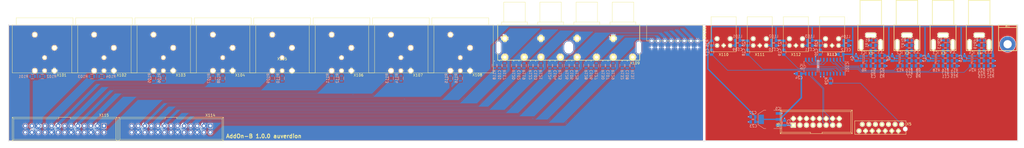
<source format=kicad_pcb>
(kicad_pcb (version 20171130) (host pcbnew "(5.1.0-0)")
  (layers (0 F.Cu signal) (31 B.Cu signal) (34 B.Paste user) (35 F.Paste user) (36 B.SilkS user) (37 F.SilkS user) (38 B.Mask user) (39 F.Mask user) (44 Edge.Cuts user))
  (net 0 "")
  (net 1 "Net-(R101-Pad2)")
  (net 2 "Net-(R102-Pad2)")
  (net 3 "Net-(R103-Pad2)")
  (net 4 "Net-(R104-Pad2)")
  (net 5 "Net-(R105-Pad2)")
  (net 6 "Net-(R106-Pad2)")
  (net 7 "Net-(R107-Pad2)")
  (net 8 "Net-(R108-Pad2)")
  (net 9 "Net-(R109-Pad2)")
  (net 10 "Net-(R110-Pad2)")
  (net 11 "Net-(R111-Pad2)")
  (net 12 "Net-(R112-Pad2)")
  (net 13 "Net-(R113-Pad2)")
  (net 14 "Net-(R114-Pad2)")
  (net 15 "Net-(R115-Pad2)")
  (net 16 "Net-(R116-Pad2)")
  (net 17 GND)
  (net 18 /AIN1+)
  (net 19 /AIN2+)
  (net 20 /AIN3+)
  (net 21 /AIN4+)
  (net 22 /AIN5+)
  (net 23 /AIN6+)
  (net 24 /AIN7+)
  (net 25 /AIN8+)
  (net 26 "Net-(C109-Pad1)")
  (net 27 "Net-(C110-Pad1)")
  (net 28 "Net-(C111-Pad1)")
  (net 29 "Net-(C112-Pad1)")
  (net 30 +3V3)
  (net 31 "Net-(R117-Pad1)")
  (net 32 "Net-(R119-Pad1)")
  (net 33 "Net-(R121-Pad1)")
  (net 34 "Net-(R123-Pad1)")
  (net 35 "Net-(R125-Pad1)")
  (net 36 "Net-(R127-Pad1)")
  (net 37 "Net-(R129-Pad1)")
  (net 38 "Net-(R131-Pad1)")
  (net 39 /AOUT1+)
  (net 40 /AOUT1-)
  (net 41 /AOUT2+)
  (net 42 /AOUT2-)
  (net 43 /AOUT3+)
  (net 44 /AOUT3-)
  (net 45 /AOUT4+)
  (net 46 /AOUT4-)
  (net 47 /AOUT5+)
  (net 48 /AOUT5-)
  (net 49 /AOUT6+)
  (net 50 /AOUT6-)
  (net 51 /AOUT7+)
  (net 52 /AOUT7-)
  (net 53 /AOUT8+)
  (net 54 /AOUT8-)
  (net 55 "Net-(C1-Pad1)")
  (net 56 "Net-(C1-Pad2)")
  (net 57 "Net-(C3-Pad1)")
  (net 58 "Net-(IC1-Pad5)")
  (net 59 "Net-(IC101-Pad5)")
  (net 60 "Net-(IC101-Pad9)")
  (net 61 "Net-(IC101-Pad10)")
  (net 62 "Net-(IC101-Pad11)")
  (net 63 "Net-(IC101-Pad12)")
  (net 64 "Net-(IC101-Pad13)")
  (net 65 "Net-(IC101-Pad14)")
  (net 66 "Net-(IC101-Pad15)")
  (net 67 "Net-(C2-Pad1)")
  (net 68 "Net-(C5-Pad2)")
  (net 69 "Net-(C5-Pad1)")
  (net 70 "Net-(C6-Pad1)")
  (net 71 "Net-(C7-Pad1)")
  (net 72 "Net-(C9-Pad1)")
  (net 73 "Net-(C10-Pad1)")
  (net 74 "Net-(C11-Pad1)")
  (net 75 "Net-(C13-Pad1)")
  (net 76 "Net-(IC2-Pad5)")
  (net 77 "Net-(IC3-Pad5)")
  (net 78 "Net-(IC4-Pad5)")
  (net 79 "Net-(C9-Pad2)")
  (net 80 "Net-(C13-Pad2)")
  (net 81 "Net-(C14-Pad1)")
  (net 82 "Net-(C15-Pad1)")
  (net 83 "Net-(C17-Pad2)")
  (net 84 "Net-(C17-Pad1)")
  (net 85 "Net-(C18-Pad1)")
  (net 86 "Net-(C18-Pad2)")
  (net 87 "Net-(C19-Pad2)")
  (net 88 "Net-(C19-Pad1)")
  (net 89 "Net-(C20-Pad1)")
  (net 90 "Net-(C20-Pad2)")
  (net 91 /SCL)
  (net 92 /SDA)
  (net 93 /SPDIF_RX)
  (net 94 /AIN8-)
  (net 95 /AIN7-)
  (net 96 /AIN6-)
  (net 97 /AIN5-)
  (net 98 /AIN4-)
  (net 99 /AIN3-)
  (net 100 /AIN2-)
  (net 101 /AIN1-)
  (net 102 VPP)
  (module rklib:IDC2x8_Pitch2.54mm (layer F.Cu) (at 310 -51.16)
    (fp_text reference X6 (at -5.9 -0.04 90) (layer F.SilkS))
    (fp_text value HDR_02x08)
    (pad 16 thru_hole circle (at 17.78 -2.54) (size 1.7272 1.7272) (drill 1.016) (layers *.Cu *.Mask F.SilkS) (net 17 GND))
    (pad 15 thru_hole circle (at 17.78 0) (size 1.7272 1.7272) (drill 1.016) (layers *.Cu *.Mask F.SilkS))
    (pad 14 thru_hole circle (at 15.24 -2.54) (size 1.7272 1.7272) (drill 1.016) (layers *.Cu *.Mask F.SilkS) (net 17 GND))
    (pad 13 thru_hole circle (at 15.24 0) (size 1.7272 1.7272) (drill 1.016) (layers *.Cu *.Mask F.SilkS) (net 91 /SCL))
    (pad 12 thru_hole circle (at 12.7 -2.54) (size 1.7272 1.7272) (drill 1.016) (layers *.Cu *.Mask F.SilkS) (net 17 GND))
    (pad 11 thru_hole circle (at 12.7 0) (size 1.7272 1.7272) (drill 1.016) (layers *.Cu *.Mask F.SilkS) (net 92 /SDA))
    (pad 10 thru_hole circle (at 10.16 -2.54) (size 1.7272 1.7272) (drill 1.016) (layers *.Cu *.Mask F.SilkS) (net 17 GND))
    (pad 9 thru_hole circle (at 10.16 0) (size 1.7272 1.7272) (drill 1.016) (layers *.Cu *.Mask F.SilkS))
    (pad 8 thru_hole circle (at 7.62 -2.54) (size 1.7272 1.7272) (drill 1.016) (layers *.Cu *.Mask F.SilkS) (net 17 GND))
    (pad 7 thru_hole circle (at 7.62 0) (size 1.7272 1.7272) (drill 1.016) (layers *.Cu *.Mask F.SilkS))
    (pad 6 thru_hole circle (at 5.08 -2.54) (size 1.7272 1.7272) (drill 1.016) (layers *.Cu *.Mask F.SilkS) (net 17 GND))
    (pad 5 thru_hole circle (at 5.08 0) (size 1.7272 1.7272) (drill 1.016) (layers *.Cu *.Mask F.SilkS))
    (pad 4 thru_hole circle (at 2.54 -2.54) (size 1.7272 1.7272) (drill 1.016) (layers *.Cu *.Mask F.SilkS) (net 17 GND))
    (pad 3 thru_hole circle (at 2.54 0) (size 1.7272 1.7272) (drill 1.016) (layers *.Cu *.Mask F.SilkS))
    (pad 2 thru_hole circle (at 0 -2.54) (size 1.7272 1.7272) (drill 1.016) (layers *.Cu *.Mask F.SilkS) (net 17 GND))
    (pad 1 thru_hole rect (at 0 0) (size 1.7272 1.7272) (drill 1.016) (layers *.Cu *.Mask F.SilkS) (net 102 VPP))
  )
  (module rklib:C0805-RES (layer B.Cu) (at 386.4 -74.1 180)
    (fp_text reference R21 (at 0 -4.1 180) (layer B.SilkS) (effects (justify mirror)))
    (fp_text value RES_470R_1%_0.125W_Thick_0805)
    (pad 1 smd rect (at -0.9 0 180) (size 1 1.3) (layers B.Cu B.Paste B.Mask) (net 17 GND))
    (pad 2 smd rect (at 0.9 0 180) (size 1 1.3) (layers B.Cu B.Paste B.Mask) (net 81 "Net-(C14-Pad1)"))
  )
  (module Diode_SMD:D_0603_1608Metric (layer B.Cu) (at 383.0875 -84 180)
    (fp_text reference D4 (at 2.3875 0) (layer B.SilkS) (effects (justify mirror)))
    (fp_text value PESD0603-240)
    (pad 2 smd roundrect (at 0.7875 0 180) (size 0.875 0.95) (layers B.Cu B.Paste B.Mask) (net 17 GND))
    (pad 1 smd roundrect (at -0.7875 0 180) (size 0.875 0.95) (layers B.Cu B.Paste B.Mask) (net 75 "Net-(C13-Pad1)"))
  )
  (module rklib:C0805-X7R (layer B.Cu) (at 386.4 -76.1)
    (fp_text reference C14 (at 0 4.9) (layer B.SilkS) (effects (justify mirror)))
    (fp_text value CAP_100n_50V_X7R_0805)
    (pad 1 smd rect (at -0.9 0) (size 1 1.3) (layers B.Cu B.Paste B.Mask) (net 81 "Net-(C14-Pad1)"))
    (pad 2 smd rect (at 0.9 0) (size 1 1.3) (layers B.Cu B.Paste B.Mask) (net 17 GND))
  )
  (module rklib:C0805-X7R (layer B.Cu) (at 382.9 -74.1)
    (fp_text reference C15 (at 0.1 4.1) (layer B.SilkS) (effects (justify mirror)))
    (fp_text value CAP_100n_50V_X7R_0805)
    (pad 2 smd rect (at 0.9 0) (size 1 1.3) (layers B.Cu B.Paste B.Mask) (net 17 GND))
    (pad 1 smd rect (at -0.9 0) (size 1 1.3) (layers B.Cu B.Paste B.Mask) (net 82 "Net-(C15-Pad1)"))
  )
  (module rklib:C0805-X7R (layer B.Cu) (at 376.3 -77 90)
    (fp_text reference C16 (at 0 -1.6 90) (layer B.SilkS) (effects (justify mirror)))
    (fp_text value CAP_100n_50V_X7R_0805)
    (pad 1 smd rect (at -0.9 0 90) (size 1 1.3) (layers B.Cu B.Paste B.Mask) (net 30 +3V3))
    (pad 2 smd rect (at 0.9 0 90) (size 1 1.3) (layers B.Cu B.Paste B.Mask) (net 17 GND))
  )
  (module rklib:SOT23-5 (layer B.Cu) (at 379.2 -77)
    (fp_text reference IC4 (at 0 -2.2) (layer B.SilkS) (effects (justify mirror)))
    (fp_text value FIN1002)
    (pad 5 smd rect (at 1.1 0.95) (size 1.06 0.65) (layers B.Cu B.Paste B.Mask) (net 78 "Net-(IC4-Pad5)"))
    (pad 4 smd rect (at 1.1 -0.95) (size 1.06 0.65) (layers B.Cu B.Paste B.Mask) (net 80 "Net-(C13-Pad2)"))
    (pad 3 smd rect (at -1.1 -0.95) (size 1.06 0.65) (layers B.Cu B.Paste B.Mask) (net 82 "Net-(C15-Pad1)"))
    (pad 2 smd rect (at -1.1 0) (size 1.06 0.65) (layers B.Cu B.Paste B.Mask) (net 17 GND))
    (pad 1 smd rect (at -1.1 0.95) (size 1.06 0.65) (layers B.Cu B.Paste B.Mask) (net 30 +3V3))
  )
  (module rklib:C0805-X7R (layer B.Cu) (at 382.9 -80.1 180)
    (fp_text reference C13 (at -2.6 -0.6) (layer B.SilkS) (effects (justify mirror)))
    (fp_text value CAP_100n_50V_X7R_0805)
    (pad 2 smd rect (at 0.9 0 180) (size 1 1.3) (layers B.Cu B.Paste B.Mask) (net 80 "Net-(C13-Pad2)"))
    (pad 1 smd rect (at -0.9 0 180) (size 1 1.3) (layers B.Cu B.Paste B.Mask) (net 75 "Net-(C13-Pad1)"))
  )
  (module rklib:C0805-RES (layer B.Cu) (at 386.4 -78.1 180)
    (fp_text reference R20 (at 0 -5.7 180) (layer B.SilkS) (effects (justify mirror)))
    (fp_text value RES_820R_1%_0.125W_Thick_0805)
    (pad 2 smd rect (at 0.9 0 180) (size 1 1.3) (layers B.Cu B.Paste B.Mask) (net 81 "Net-(C14-Pad1)"))
    (pad 1 smd rect (at -0.9 0 180) (size 1 1.3) (layers B.Cu B.Paste B.Mask) (net 30 +3V3))
  )
  (module rklib:C0805-RES (layer B.Cu) (at 382.9 -82.1)
    (fp_text reference R19 (at -2.4 0 90) (layer B.SilkS) (effects (justify mirror)))
    (fp_text value RES_91R0_1%_0.125W_Thick_0805)
    (pad 2 smd rect (at 0.9 0) (size 1 1.3) (layers B.Cu B.Paste B.Mask) (net 75 "Net-(C13-Pad1)"))
    (pad 1 smd rect (at -0.9 0) (size 1 1.3) (layers B.Cu B.Paste B.Mask) (net 17 GND))
  )
  (module rklib:PJRAN1X1U01AUX (layer F.Cu) (at 382 -90)
    (fp_text reference X4 (at 0 11) (layer F.SilkS))
    (fp_text value RCA)
    (pad 3 thru_hole oval (at -3.75 7.7 90) (size 4.1 1.6) (drill oval 3.5 1) (layers *.Cu *.Mask F.SilkS))
    (pad 1 thru_hole oval (at 3.75 7.7 90) (size 4.1 1.6) (drill oval 3.5 1) (layers *.Cu *.Mask F.SilkS) (net 75 "Net-(C13-Pad1)"))
    (pad 2 thru_hole oval (at 0 4) (size 4.4 1.9) (drill oval 3.8 1.3) (layers *.Cu *.Mask F.SilkS) (net 17 GND))
  )
  (module rklib:C0805-RES (layer B.Cu) (at 379.4 -74.1 180)
    (fp_text reference R24 (at 0 -1.7 180) (layer B.SilkS) (effects (justify mirror)))
    (fp_text value RES_33R0_1%_0.125W_Thick_0805)
    (pad 1 smd rect (at -0.9 0 180) (size 1 1.3) (layers B.Cu B.Paste B.Mask) (net 78 "Net-(IC4-Pad5)"))
    (pad 2 smd rect (at 0.9 0 180) (size 1 1.3) (layers B.Cu B.Paste B.Mask) (net 63 "Net-(IC101-Pad12)"))
  )
  (module rklib:C0805-RES (layer B.Cu) (at 382.9 -76.1 180)
    (fp_text reference R23 (at 0 -4.9 180) (layer B.SilkS) (effects (justify mirror)))
    (fp_text value RES_470R_1%_0.125W_Thick_0805)
    (pad 2 smd rect (at 0.9 0 180) (size 1 1.3) (layers B.Cu B.Paste B.Mask) (net 82 "Net-(C15-Pad1)"))
    (pad 1 smd rect (at -0.9 0 180) (size 1 1.3) (layers B.Cu B.Paste B.Mask) (net 81 "Net-(C14-Pad1)"))
  )
  (module rklib:C0805-RES (layer B.Cu) (at 382.9 -78.1 180)
    (fp_text reference R22 (at 0 -5.7 180) (layer B.SilkS) (effects (justify mirror)))
    (fp_text value RES_470R_1%_0.125W_Thick_0805)
    (pad 1 smd rect (at -0.9 0 180) (size 1 1.3) (layers B.Cu B.Paste B.Mask) (net 81 "Net-(C14-Pad1)"))
    (pad 2 smd rect (at 0.9 0 180) (size 1 1.3) (layers B.Cu B.Paste B.Mask) (net 80 "Net-(C13-Pad2)"))
  )
  (module rklib:C0805-X7R (layer B.Cu) (at 362.3 -77 90)
    (fp_text reference C12 (at 0 -1.6 90) (layer B.SilkS) (effects (justify mirror)))
    (fp_text value CAP_100n_50V_X7R_0805)
    (pad 2 smd rect (at 0.9 0 90) (size 1 1.3) (layers B.Cu B.Paste B.Mask) (net 17 GND))
    (pad 1 smd rect (at -0.9 0 90) (size 1 1.3) (layers B.Cu B.Paste B.Mask) (net 30 +3V3))
  )
  (module rklib:SOT23-5 (layer B.Cu) (at 365.2 -77)
    (fp_text reference IC3 (at 0 -2.2) (layer B.SilkS) (effects (justify mirror)))
    (fp_text value FIN1002)
    (pad 1 smd rect (at -1.1 0.95) (size 1.06 0.65) (layers B.Cu B.Paste B.Mask) (net 30 +3V3))
    (pad 2 smd rect (at -1.1 0) (size 1.06 0.65) (layers B.Cu B.Paste B.Mask) (net 17 GND))
    (pad 3 smd rect (at -1.1 -0.95) (size 1.06 0.65) (layers B.Cu B.Paste B.Mask) (net 74 "Net-(C11-Pad1)"))
    (pad 4 smd rect (at 1.1 -0.95) (size 1.06 0.65) (layers B.Cu B.Paste B.Mask) (net 79 "Net-(C9-Pad2)"))
    (pad 5 smd rect (at 1.1 0.95) (size 1.06 0.65) (layers B.Cu B.Paste B.Mask) (net 77 "Net-(IC3-Pad5)"))
  )
  (module rklib:C0805-X7R (layer B.Cu) (at 368.9 -80.1 180)
    (fp_text reference C9 (at -2.6 -0.6) (layer B.SilkS) (effects (justify mirror)))
    (fp_text value CAP_100n_50V_X7R_0805)
    (pad 1 smd rect (at -0.9 0 180) (size 1 1.3) (layers B.Cu B.Paste B.Mask) (net 72 "Net-(C9-Pad1)"))
    (pad 2 smd rect (at 0.9 0 180) (size 1 1.3) (layers B.Cu B.Paste B.Mask) (net 79 "Net-(C9-Pad2)"))
  )
  (module rklib:C0805-RES (layer B.Cu) (at 372.4 -78.1 180)
    (fp_text reference R14 (at 0 -5.7 180) (layer B.SilkS) (effects (justify mirror)))
    (fp_text value RES_820R_1%_0.125W_Thick_0805)
    (pad 1 smd rect (at -0.9 0 180) (size 1 1.3) (layers B.Cu B.Paste B.Mask) (net 30 +3V3))
    (pad 2 smd rect (at 0.9 0 180) (size 1 1.3) (layers B.Cu B.Paste B.Mask) (net 73 "Net-(C10-Pad1)"))
  )
  (module rklib:C0805-RES (layer B.Cu) (at 368.9 -82.1)
    (fp_text reference R13 (at -2.4 0 90) (layer B.SilkS) (effects (justify mirror)))
    (fp_text value RES_91R0_1%_0.125W_Thick_0805)
    (pad 1 smd rect (at -0.9 0) (size 1 1.3) (layers B.Cu B.Paste B.Mask) (net 17 GND))
    (pad 2 smd rect (at 0.9 0) (size 1 1.3) (layers B.Cu B.Paste B.Mask) (net 72 "Net-(C9-Pad1)"))
  )
  (module rklib:PJRAN1X1U01AUX (layer F.Cu) (at 368 -90)
    (fp_text reference X3 (at 0 11) (layer F.SilkS))
    (fp_text value RCA)
    (pad 2 thru_hole oval (at 0 4) (size 4.4 1.9) (drill oval 3.8 1.3) (layers *.Cu *.Mask F.SilkS) (net 17 GND))
    (pad 1 thru_hole oval (at 3.75 7.7 90) (size 4.1 1.6) (drill oval 3.5 1) (layers *.Cu *.Mask F.SilkS) (net 72 "Net-(C9-Pad1)"))
    (pad 3 thru_hole oval (at -3.75 7.7 90) (size 4.1 1.6) (drill oval 3.5 1) (layers *.Cu *.Mask F.SilkS))
  )
  (module rklib:C0805-RES (layer B.Cu) (at 365.4 -74.1 180)
    (fp_text reference R18 (at 0 -1.7 180) (layer B.SilkS) (effects (justify mirror)))
    (fp_text value RES_33R0_1%_0.125W_Thick_0805)
    (pad 2 smd rect (at 0.9 0 180) (size 1 1.3) (layers B.Cu B.Paste B.Mask) (net 64 "Net-(IC101-Pad13)"))
    (pad 1 smd rect (at -0.9 0 180) (size 1 1.3) (layers B.Cu B.Paste B.Mask) (net 77 "Net-(IC3-Pad5)"))
  )
  (module rklib:C0805-RES (layer B.Cu) (at 368.9 -76.1 180)
    (fp_text reference R17 (at 0 -4.9 180) (layer B.SilkS) (effects (justify mirror)))
    (fp_text value RES_470R_1%_0.125W_Thick_0805)
    (pad 1 smd rect (at -0.9 0 180) (size 1 1.3) (layers B.Cu B.Paste B.Mask) (net 73 "Net-(C10-Pad1)"))
    (pad 2 smd rect (at 0.9 0 180) (size 1 1.3) (layers B.Cu B.Paste B.Mask) (net 74 "Net-(C11-Pad1)"))
  )
  (module rklib:C0805-RES (layer B.Cu) (at 368.9 -78.1 180)
    (fp_text reference R16 (at 0 -5.7 180) (layer B.SilkS) (effects (justify mirror)))
    (fp_text value RES_470R_1%_0.125W_Thick_0805)
    (pad 2 smd rect (at 0.9 0 180) (size 1 1.3) (layers B.Cu B.Paste B.Mask) (net 79 "Net-(C9-Pad2)"))
    (pad 1 smd rect (at -0.9 0 180) (size 1 1.3) (layers B.Cu B.Paste B.Mask) (net 73 "Net-(C10-Pad1)"))
  )
  (module rklib:C0805-RES (layer B.Cu) (at 372.4 -74.1 180)
    (fp_text reference R15 (at 0 -4.1 180) (layer B.SilkS) (effects (justify mirror)))
    (fp_text value RES_470R_1%_0.125W_Thick_0805)
    (pad 2 smd rect (at 0.9 0 180) (size 1 1.3) (layers B.Cu B.Paste B.Mask) (net 73 "Net-(C10-Pad1)"))
    (pad 1 smd rect (at -0.9 0 180) (size 1 1.3) (layers B.Cu B.Paste B.Mask) (net 17 GND))
  )
  (module Diode_SMD:D_0603_1608Metric (layer B.Cu) (at 369.0875 -84 180)
    (fp_text reference D3 (at 2.3875 0) (layer B.SilkS) (effects (justify mirror)))
    (fp_text value PESD0603-240)
    (pad 1 smd roundrect (at -0.7875 0 180) (size 0.875 0.95) (layers B.Cu B.Paste B.Mask) (net 72 "Net-(C9-Pad1)"))
    (pad 2 smd roundrect (at 0.7875 0 180) (size 0.875 0.95) (layers B.Cu B.Paste B.Mask) (net 17 GND))
  )
  (module rklib:C0805-X7R (layer B.Cu) (at 372.4 -76.1)
    (fp_text reference C10 (at 0 4.9) (layer B.SilkS) (effects (justify mirror)))
    (fp_text value CAP_100n_50V_X7R_0805)
    (pad 2 smd rect (at 0.9 0) (size 1 1.3) (layers B.Cu B.Paste B.Mask) (net 17 GND))
    (pad 1 smd rect (at -0.9 0) (size 1 1.3) (layers B.Cu B.Paste B.Mask) (net 73 "Net-(C10-Pad1)"))
  )
  (module rklib:C0805-X7R (layer B.Cu) (at 368.9 -74.1)
    (fp_text reference C11 (at 0.1 4.1) (layer B.SilkS) (effects (justify mirror)))
    (fp_text value CAP_100n_50V_X7R_0805)
    (pad 1 smd rect (at -0.9 0) (size 1 1.3) (layers B.Cu B.Paste B.Mask) (net 74 "Net-(C11-Pad1)"))
    (pad 2 smd rect (at 0.9 0) (size 1 1.3) (layers B.Cu B.Paste B.Mask) (net 17 GND))
  )
  (module rklib:SOT23-5 (layer B.Cu) (at 351.2 -77)
    (fp_text reference IC2 (at 0 -2.2) (layer B.SilkS) (effects (justify mirror)))
    (fp_text value FIN1002)
    (pad 5 smd rect (at 1.1 0.95) (size 1.06 0.65) (layers B.Cu B.Paste B.Mask) (net 76 "Net-(IC2-Pad5)"))
    (pad 4 smd rect (at 1.1 -0.95) (size 1.06 0.65) (layers B.Cu B.Paste B.Mask) (net 68 "Net-(C5-Pad2)"))
    (pad 3 smd rect (at -1.1 -0.95) (size 1.06 0.65) (layers B.Cu B.Paste B.Mask) (net 71 "Net-(C7-Pad1)"))
    (pad 2 smd rect (at -1.1 0) (size 1.06 0.65) (layers B.Cu B.Paste B.Mask) (net 17 GND))
    (pad 1 smd rect (at -1.1 0.95) (size 1.06 0.65) (layers B.Cu B.Paste B.Mask) (net 30 +3V3))
  )
  (module rklib:C0805-X7R (layer B.Cu) (at 354.9 -80.1 180)
    (fp_text reference C5 (at -2.6 -0.6) (layer B.SilkS) (effects (justify mirror)))
    (fp_text value CAP_100n_50V_X7R_0805)
    (pad 2 smd rect (at 0.9 0 180) (size 1 1.3) (layers B.Cu B.Paste B.Mask) (net 68 "Net-(C5-Pad2)"))
    (pad 1 smd rect (at -0.9 0 180) (size 1 1.3) (layers B.Cu B.Paste B.Mask) (net 69 "Net-(C5-Pad1)"))
  )
  (module rklib:C0805-RES (layer B.Cu) (at 358.4 -78.1 180)
    (fp_text reference R8 (at 0 -5.7 180) (layer B.SilkS) (effects (justify mirror)))
    (fp_text value RES_820R_1%_0.125W_Thick_0805)
    (pad 2 smd rect (at 0.9 0 180) (size 1 1.3) (layers B.Cu B.Paste B.Mask) (net 70 "Net-(C6-Pad1)"))
    (pad 1 smd rect (at -0.9 0 180) (size 1 1.3) (layers B.Cu B.Paste B.Mask) (net 30 +3V3))
  )
  (module rklib:C0805-RES (layer B.Cu) (at 354.9 -82.1)
    (fp_text reference R7 (at -2.4 0 90) (layer B.SilkS) (effects (justify mirror)))
    (fp_text value RES_91R0_1%_0.125W_Thick_0805)
    (pad 2 smd rect (at 0.9 0) (size 1 1.3) (layers B.Cu B.Paste B.Mask) (net 69 "Net-(C5-Pad1)"))
    (pad 1 smd rect (at -0.9 0) (size 1 1.3) (layers B.Cu B.Paste B.Mask) (net 17 GND))
  )
  (module rklib:PJRAN1X1U01AUX (layer F.Cu) (at 354 -90)
    (fp_text reference X2 (at 0 11) (layer F.SilkS))
    (fp_text value RCA)
    (pad 3 thru_hole oval (at -3.75 7.7 90) (size 4.1 1.6) (drill oval 3.5 1) (layers *.Cu *.Mask F.SilkS))
    (pad 1 thru_hole oval (at 3.75 7.7 90) (size 4.1 1.6) (drill oval 3.5 1) (layers *.Cu *.Mask F.SilkS) (net 69 "Net-(C5-Pad1)"))
    (pad 2 thru_hole oval (at 0 4) (size 4.4 1.9) (drill oval 3.8 1.3) (layers *.Cu *.Mask F.SilkS) (net 17 GND))
  )
  (module rklib:C0805-RES (layer B.Cu) (at 351.4 -74.1 180)
    (fp_text reference R12 (at 0 -1.7 180) (layer B.SilkS) (effects (justify mirror)))
    (fp_text value RES_33R0_1%_0.125W_Thick_0805)
    (pad 1 smd rect (at -0.9 0 180) (size 1 1.3) (layers B.Cu B.Paste B.Mask) (net 76 "Net-(IC2-Pad5)"))
    (pad 2 smd rect (at 0.9 0 180) (size 1 1.3) (layers B.Cu B.Paste B.Mask) (net 65 "Net-(IC101-Pad14)"))
  )
  (module rklib:C0805-RES (layer B.Cu) (at 354.9 -76.1 180)
    (fp_text reference R11 (at 0 -4.9 180) (layer B.SilkS) (effects (justify mirror)))
    (fp_text value RES_470R_1%_0.125W_Thick_0805)
    (pad 2 smd rect (at 0.9 0 180) (size 1 1.3) (layers B.Cu B.Paste B.Mask) (net 71 "Net-(C7-Pad1)"))
    (pad 1 smd rect (at -0.9 0 180) (size 1 1.3) (layers B.Cu B.Paste B.Mask) (net 70 "Net-(C6-Pad1)"))
  )
  (module rklib:C0805-RES (layer B.Cu) (at 354.9 -78.1 180)
    (fp_text reference R10 (at 0 -5.7 180) (layer B.SilkS) (effects (justify mirror)))
    (fp_text value RES_470R_1%_0.125W_Thick_0805)
    (pad 1 smd rect (at -0.9 0 180) (size 1 1.3) (layers B.Cu B.Paste B.Mask) (net 70 "Net-(C6-Pad1)"))
    (pad 2 smd rect (at 0.9 0 180) (size 1 1.3) (layers B.Cu B.Paste B.Mask) (net 68 "Net-(C5-Pad2)"))
  )
  (module rklib:C0805-RES (layer B.Cu) (at 358.4 -74.1 180)
    (fp_text reference R9 (at 0 -4.1 180) (layer B.SilkS) (effects (justify mirror)))
    (fp_text value RES_470R_1%_0.125W_Thick_0805)
    (pad 1 smd rect (at -0.9 0 180) (size 1 1.3) (layers B.Cu B.Paste B.Mask) (net 17 GND))
    (pad 2 smd rect (at 0.9 0 180) (size 1 1.3) (layers B.Cu B.Paste B.Mask) (net 70 "Net-(C6-Pad1)"))
  )
  (module Diode_SMD:D_0603_1608Metric (layer B.Cu) (at 355.0875 -84 180)
    (fp_text reference D2 (at 2.3875 0) (layer B.SilkS) (effects (justify mirror)))
    (fp_text value PESD0603-240)
    (pad 2 smd roundrect (at 0.7875 0 180) (size 0.875 0.95) (layers B.Cu B.Paste B.Mask) (net 17 GND))
    (pad 1 smd roundrect (at -0.7875 0 180) (size 0.875 0.95) (layers B.Cu B.Paste B.Mask) (net 69 "Net-(C5-Pad1)"))
  )
  (module rklib:C0805-X7R (layer B.Cu) (at 348.3 -77 90)
    (fp_text reference C8 (at 0 -1.6 90) (layer B.SilkS) (effects (justify mirror)))
    (fp_text value CAP_100n_50V_X7R_0805)
    (pad 1 smd rect (at -0.9 0 90) (size 1 1.3) (layers B.Cu B.Paste B.Mask) (net 30 +3V3))
    (pad 2 smd rect (at 0.9 0 90) (size 1 1.3) (layers B.Cu B.Paste B.Mask) (net 17 GND))
  )
  (module rklib:C0805-X7R (layer B.Cu) (at 354.9 -74.1)
    (fp_text reference C7 (at 0.1 4.1) (layer B.SilkS) (effects (justify mirror)))
    (fp_text value CAP_100n_50V_X7R_0805)
    (pad 2 smd rect (at 0.9 0) (size 1 1.3) (layers B.Cu B.Paste B.Mask) (net 17 GND))
    (pad 1 smd rect (at -0.9 0) (size 1 1.3) (layers B.Cu B.Paste B.Mask) (net 71 "Net-(C7-Pad1)"))
  )
  (module rklib:C0805-X7R (layer B.Cu) (at 358.4 -76.1)
    (fp_text reference C6 (at 0 4.9) (layer B.SilkS) (effects (justify mirror)))
    (fp_text value CAP_100n_50V_X7R_0805)
    (pad 1 smd rect (at -0.9 0) (size 1 1.3) (layers B.Cu B.Paste B.Mask) (net 70 "Net-(C6-Pad1)"))
    (pad 2 smd rect (at 0.9 0) (size 1 1.3) (layers B.Cu B.Paste B.Mask) (net 17 GND))
  )
  (module rklib:NC3MAH (layer F.Cu) (at 20 -90)
    (fp_text reference X101 (at 6.6 19.5) (layer F.SilkS))
    (fp_text value XLR3)
    (pad 4 thru_hole circle (at 0 12.7) (size 1.6 1.6) (drill 1.2) (layers *.Cu *.Mask F.SilkS))
    (pad 5 thru_hole circle (at -3.81 3.81) (size 2 2) (drill 1.6) (layers *.Cu *.Mask F.SilkS))
    (pad 4 thru_hole circle (at 3.81 8.89) (size 2 2) (drill 1.6) (layers *.Cu *.Mask F.SilkS))
    (pad 3 thru_hole circle (at 0 17.78) (size 1.6 1.6) (drill 1.2) (layers *.Cu *.Mask F.SilkS) (net 2 "Net-(R102-Pad2)"))
    (pad 1 thru_hole circle (at 3.81 17.78) (size 2 2) (drill 1.6) (layers *.Cu *.Mask F.SilkS) (net 17 GND))
    (pad 2 thru_hole circle (at -3.81 17.78) (size 2 2) (drill 1.6) (layers *.Cu *.Mask F.SilkS) (net 1 "Net-(R101-Pad2)"))
  )
  (module rklib:NC3MAH (layer F.Cu) (at 43 -90)
    (fp_text reference X102 (at 6.8 19.5) (layer F.SilkS))
    (fp_text value XLR3)
    (pad 4 thru_hole circle (at 0 12.7) (size 1.6 1.6) (drill 1.2) (layers *.Cu *.Mask F.SilkS))
    (pad 5 thru_hole circle (at -3.81 3.81) (size 2 2) (drill 1.6) (layers *.Cu *.Mask F.SilkS))
    (pad 4 thru_hole circle (at 3.81 8.89) (size 2 2) (drill 1.6) (layers *.Cu *.Mask F.SilkS))
    (pad 3 thru_hole circle (at 0 17.78) (size 1.6 1.6) (drill 1.2) (layers *.Cu *.Mask F.SilkS) (net 4 "Net-(R104-Pad2)"))
    (pad 1 thru_hole circle (at 3.81 17.78) (size 2 2) (drill 1.6) (layers *.Cu *.Mask F.SilkS) (net 17 GND))
    (pad 2 thru_hole circle (at -3.81 17.78) (size 2 2) (drill 1.6) (layers *.Cu *.Mask F.SilkS) (net 3 "Net-(R103-Pad2)"))
  )
  (module rklib:NC3MAH (layer F.Cu) (at 66 -90)
    (fp_text reference X103 (at 6.7 19.5) (layer F.SilkS))
    (fp_text value XLR3)
    (pad 4 thru_hole circle (at 0 12.7) (size 1.6 1.6) (drill 1.2) (layers *.Cu *.Mask F.SilkS))
    (pad 5 thru_hole circle (at -3.81 3.81) (size 2 2) (drill 1.6) (layers *.Cu *.Mask F.SilkS))
    (pad 4 thru_hole circle (at 3.81 8.89) (size 2 2) (drill 1.6) (layers *.Cu *.Mask F.SilkS))
    (pad 3 thru_hole circle (at 0 17.78) (size 1.6 1.6) (drill 1.2) (layers *.Cu *.Mask F.SilkS) (net 6 "Net-(R106-Pad2)"))
    (pad 1 thru_hole circle (at 3.81 17.78) (size 2 2) (drill 1.6) (layers *.Cu *.Mask F.SilkS) (net 17 GND))
    (pad 2 thru_hole circle (at -3.81 17.78) (size 2 2) (drill 1.6) (layers *.Cu *.Mask F.SilkS) (net 5 "Net-(R105-Pad2)"))
  )
  (module rklib:NC3MAH (layer F.Cu) (at 89 -90)
    (fp_text reference X104 (at 6.7 19.5) (layer F.SilkS))
    (fp_text value XLR3)
    (pad 4 thru_hole circle (at 0 12.7) (size 1.6 1.6) (drill 1.2) (layers *.Cu *.Mask F.SilkS))
    (pad 5 thru_hole circle (at -3.81 3.81) (size 2 2) (drill 1.6) (layers *.Cu *.Mask F.SilkS))
    (pad 4 thru_hole circle (at 3.81 8.89) (size 2 2) (drill 1.6) (layers *.Cu *.Mask F.SilkS))
    (pad 3 thru_hole circle (at 0 17.78) (size 1.6 1.6) (drill 1.2) (layers *.Cu *.Mask F.SilkS) (net 8 "Net-(R108-Pad2)"))
    (pad 1 thru_hole circle (at 3.81 17.78) (size 2 2) (drill 1.6) (layers *.Cu *.Mask F.SilkS) (net 17 GND))
    (pad 2 thru_hole circle (at -3.81 17.78) (size 2 2) (drill 1.6) (layers *.Cu *.Mask F.SilkS) (net 7 "Net-(R107-Pad2)"))
  )
  (module rklib:NC3MAH (layer F.Cu) (at 112 -90)
    (fp_text reference X105 (at 0 13.2) (layer F.SilkS))
    (fp_text value XLR3)
    (pad 4 thru_hole circle (at 0 12.7) (size 1.6 1.6) (drill 1.2) (layers *.Cu *.Mask F.SilkS))
    (pad 5 thru_hole circle (at -3.81 3.81) (size 2 2) (drill 1.6) (layers *.Cu *.Mask F.SilkS))
    (pad 4 thru_hole circle (at 3.81 8.89) (size 2 2) (drill 1.6) (layers *.Cu *.Mask F.SilkS))
    (pad 3 thru_hole circle (at 0 17.78) (size 1.6 1.6) (drill 1.2) (layers *.Cu *.Mask F.SilkS) (net 10 "Net-(R110-Pad2)"))
    (pad 1 thru_hole circle (at 3.81 17.78) (size 2 2) (drill 1.6) (layers *.Cu *.Mask F.SilkS) (net 17 GND))
    (pad 2 thru_hole circle (at -3.81 17.78) (size 2 2) (drill 1.6) (layers *.Cu *.Mask F.SilkS) (net 9 "Net-(R109-Pad2)"))
  )
  (module rklib:NC3MAH (layer F.Cu) (at 135 -90)
    (fp_text reference X106 (at 6.6 19.5) (layer F.SilkS))
    (fp_text value XLR3)
    (pad 4 thru_hole circle (at 0 12.7) (size 1.6 1.6) (drill 1.2) (layers *.Cu *.Mask F.SilkS))
    (pad 5 thru_hole circle (at -3.81 3.81) (size 2 2) (drill 1.6) (layers *.Cu *.Mask F.SilkS))
    (pad 4 thru_hole circle (at 3.81 8.89) (size 2 2) (drill 1.6) (layers *.Cu *.Mask F.SilkS))
    (pad 3 thru_hole circle (at 0 17.78) (size 1.6 1.6) (drill 1.2) (layers *.Cu *.Mask F.SilkS) (net 12 "Net-(R112-Pad2)"))
    (pad 1 thru_hole circle (at 3.81 17.78) (size 2 2) (drill 1.6) (layers *.Cu *.Mask F.SilkS) (net 17 GND))
    (pad 2 thru_hole circle (at -3.81 17.78) (size 2 2) (drill 1.6) (layers *.Cu *.Mask F.SilkS) (net 11 "Net-(R111-Pad2)"))
  )
  (module rklib:NC3MAH (layer F.Cu) (at 158 -90)
    (fp_text reference X107 (at 6.6 19.5) (layer F.SilkS))
    (fp_text value XLR3)
    (pad 4 thru_hole circle (at 0 12.7) (size 1.6 1.6) (drill 1.2) (layers *.Cu *.Mask F.SilkS))
    (pad 5 thru_hole circle (at -3.81 3.81) (size 2 2) (drill 1.6) (layers *.Cu *.Mask F.SilkS))
    (pad 4 thru_hole circle (at 3.81 8.89) (size 2 2) (drill 1.6) (layers *.Cu *.Mask F.SilkS))
    (pad 3 thru_hole circle (at 0 17.78) (size 1.6 1.6) (drill 1.2) (layers *.Cu *.Mask F.SilkS) (net 14 "Net-(R114-Pad2)"))
    (pad 1 thru_hole circle (at 3.81 17.78) (size 2 2) (drill 1.6) (layers *.Cu *.Mask F.SilkS) (net 17 GND))
    (pad 2 thru_hole circle (at -3.81 17.78) (size 2 2) (drill 1.6) (layers *.Cu *.Mask F.SilkS) (net 13 "Net-(R113-Pad2)"))
  )
  (module rklib:NC3MAH (layer F.Cu) (at 181 -90)
    (fp_text reference X108 (at 6.6 19.4) (layer F.SilkS))
    (fp_text value XLR3)
    (pad 4 thru_hole circle (at 0 12.7) (size 1.6 1.6) (drill 1.2) (layers *.Cu *.Mask F.SilkS))
    (pad 5 thru_hole circle (at -3.81 3.81) (size 2 2) (drill 1.6) (layers *.Cu *.Mask F.SilkS))
    (pad 4 thru_hole circle (at 3.81 8.89) (size 2 2) (drill 1.6) (layers *.Cu *.Mask F.SilkS))
    (pad 3 thru_hole circle (at 0 17.78) (size 1.6 1.6) (drill 1.2) (layers *.Cu *.Mask F.SilkS) (net 16 "Net-(R116-Pad2)"))
    (pad 1 thru_hole circle (at 3.81 17.78) (size 2 2) (drill 1.6) (layers *.Cu *.Mask F.SilkS) (net 17 GND))
    (pad 2 thru_hole circle (at -3.81 17.78) (size 2 2) (drill 1.6) (layers *.Cu *.Mask F.SilkS) (net 15 "Net-(R115-Pad2)"))
  )
  (module rklib:PJRAS4X2U01 (layer F.Cu) (at 223 -90 180)
    (fp_text reference X109 (at -25.6 -14.8 180) (layer F.SilkS))
    (fp_text value CONN_RCA_02x04)
    (pad "" np_thru_hole oval (at 0 -8.75 180) (size 4 5.2) (drill oval 3.5 4.7) (layers *.Cu *.Mask))
    (pad "" np_thru_hole oval (at 27.15 -8.75 180) (size 2.2 5.2) (drill oval 1.7 4.7) (layers *.Cu *.Mask))
    (pad "" np_thru_hole oval (at -27.15 -8.75 180) (size 2.2 5.2) (drill oval 1.7 4.7) (layers *.Cu *.Mask))
    (pad 1A thru_hole circle (at 17.25 -12.5 180) (size 2.6 2.6) (drill 1.3) (layers *.Cu *.Mask F.SilkS) (net 32 "Net-(R119-Pad1)"))
    (pad 2A thru_hole circle (at 24.75 -12.5 180) (size 2.6 2.6) (drill 1.3) (layers *.Cu *.Mask F.SilkS) (net 31 "Net-(R117-Pad1)"))
    (pad 3A thru_hole circle (at 24.75 -5.25 180) (size 2.6 2.6) (drill 1.5) (layers *.Cu *.Mask F.SilkS) (net 17 GND))
    (pad 2B thru_hole circle (at 10.75 -12.5 180) (size 2.6 2.6) (drill 1.3) (layers *.Cu *.Mask F.SilkS) (net 33 "Net-(R121-Pad1)"))
    (pad 3B thru_hole circle (at 10.75 -5.25 180) (size 2.6 2.6) (drill 1.5) (layers *.Cu *.Mask F.SilkS) (net 17 GND))
    (pad 1B thru_hole circle (at 3.25 -12.5 180) (size 2.6 2.6) (drill 1.3) (layers *.Cu *.Mask F.SilkS) (net 34 "Net-(R123-Pad1)"))
    (pad 3C thru_hole circle (at -3.25 -5.25 180) (size 2.6 2.6) (drill 1.5) (layers *.Cu *.Mask F.SilkS) (net 17 GND))
    (pad 2C thru_hole circle (at -3.25 -12.5 180) (size 2.6 2.6) (drill 1.3) (layers *.Cu *.Mask F.SilkS) (net 35 "Net-(R125-Pad1)"))
    (pad 1C thru_hole circle (at -10.75 -12.5 180) (size 2.6 2.6) (drill 1.3) (layers *.Cu *.Mask F.SilkS) (net 36 "Net-(R127-Pad1)"))
    (pad 3D thru_hole circle (at -17.25 -5.25 180) (size 2.6 2.6) (drill 1.5) (layers *.Cu *.Mask F.SilkS) (net 17 GND))
    (pad 2D thru_hole circle (at -17.25 -12.5 180) (size 2.6 2.6) (drill 1.3) (layers *.Cu *.Mask F.SilkS) (net 37 "Net-(R129-Pad1)"))
    (pad 1D thru_hole circle (at -24.75 -12.5 180) (size 2.6 2.6) (drill 1.3) (layers *.Cu *.Mask F.SilkS) (net 38 "Net-(R131-Pad1)"))
  )
  (module rklib:C0805-RES (layer B.Cu) (at 15.3 -70)
    (fp_text reference R101 (at -3.5 0) (layer B.SilkS) (effects (justify mirror)))
    (fp_text value RES_68R0_1%_0.125W_Thin_0805)
    (pad 1 smd rect (at -0.9 0) (size 1 1.3) (layers B.Cu B.Paste B.Mask) (net 39 /AOUT1+))
    (pad 2 smd rect (at 0.9 0) (size 1 1.3) (layers B.Cu B.Paste B.Mask) (net 1 "Net-(R101-Pad2)"))
  )
  (module rklib:C0805-RES (layer B.Cu) (at 19.1 -70)
    (fp_text reference R102 (at 3.6 0) (layer B.SilkS) (effects (justify mirror)))
    (fp_text value RES_68R0_1%_0.125W_Thin_0805)
    (pad 2 smd rect (at 0.9 0) (size 1 1.3) (layers B.Cu B.Paste B.Mask) (net 2 "Net-(R102-Pad2)"))
    (pad 1 smd rect (at -0.9 0) (size 1 1.3) (layers B.Cu B.Paste B.Mask) (net 40 /AOUT1-))
  )
  (module rklib:C0805-RES (layer B.Cu) (at 38.3 -70)
    (fp_text reference R103 (at -3.5 0) (layer B.SilkS) (effects (justify mirror)))
    (fp_text value RES_68R0_1%_0.125W_Thin_0805)
    (pad 1 smd rect (at -0.9 0) (size 1 1.3) (layers B.Cu B.Paste B.Mask) (net 41 /AOUT2+))
    (pad 2 smd rect (at 0.9 0) (size 1 1.3) (layers B.Cu B.Paste B.Mask) (net 3 "Net-(R103-Pad2)"))
  )
  (module rklib:C0805-RES (layer B.Cu) (at 42.1 -70)
    (fp_text reference R104 (at 3.6 0) (layer B.SilkS) (effects (justify mirror)))
    (fp_text value RES_68R0_1%_0.125W_Thin_0805)
    (pad 2 smd rect (at 0.9 0) (size 1 1.3) (layers B.Cu B.Paste B.Mask) (net 4 "Net-(R104-Pad2)"))
    (pad 1 smd rect (at -0.9 0) (size 1 1.3) (layers B.Cu B.Paste B.Mask) (net 42 /AOUT2-))
  )
  (module rklib:C0805-RES (layer B.Cu) (at 62.2 -69.3 90)
    (fp_text reference R105 (at 0.1 -1.6 90) (layer B.SilkS) (effects (justify mirror)))
    (fp_text value RES_68R0_1%_0.125W_Thin_0805)
    (pad 1 smd rect (at -0.9 0 90) (size 1 1.3) (layers B.Cu B.Paste B.Mask) (net 43 /AOUT3+))
    (pad 2 smd rect (at 0.9 0 90) (size 1 1.3) (layers B.Cu B.Paste B.Mask) (net 5 "Net-(R105-Pad2)"))
  )
  (module rklib:C0805-RES (layer B.Cu) (at 66 -69.3 90)
    (fp_text reference R106 (at 0.1 -1.6 90) (layer B.SilkS) (effects (justify mirror)))
    (fp_text value RES_68R0_1%_0.125W_Thin_0805)
    (pad 2 smd rect (at 0.9 0 90) (size 1 1.3) (layers B.Cu B.Paste B.Mask) (net 6 "Net-(R106-Pad2)"))
    (pad 1 smd rect (at -0.9 0 90) (size 1 1.3) (layers B.Cu B.Paste B.Mask) (net 44 /AOUT3-))
  )
  (module rklib:C0805-RES (layer B.Cu) (at 85.2 -69.3 90)
    (fp_text reference R107 (at 0 -1.6 90) (layer B.SilkS) (effects (justify mirror)))
    (fp_text value RES_68R0_1%_0.125W_Thin_0805)
    (pad 1 smd rect (at -0.9 0 90) (size 1 1.3) (layers B.Cu B.Paste B.Mask) (net 45 /AOUT4+))
    (pad 2 smd rect (at 0.9 0 90) (size 1 1.3) (layers B.Cu B.Paste B.Mask) (net 7 "Net-(R107-Pad2)"))
  )
  (module rklib:C0805-RES (layer B.Cu) (at 89 -69.3 90)
    (fp_text reference R108 (at 0 -1.6 90) (layer B.SilkS) (effects (justify mirror)))
    (fp_text value RES_68R0_1%_0.125W_Thin_0805)
    (pad 2 smd rect (at 0.9 0 90) (size 1 1.3) (layers B.Cu B.Paste B.Mask) (net 8 "Net-(R108-Pad2)"))
    (pad 1 smd rect (at -0.9 0 90) (size 1 1.3) (layers B.Cu B.Paste B.Mask) (net 46 /AOUT4-))
  )
  (module rklib:C0805-RES (layer B.Cu) (at 108.2 -69.3 90)
    (fp_text reference R109 (at 0 -1.6 90) (layer B.SilkS) (effects (justify mirror)))
    (fp_text value RES_68R0_1%_0.125W_Thin_0805)
    (pad 1 smd rect (at -0.9 0 90) (size 1 1.3) (layers B.Cu B.Paste B.Mask) (net 47 /AOUT5+))
    (pad 2 smd rect (at 0.9 0 90) (size 1 1.3) (layers B.Cu B.Paste B.Mask) (net 9 "Net-(R109-Pad2)"))
  )
  (module rklib:C0805-RES (layer B.Cu) (at 112 -69.3 90)
    (fp_text reference R110 (at 0 -1.6 90) (layer B.SilkS) (effects (justify mirror)))
    (fp_text value RES_68R0_1%_0.125W_Thin_0805)
    (pad 2 smd rect (at 0.9 0 90) (size 1 1.3) (layers B.Cu B.Paste B.Mask) (net 10 "Net-(R110-Pad2)"))
    (pad 1 smd rect (at -0.9 0 90) (size 1 1.3) (layers B.Cu B.Paste B.Mask) (net 48 /AOUT5-))
  )
  (module rklib:C0805-RES (layer B.Cu) (at 131.2 -69.3 90)
    (fp_text reference R111 (at 0 -1.6 90) (layer B.SilkS) (effects (justify mirror)))
    (fp_text value RES_68R0_1%_0.125W_Thin_0805)
    (pad 1 smd rect (at -0.9 0 90) (size 1 1.3) (layers B.Cu B.Paste B.Mask) (net 49 /AOUT6+))
    (pad 2 smd rect (at 0.9 0 90) (size 1 1.3) (layers B.Cu B.Paste B.Mask) (net 11 "Net-(R111-Pad2)"))
  )
  (module rklib:C0805-RES (layer B.Cu) (at 135 -69.3 90)
    (fp_text reference R112 (at 0 -1.6 90) (layer B.SilkS) (effects (justify mirror)))
    (fp_text value RES_68R0_1%_0.125W_Thin_0805)
    (pad 2 smd rect (at 0.9 0 90) (size 1 1.3) (layers B.Cu B.Paste B.Mask) (net 12 "Net-(R112-Pad2)"))
    (pad 1 smd rect (at -0.9 0 90) (size 1 1.3) (layers B.Cu B.Paste B.Mask) (net 50 /AOUT6-))
  )
  (module rklib:C0805-RES (layer B.Cu) (at 154.2 -69.3 90)
    (fp_text reference R113 (at 0 -1.6 90) (layer B.SilkS) (effects (justify mirror)))
    (fp_text value RES_68R0_1%_0.125W_Thin_0805)
    (pad 1 smd rect (at -0.9 0 90) (size 1 1.3) (layers B.Cu B.Paste B.Mask) (net 51 /AOUT7+))
    (pad 2 smd rect (at 0.9 0 90) (size 1 1.3) (layers B.Cu B.Paste B.Mask) (net 13 "Net-(R113-Pad2)"))
  )
  (module rklib:C0805-RES (layer B.Cu) (at 158 -69.3 90)
    (fp_text reference R114 (at 0 -1.6 90) (layer B.SilkS) (effects (justify mirror)))
    (fp_text value RES_68R0_1%_0.125W_Thin_0805)
    (pad 2 smd rect (at 0.9 0 90) (size 1 1.3) (layers B.Cu B.Paste B.Mask) (net 14 "Net-(R114-Pad2)"))
    (pad 1 smd rect (at -0.9 0 90) (size 1 1.3) (layers B.Cu B.Paste B.Mask) (net 52 /AOUT7-))
  )
  (module rklib:C0805-RES (layer B.Cu) (at 177.2 -69.3 90)
    (fp_text reference R115 (at 0 -1.6 90) (layer B.SilkS) (effects (justify mirror)))
    (fp_text value RES_68R0_1%_0.125W_Thin_0805)
    (pad 1 smd rect (at -0.9 0 90) (size 1 1.3) (layers B.Cu B.Paste B.Mask) (net 53 /AOUT8+))
    (pad 2 smd rect (at 0.9 0 90) (size 1 1.3) (layers B.Cu B.Paste B.Mask) (net 15 "Net-(R115-Pad2)"))
  )
  (module rklib:C0805-RES (layer B.Cu) (at 181 -69.3 90)
    (fp_text reference R116 (at 0 -1.6 90) (layer B.SilkS) (effects (justify mirror)))
    (fp_text value RES_68R0_1%_0.125W_Thin_0805)
    (pad 2 smd rect (at 0.9 0 90) (size 1 1.3) (layers B.Cu B.Paste B.Mask) (net 16 "Net-(R116-Pad2)"))
    (pad 1 smd rect (at -0.9 0 90) (size 1 1.3) (layers B.Cu B.Paste B.Mask) (net 54 /AOUT8-))
  )
  (module rklib:C0805-X7R (layer B.Cu) (at 196.2 -74.2 90)
    (fp_text reference C101 (at -3.6 0 90) (layer B.SilkS) (effects (justify mirror)))
    (fp_text value CAP_100p_50V_C0G_NP0_0805)
    (pad 2 smd rect (at 0.9 0 90) (size 1 1.3) (layers B.Cu B.Paste B.Mask) (net 17 GND))
    (pad 1 smd rect (at -0.9 0 90) (size 1 1.3) (layers B.Cu B.Paste B.Mask) (net 18 /AIN1+))
  )
  (module rklib:C0805-X7R (layer B.Cu) (at 203.7 -74.2 90)
    (fp_text reference C102 (at -3.6 0 90) (layer B.SilkS) (effects (justify mirror)))
    (fp_text value CAP_100p_50V_C0G_NP0_0805)
    (pad 2 smd rect (at 0.9 0 90) (size 1 1.3) (layers B.Cu B.Paste B.Mask) (net 17 GND))
    (pad 1 smd rect (at -0.9 0 90) (size 1 1.3) (layers B.Cu B.Paste B.Mask) (net 19 /AIN2+))
  )
  (module rklib:C0805-X7R (layer B.Cu) (at 210.2 -74.2 90)
    (fp_text reference C103 (at -3.6 0 90) (layer B.SilkS) (effects (justify mirror)))
    (fp_text value CAP_100p_50V_C0G_NP0_0805)
    (pad 1 smd rect (at -0.9 0 90) (size 1 1.3) (layers B.Cu B.Paste B.Mask) (net 20 /AIN3+))
    (pad 2 smd rect (at 0.9 0 90) (size 1 1.3) (layers B.Cu B.Paste B.Mask) (net 17 GND))
  )
  (module rklib:C0805-X7R (layer B.Cu) (at 217.7 -74.2 90)
    (fp_text reference C104 (at -3.6 0 90) (layer B.SilkS) (effects (justify mirror)))
    (fp_text value CAP_100p_50V_C0G_NP0_0805)
    (pad 1 smd rect (at -0.9 0 90) (size 1 1.3) (layers B.Cu B.Paste B.Mask) (net 21 /AIN4+))
    (pad 2 smd rect (at 0.9 0 90) (size 1 1.3) (layers B.Cu B.Paste B.Mask) (net 17 GND))
  )
  (module rklib:C0805-X7R (layer B.Cu) (at 224.2 -74.2 90)
    (fp_text reference C105 (at -3.5 0 90) (layer B.SilkS) (effects (justify mirror)))
    (fp_text value CAP_100p_50V_C0G_NP0_0805)
    (pad 2 smd rect (at 0.9 0 90) (size 1 1.3) (layers B.Cu B.Paste B.Mask) (net 17 GND))
    (pad 1 smd rect (at -0.9 0 90) (size 1 1.3) (layers B.Cu B.Paste B.Mask) (net 22 /AIN5+))
  )
  (module rklib:C0805-X7R (layer B.Cu) (at 231.7 -74.2 90)
    (fp_text reference C106 (at -3.5 0 90) (layer B.SilkS) (effects (justify mirror)))
    (fp_text value CAP_100p_50V_C0G_NP0_0805)
    (pad 1 smd rect (at -0.9 0 90) (size 1 1.3) (layers B.Cu B.Paste B.Mask) (net 23 /AIN6+))
    (pad 2 smd rect (at 0.9 0 90) (size 1 1.3) (layers B.Cu B.Paste B.Mask) (net 17 GND))
  )
  (module rklib:C0805-X7R (layer B.Cu) (at 238.2 -74.2 90)
    (fp_text reference C107 (at -3.5 0 90) (layer B.SilkS) (effects (justify mirror)))
    (fp_text value CAP_100p_50V_C0G_NP0_0805)
    (pad 2 smd rect (at 0.9 0 90) (size 1 1.3) (layers B.Cu B.Paste B.Mask) (net 17 GND))
    (pad 1 smd rect (at -0.9 0 90) (size 1 1.3) (layers B.Cu B.Paste B.Mask) (net 24 /AIN7+))
  )
  (module rklib:C0805-X7R (layer B.Cu) (at 245.7 -74.2 90)
    (fp_text reference C108 (at -3.5 0 90) (layer B.SilkS) (effects (justify mirror)))
    (fp_text value CAP_100p_50V_C0G_NP0_0805)
    (pad 1 smd rect (at -0.9 0 90) (size 1 1.3) (layers B.Cu B.Paste B.Mask) (net 25 /AIN8+))
    (pad 2 smd rect (at 0.9 0 90) (size 1 1.3) (layers B.Cu B.Paste B.Mask) (net 17 GND))
  )
  (module rklib:C0805-X7R (layer B.Cu) (at 288.4 -82)
    (fp_text reference C109 (at 0 1.6) (layer B.SilkS) (effects (justify mirror)))
    (fp_text value CAP_100n_50V_X7R_0805)
    (pad 1 smd rect (at -0.9 0) (size 1 1.3) (layers B.Cu B.Paste B.Mask) (net 26 "Net-(C109-Pad1)"))
    (pad 2 smd rect (at 0.9 0) (size 1 1.3) (layers B.Cu B.Paste B.Mask) (net 17 GND))
  )
  (module rklib:C0805-X7R (layer B.Cu) (at 302.4 -82)
    (fp_text reference C110 (at 0 1.6) (layer B.SilkS) (effects (justify mirror)))
    (fp_text value CAP_100n_50V_X7R_0805)
    (pad 1 smd rect (at -0.9 0) (size 1 1.3) (layers B.Cu B.Paste B.Mask) (net 27 "Net-(C110-Pad1)"))
    (pad 2 smd rect (at 0.9 0) (size 1 1.3) (layers B.Cu B.Paste B.Mask) (net 17 GND))
  )
  (module rklib:C0805-X7R (layer B.Cu) (at 316.4 -82)
    (fp_text reference C111 (at 0 1.6) (layer B.SilkS) (effects (justify mirror)))
    (fp_text value CAP_100n_50V_X7R_0805)
    (pad 1 smd rect (at -0.9 0) (size 1 1.3) (layers B.Cu B.Paste B.Mask) (net 28 "Net-(C111-Pad1)"))
    (pad 2 smd rect (at 0.9 0) (size 1 1.3) (layers B.Cu B.Paste B.Mask) (net 17 GND))
  )
  (module rklib:C0805-X7R (layer B.Cu) (at 330.4 -82)
    (fp_text reference C112 (at 0 1.7) (layer B.SilkS) (effects (justify mirror)))
    (fp_text value CAP_100n_50V_X7R_0805)
    (pad 1 smd rect (at -0.9 0) (size 1 1.3) (layers B.Cu B.Paste B.Mask) (net 29 "Net-(C112-Pad1)"))
    (pad 2 smd rect (at 0.9 0) (size 1 1.3) (layers B.Cu B.Paste B.Mask) (net 17 GND))
  )
  (module rklib:C0805-X7R (layer B.Cu) (at 328.4 -78.6)
    (fp_text reference C113 (at -3.5 0) (layer B.SilkS) (effects (justify mirror)))
    (fp_text value CAP_100n_50V_X7R_0805)
    (pad 1 smd rect (at -0.9 0) (size 1 1.3) (layers B.Cu B.Paste B.Mask) (net 17 GND))
    (pad 2 smd rect (at 0.9 0) (size 1 1.3) (layers B.Cu B.Paste B.Mask) (net 30 +3V3))
  )
  (module rklib:C0805-X7R (layer B.Cu) (at 288.4 -84 180)
    (fp_text reference L101 (at 0 1.6 180) (layer B.SilkS) (effects (justify mirror)))
    (fp_text value 47u0)
    (pad 2 smd rect (at 0.9 0 180) (size 1 1.3) (layers B.Cu B.Paste B.Mask) (net 26 "Net-(C109-Pad1)"))
    (pad 1 smd rect (at -0.9 0 180) (size 1 1.3) (layers B.Cu B.Paste B.Mask) (net 30 +3V3))
  )
  (module rklib:C0805-X7R (layer B.Cu) (at 302.4 -84 180)
    (fp_text reference L102 (at 0 1.6 180) (layer B.SilkS) (effects (justify mirror)))
    (fp_text value 47u0)
    (pad 2 smd rect (at 0.9 0 180) (size 1 1.3) (layers B.Cu B.Paste B.Mask) (net 27 "Net-(C110-Pad1)"))
    (pad 1 smd rect (at -0.9 0 180) (size 1 1.3) (layers B.Cu B.Paste B.Mask) (net 30 +3V3))
  )
  (module rklib:C0805-X7R (layer B.Cu) (at 316.4 -84 180)
    (fp_text reference L103 (at 0 1.6 180) (layer B.SilkS) (effects (justify mirror)))
    (fp_text value 47u0)
    (pad 2 smd rect (at 0.9 0 180) (size 1 1.3) (layers B.Cu B.Paste B.Mask) (net 28 "Net-(C111-Pad1)"))
    (pad 1 smd rect (at -0.9 0 180) (size 1 1.3) (layers B.Cu B.Paste B.Mask) (net 30 +3V3))
  )
  (module rklib:C0805-X7R (layer B.Cu) (at 330.4 -83.9 180)
    (fp_text reference L104 (at 0.1 1.6 180) (layer B.SilkS) (effects (justify mirror)))
    (fp_text value 47u0)
    (pad 2 smd rect (at 0.9 0 180) (size 1 1.3) (layers B.Cu B.Paste B.Mask) (net 29 "Net-(C112-Pad1)"))
    (pad 1 smd rect (at -0.9 0 180) (size 1 1.3) (layers B.Cu B.Paste B.Mask) (net 30 +3V3))
  )
  (module rklib:C0805-RES (layer B.Cu) (at 198.2 -74.2 270)
    (fp_text reference R117 (at 3.5 0 270) (layer B.SilkS) (effects (justify mirror)))
    (fp_text value RES_100R_1%_0.25W_Thin_0805)
    (pad 1 smd rect (at -0.9 0 270) (size 1 1.3) (layers B.Cu B.Paste B.Mask) (net 31 "Net-(R117-Pad1)"))
    (pad 2 smd rect (at 0.9 0 270) (size 1 1.3) (layers B.Cu B.Paste B.Mask) (net 18 /AIN1+))
  )
  (module rklib:C0805-RES (layer B.Cu) (at 194.2 -74.2 270)
    (fp_text reference R118 (at 3.5 0 270) (layer B.SilkS) (effects (justify mirror)))
    (fp_text value RES_220K_1%_0.125W_Thick_0805)
    (pad 2 smd rect (at 0.9 0 270) (size 1 1.3) (layers B.Cu B.Paste B.Mask) (net 18 /AIN1+))
    (pad 1 smd rect (at -0.9 0 270) (size 1 1.3) (layers B.Cu B.Paste B.Mask) (net 17 GND))
  )
  (module rklib:C0805-RES (layer B.Cu) (at 205.7 -74.2 270)
    (fp_text reference R119 (at 3.5 0 270) (layer B.SilkS) (effects (justify mirror)))
    (fp_text value RES_100R_1%_0.25W_Thin_0805)
    (pad 2 smd rect (at 0.9 0 270) (size 1 1.3) (layers B.Cu B.Paste B.Mask) (net 19 /AIN2+))
    (pad 1 smd rect (at -0.9 0 270) (size 1 1.3) (layers B.Cu B.Paste B.Mask) (net 32 "Net-(R119-Pad1)"))
  )
  (module rklib:C0805-RES (layer B.Cu) (at 201.7 -74.2 270)
    (fp_text reference R120 (at 3.5 0 270) (layer B.SilkS) (effects (justify mirror)))
    (fp_text value RES_220K_1%_0.125W_Thick_0805)
    (pad 1 smd rect (at -0.9 0 270) (size 1 1.3) (layers B.Cu B.Paste B.Mask) (net 17 GND))
    (pad 2 smd rect (at 0.9 0 270) (size 1 1.3) (layers B.Cu B.Paste B.Mask) (net 19 /AIN2+))
  )
  (module rklib:C0805-RES (layer B.Cu) (at 212.2 -74.2 270)
    (fp_text reference R121 (at 3.5 0 270) (layer B.SilkS) (effects (justify mirror)))
    (fp_text value RES_100R_1%_0.25W_Thin_0805)
    (pad 2 smd rect (at 0.9 0 270) (size 1 1.3) (layers B.Cu B.Paste B.Mask) (net 20 /AIN3+))
    (pad 1 smd rect (at -0.9 0 270) (size 1 1.3) (layers B.Cu B.Paste B.Mask) (net 33 "Net-(R121-Pad1)"))
  )
  (module rklib:C0805-RES (layer B.Cu) (at 208.2 -74.2 270)
    (fp_text reference R122 (at 3.5 0 270) (layer B.SilkS) (effects (justify mirror)))
    (fp_text value RES_220K_1%_0.125W_Thick_0805)
    (pad 1 smd rect (at -0.9 0 270) (size 1 1.3) (layers B.Cu B.Paste B.Mask) (net 17 GND))
    (pad 2 smd rect (at 0.9 0 270) (size 1 1.3) (layers B.Cu B.Paste B.Mask) (net 20 /AIN3+))
  )
  (module rklib:C0805-RES (layer B.Cu) (at 219.7 -74.2 270)
    (fp_text reference R123 (at 3.5 0 270) (layer B.SilkS) (effects (justify mirror)))
    (fp_text value RES_100R_1%_0.25W_Thin_0805)
    (pad 1 smd rect (at -0.9 0 270) (size 1 1.3) (layers B.Cu B.Paste B.Mask) (net 34 "Net-(R123-Pad1)"))
    (pad 2 smd rect (at 0.9 0 270) (size 1 1.3) (layers B.Cu B.Paste B.Mask) (net 21 /AIN4+))
  )
  (module rklib:C0805-RES (layer B.Cu) (at 215.7 -74.2 270)
    (fp_text reference R124 (at 3.5 0 270) (layer B.SilkS) (effects (justify mirror)))
    (fp_text value RES_220K_1%_0.125W_Thick_0805)
    (pad 2 smd rect (at 0.9 0 270) (size 1 1.3) (layers B.Cu B.Paste B.Mask) (net 21 /AIN4+))
    (pad 1 smd rect (at -0.9 0 270) (size 1 1.3) (layers B.Cu B.Paste B.Mask) (net 17 GND))
  )
  (module rklib:C0805-RES (layer B.Cu) (at 226.2 -74.2 270)
    (fp_text reference R125 (at 3.5 0 270) (layer B.SilkS) (effects (justify mirror)))
    (fp_text value RES_100R_1%_0.25W_Thin_0805)
    (pad 1 smd rect (at -0.9 0 270) (size 1 1.3) (layers B.Cu B.Paste B.Mask) (net 35 "Net-(R125-Pad1)"))
    (pad 2 smd rect (at 0.9 0 270) (size 1 1.3) (layers B.Cu B.Paste B.Mask) (net 22 /AIN5+))
  )
  (module rklib:C0805-RES (layer B.Cu) (at 222.2 -74.2 270)
    (fp_text reference R126 (at 3.5 -0.1 270) (layer B.SilkS) (effects (justify mirror)))
    (fp_text value RES_220K_1%_0.125W_Thick_0805)
    (pad 2 smd rect (at 0.9 0 270) (size 1 1.3) (layers B.Cu B.Paste B.Mask) (net 22 /AIN5+))
    (pad 1 smd rect (at -0.9 0 270) (size 1 1.3) (layers B.Cu B.Paste B.Mask) (net 17 GND))
  )
  (module rklib:C0805-RES (layer B.Cu) (at 233.7 -74.2 270)
    (fp_text reference R127 (at 3.5 0 270) (layer B.SilkS) (effects (justify mirror)))
    (fp_text value RES_100R_1%_0.25W_Thin_0805)
    (pad 2 smd rect (at 0.9 0 270) (size 1 1.3) (layers B.Cu B.Paste B.Mask) (net 23 /AIN6+))
    (pad 1 smd rect (at -0.9 0 270) (size 1 1.3) (layers B.Cu B.Paste B.Mask) (net 36 "Net-(R127-Pad1)"))
  )
  (module rklib:C0805-RES (layer B.Cu) (at 229.7 -74.2 270)
    (fp_text reference R128 (at 3.5 -0.1 270) (layer B.SilkS) (effects (justify mirror)))
    (fp_text value RES_220K_1%_0.125W_Thick_0805)
    (pad 1 smd rect (at -0.9 0 270) (size 1 1.3) (layers B.Cu B.Paste B.Mask) (net 17 GND))
    (pad 2 smd rect (at 0.9 0 270) (size 1 1.3) (layers B.Cu B.Paste B.Mask) (net 23 /AIN6+))
  )
  (module rklib:C0805-RES (layer B.Cu) (at 240.2 -74.2 270)
    (fp_text reference R129 (at 3.5 0 270) (layer B.SilkS) (effects (justify mirror)))
    (fp_text value RES_100R_1%_0.25W_Thin_0805)
    (pad 2 smd rect (at 0.9 0 270) (size 1 1.3) (layers B.Cu B.Paste B.Mask) (net 24 /AIN7+))
    (pad 1 smd rect (at -0.9 0 270) (size 1 1.3) (layers B.Cu B.Paste B.Mask) (net 37 "Net-(R129-Pad1)"))
  )
  (module rklib:C0805-RES (layer B.Cu) (at 236.2 -74.2 270)
    (fp_text reference R130 (at 3.5 -0.1 270) (layer B.SilkS) (effects (justify mirror)))
    (fp_text value RES_220K_1%_0.125W_Thick_0805)
    (pad 2 smd rect (at 0.9 0 270) (size 1 1.3) (layers B.Cu B.Paste B.Mask) (net 24 /AIN7+))
    (pad 1 smd rect (at -0.9 0 270) (size 1 1.3) (layers B.Cu B.Paste B.Mask) (net 17 GND))
  )
  (module rklib:C0805-RES (layer B.Cu) (at 247.7 -74.2 270)
    (fp_text reference R131 (at 3.5 -0.1 270) (layer B.SilkS) (effects (justify mirror)))
    (fp_text value RES_100R_1%_0.25W_Thin_0805)
    (pad 1 smd rect (at -0.9 0 270) (size 1 1.3) (layers B.Cu B.Paste B.Mask) (net 38 "Net-(R131-Pad1)"))
    (pad 2 smd rect (at 0.9 0 270) (size 1 1.3) (layers B.Cu B.Paste B.Mask) (net 25 /AIN8+))
  )
  (module rklib:C0805-RES (layer B.Cu) (at 243.7 -74.2 270)
    (fp_text reference R132 (at 3.5 -0.1 270) (layer B.SilkS) (effects (justify mirror)))
    (fp_text value RES_220K_1%_0.125W_Thick_0805)
    (pad 1 smd rect (at -0.9 0 270) (size 1 1.3) (layers B.Cu B.Paste B.Mask) (net 17 GND))
    (pad 2 smd rect (at 0.9 0 270) (size 1 1.3) (layers B.Cu B.Paste B.Mask) (net 25 /AIN8+))
  )
  (module rklib:PLR135_T10 (layer F.Cu) (at 283 -82)
    (fp_text reference X110 (at 0 3.5) (layer F.SilkS))
    (fp_text value PLR135_T10)
    (pad 5 thru_hole circle (at -2.54 -2.63) (size 1.6 1.6) (drill 1.1) (layers *.Cu *.Mask F.SilkS))
    (pad 4 thru_hole circle (at 2.54 -2.63) (size 1.6 1.6) (drill 1.1) (layers *.Cu *.Mask F.SilkS))
    (pad 3 thru_hole circle (at -2.54 0) (size 1.4 1.4) (drill 0.8) (layers *.Cu *.Mask F.SilkS) (net 84 "Net-(C17-Pad1)"))
    (pad 2 thru_hole circle (at 0 0) (size 1.4 1.4) (drill 0.8) (layers *.Cu *.Mask F.SilkS) (net 17 GND))
    (pad 1 thru_hole circle (at 2.54 0) (size 1.4 1.4) (drill 0.8) (layers *.Cu *.Mask F.SilkS) (net 26 "Net-(C109-Pad1)"))
  )
  (module rklib:PLR135_T10 (layer F.Cu) (at 297 -82)
    (fp_text reference X111 (at 0 3.5) (layer F.SilkS))
    (fp_text value PLR135_T10)
    (pad 1 thru_hole circle (at 2.54 0) (size 1.4 1.4) (drill 0.8) (layers *.Cu *.Mask F.SilkS) (net 27 "Net-(C110-Pad1)"))
    (pad 2 thru_hole circle (at 0 0) (size 1.4 1.4) (drill 0.8) (layers *.Cu *.Mask F.SilkS) (net 17 GND))
    (pad 3 thru_hole circle (at -2.54 0) (size 1.4 1.4) (drill 0.8) (layers *.Cu *.Mask F.SilkS) (net 85 "Net-(C18-Pad1)"))
    (pad 4 thru_hole circle (at 2.54 -2.63) (size 1.6 1.6) (drill 1.1) (layers *.Cu *.Mask F.SilkS))
    (pad 5 thru_hole circle (at -2.54 -2.63) (size 1.6 1.6) (drill 1.1) (layers *.Cu *.Mask F.SilkS))
  )
  (module rklib:PLR135_T10 (layer F.Cu) (at 311 -82)
    (fp_text reference X112 (at 0 3.5) (layer F.SilkS))
    (fp_text value PLR135_T10)
    (pad 5 thru_hole circle (at -2.54 -2.63) (size 1.6 1.6) (drill 1.1) (layers *.Cu *.Mask F.SilkS))
    (pad 4 thru_hole circle (at 2.54 -2.63) (size 1.6 1.6) (drill 1.1) (layers *.Cu *.Mask F.SilkS))
    (pad 3 thru_hole circle (at -2.54 0) (size 1.4 1.4) (drill 0.8) (layers *.Cu *.Mask F.SilkS) (net 88 "Net-(C19-Pad1)"))
    (pad 2 thru_hole circle (at 0 0) (size 1.4 1.4) (drill 0.8) (layers *.Cu *.Mask F.SilkS) (net 17 GND))
    (pad 1 thru_hole circle (at 2.54 0) (size 1.4 1.4) (drill 0.8) (layers *.Cu *.Mask F.SilkS) (net 28 "Net-(C111-Pad1)"))
  )
  (module rklib:PLR135_T10 (layer F.Cu) (at 325 -82)
    (fp_text reference X113 (at 0 3.5) (layer F.SilkS))
    (fp_text value PLR135_T10)
    (pad 1 thru_hole circle (at 2.54 0) (size 1.4 1.4) (drill 0.8) (layers *.Cu *.Mask F.SilkS) (net 29 "Net-(C112-Pad1)"))
    (pad 2 thru_hole circle (at 0 0) (size 1.4 1.4) (drill 0.8) (layers *.Cu *.Mask F.SilkS) (net 17 GND))
    (pad 3 thru_hole circle (at -2.54 0) (size 1.4 1.4) (drill 0.8) (layers *.Cu *.Mask F.SilkS) (net 89 "Net-(C20-Pad1)"))
    (pad 4 thru_hole circle (at 2.54 -2.63) (size 1.6 1.6) (drill 1.1) (layers *.Cu *.Mask F.SilkS))
    (pad 5 thru_hole circle (at -2.54 -2.63) (size 1.6 1.6) (drill 1.1) (layers *.Cu *.Mask F.SilkS))
  )
  (module rklib:IDC26 (layer F.Cu) (at 84.2 -50.9 180)
    (fp_text reference X114 (at 0 4.1 180) (layer F.SilkS))
    (fp_text value CON_IDC26)
    (pad 26 thru_hole oval (at 30.48 -2.54 180) (size 1.7272 1.7272) (drill 1.016) (layers *.Cu *.Mask))
    (pad 25 thru_hole oval (at 30.48 0 180) (size 1.7272 1.7272) (drill 1.016) (layers *.Cu *.Mask))
    (pad 24 thru_hole oval (at 27.94 -2.54 180) (size 1.7272 1.7272) (drill 1.016) (layers *.Cu *.Mask) (net 17 GND))
    (pad 23 thru_hole oval (at 27.94 0 180) (size 1.7272 1.7272) (drill 1.016) (layers *.Cu *.Mask) (net 101 /AIN1-))
    (pad 22 thru_hole oval (at 25.4 -2.54 180) (size 1.7272 1.7272) (drill 1.016) (layers *.Cu *.Mask) (net 18 /AIN1+))
    (pad 21 thru_hole oval (at 25.4 0 180) (size 1.7272 1.7272) (drill 1.016) (layers *.Cu *.Mask) (net 17 GND))
    (pad 20 thru_hole oval (at 22.86 -2.54 180) (size 1.7272 1.7272) (drill 1.016) (layers *.Cu *.Mask) (net 100 /AIN2-))
    (pad 19 thru_hole oval (at 22.86 0 180) (size 1.7272 1.7272) (drill 1.016) (layers *.Cu *.Mask) (net 19 /AIN2+))
    (pad 18 thru_hole oval (at 20.32 -2.54 180) (size 1.7272 1.7272) (drill 1.016) (layers *.Cu *.Mask) (net 17 GND))
    (pad 17 thru_hole oval (at 20.32 0 180) (size 1.7272 1.7272) (drill 1.016) (layers *.Cu *.Mask) (net 99 /AIN3-))
    (pad 16 thru_hole oval (at 17.78 -2.54 180) (size 1.7272 1.7272) (drill 1.016) (layers *.Cu *.Mask) (net 20 /AIN3+))
    (pad 15 thru_hole oval (at 17.78 0 180) (size 1.7272 1.7272) (drill 1.016) (layers *.Cu *.Mask) (net 17 GND))
    (pad 14 thru_hole oval (at 15.24 -2.54 180) (size 1.7272 1.7272) (drill 1.016) (layers *.Cu *.Mask) (net 98 /AIN4-))
    (pad 13 thru_hole oval (at 15.24 0 180) (size 1.7272 1.7272) (drill 1.016) (layers *.Cu *.Mask) (net 21 /AIN4+))
    (pad 12 thru_hole oval (at 12.7 -2.54 180) (size 1.7272 1.7272) (drill 1.016) (layers *.Cu *.Mask) (net 17 GND))
    (pad 11 thru_hole oval (at 12.7 0 180) (size 1.7272 1.7272) (drill 1.016) (layers *.Cu *.Mask) (net 97 /AIN5-))
    (pad 10 thru_hole oval (at 10.16 -2.54 180) (size 1.7272 1.7272) (drill 1.016) (layers *.Cu *.Mask) (net 22 /AIN5+))
    (pad 9 thru_hole oval (at 10.16 0 180) (size 1.7272 1.7272) (drill 1.016) (layers *.Cu *.Mask) (net 17 GND))
    (pad 8 thru_hole oval (at 7.62 -2.54 180) (size 1.7272 1.7272) (drill 1.016) (layers *.Cu *.Mask) (net 96 /AIN6-))
    (pad 7 thru_hole oval (at 7.62 0 180) (size 1.7272 1.7272) (drill 1.016) (layers *.Cu *.Mask) (net 23 /AIN6+))
    (pad 6 thru_hole oval (at 5.08 -2.54 180) (size 1.7272 1.7272) (drill 1.016) (layers *.Cu *.Mask) (net 17 GND))
    (pad 5 thru_hole oval (at 5.08 0 180) (size 1.7272 1.7272) (drill 1.016) (layers *.Cu *.Mask) (net 95 /AIN7-))
    (pad 4 thru_hole oval (at 2.54 -2.54 180) (size 1.7272 1.7272) (drill 1.016) (layers *.Cu *.Mask) (net 24 /AIN7+))
    (pad 3 thru_hole oval (at 2.54 0 180) (size 1.7272 1.7272) (drill 1.016) (layers *.Cu *.Mask) (net 17 GND))
    (pad 2 thru_hole oval (at 0 -2.54 180) (size 1.7272 1.7272) (drill 1.016) (layers *.Cu *.Mask) (net 94 /AIN8-))
    (pad 1 thru_hole rect (at 0 0 180) (size 1.7272 1.7272) (drill 1.016) (layers *.Cu *.Mask) (net 25 /AIN8+))
  )
  (module rklib:IDC26 (layer F.Cu) (at 43 -50.9 180)
    (fp_text reference X115 (at 0 4.1 180) (layer F.SilkS))
    (fp_text value CON_IDC26)
    (pad 1 thru_hole rect (at 0 0 180) (size 1.7272 1.7272) (drill 1.016) (layers *.Cu *.Mask) (net 53 /AOUT8+))
    (pad 2 thru_hole oval (at 0 -2.54 180) (size 1.7272 1.7272) (drill 1.016) (layers *.Cu *.Mask) (net 54 /AOUT8-))
    (pad 3 thru_hole oval (at 2.54 0 180) (size 1.7272 1.7272) (drill 1.016) (layers *.Cu *.Mask) (net 17 GND))
    (pad 4 thru_hole oval (at 2.54 -2.54 180) (size 1.7272 1.7272) (drill 1.016) (layers *.Cu *.Mask) (net 51 /AOUT7+))
    (pad 5 thru_hole oval (at 5.08 0 180) (size 1.7272 1.7272) (drill 1.016) (layers *.Cu *.Mask) (net 52 /AOUT7-))
    (pad 6 thru_hole oval (at 5.08 -2.54 180) (size 1.7272 1.7272) (drill 1.016) (layers *.Cu *.Mask) (net 17 GND))
    (pad 7 thru_hole oval (at 7.62 0 180) (size 1.7272 1.7272) (drill 1.016) (layers *.Cu *.Mask) (net 49 /AOUT6+))
    (pad 8 thru_hole oval (at 7.62 -2.54 180) (size 1.7272 1.7272) (drill 1.016) (layers *.Cu *.Mask) (net 50 /AOUT6-))
    (pad 9 thru_hole oval (at 10.16 0 180) (size 1.7272 1.7272) (drill 1.016) (layers *.Cu *.Mask) (net 17 GND))
    (pad 10 thru_hole oval (at 10.16 -2.54 180) (size 1.7272 1.7272) (drill 1.016) (layers *.Cu *.Mask) (net 47 /AOUT5+))
    (pad 11 thru_hole oval (at 12.7 0 180) (size 1.7272 1.7272) (drill 1.016) (layers *.Cu *.Mask) (net 48 /AOUT5-))
    (pad 12 thru_hole oval (at 12.7 -2.54 180) (size 1.7272 1.7272) (drill 1.016) (layers *.Cu *.Mask) (net 17 GND))
    (pad 13 thru_hole oval (at 15.24 0 180) (size 1.7272 1.7272) (drill 1.016) (layers *.Cu *.Mask) (net 45 /AOUT4+))
    (pad 14 thru_hole oval (at 15.24 -2.54 180) (size 1.7272 1.7272) (drill 1.016) (layers *.Cu *.Mask) (net 46 /AOUT4-))
    (pad 15 thru_hole oval (at 17.78 0 180) (size 1.7272 1.7272) (drill 1.016) (layers *.Cu *.Mask) (net 17 GND))
    (pad 16 thru_hole oval (at 17.78 -2.54 180) (size 1.7272 1.7272) (drill 1.016) (layers *.Cu *.Mask) (net 43 /AOUT3+))
    (pad 17 thru_hole oval (at 20.32 0 180) (size 1.7272 1.7272) (drill 1.016) (layers *.Cu *.Mask) (net 44 /AOUT3-))
    (pad 18 thru_hole oval (at 20.32 -2.54 180) (size 1.7272 1.7272) (drill 1.016) (layers *.Cu *.Mask) (net 17 GND))
    (pad 19 thru_hole oval (at 22.86 0 180) (size 1.7272 1.7272) (drill 1.016) (layers *.Cu *.Mask) (net 41 /AOUT2+))
    (pad 20 thru_hole oval (at 22.86 -2.54 180) (size 1.7272 1.7272) (drill 1.016) (layers *.Cu *.Mask) (net 42 /AOUT2-))
    (pad 21 thru_hole oval (at 25.4 0 180) (size 1.7272 1.7272) (drill 1.016) (layers *.Cu *.Mask) (net 17 GND))
    (pad 22 thru_hole oval (at 25.4 -2.54 180) (size 1.7272 1.7272) (drill 1.016) (layers *.Cu *.Mask) (net 39 /AOUT1+))
    (pad 23 thru_hole oval (at 27.94 0 180) (size 1.7272 1.7272) (drill 1.016) (layers *.Cu *.Mask) (net 40 /AOUT1-))
    (pad 24 thru_hole oval (at 27.94 -2.54 180) (size 1.7272 1.7272) (drill 1.016) (layers *.Cu *.Mask) (net 17 GND))
    (pad 25 thru_hole oval (at 30.48 0 180) (size 1.7272 1.7272) (drill 1.016) (layers *.Cu *.Mask))
    (pad 26 thru_hole oval (at 30.48 -2.54 180) (size 1.7272 1.7272) (drill 1.016) (layers *.Cu *.Mask))
  )
  (module rklib:C0805-X7R (layer B.Cu) (at 340.9 -80.1 180)
    (fp_text reference C1 (at -2.6 -0.6) (layer B.SilkS) (effects (justify mirror)))
    (fp_text value CAP_100n_50V_X7R_0805)
    (pad 1 smd rect (at -0.9 0 180) (size 1 1.3) (layers B.Cu B.Paste B.Mask) (net 55 "Net-(C1-Pad1)"))
    (pad 2 smd rect (at 0.9 0 180) (size 1 1.3) (layers B.Cu B.Paste B.Mask) (net 56 "Net-(C1-Pad2)"))
  )
  (module rklib:C0805-X7R (layer B.Cu) (at 344.4 -76.1)
    (fp_text reference C2 (at 0 4.9) (layer B.SilkS) (effects (justify mirror)))
    (fp_text value CAP_100n_50V_X7R_0805)
    (pad 2 smd rect (at 0.9 0) (size 1 1.3) (layers B.Cu B.Paste B.Mask) (net 17 GND))
    (pad 1 smd rect (at -0.9 0) (size 1 1.3) (layers B.Cu B.Paste B.Mask) (net 67 "Net-(C2-Pad1)"))
  )
  (module rklib:C0805-X7R (layer B.Cu) (at 340.9 -74.1)
    (fp_text reference C3 (at 0.1 4.1) (layer B.SilkS) (effects (justify mirror)))
    (fp_text value CAP_100n_50V_X7R_0805)
    (pad 1 smd rect (at -0.9 0) (size 1 1.3) (layers B.Cu B.Paste B.Mask) (net 57 "Net-(C3-Pad1)"))
    (pad 2 smd rect (at 0.9 0) (size 1 1.3) (layers B.Cu B.Paste B.Mask) (net 17 GND))
  )
  (module rklib:C0805-X7R (layer B.Cu) (at 334.3 -77 90)
    (fp_text reference C4 (at 0 -1.6 90) (layer B.SilkS) (effects (justify mirror)))
    (fp_text value CAP_100n_50V_X7R_0805)
    (pad 2 smd rect (at 0.9 0 90) (size 1 1.3) (layers B.Cu B.Paste B.Mask) (net 17 GND))
    (pad 1 smd rect (at -0.9 0 90) (size 1 1.3) (layers B.Cu B.Paste B.Mask) (net 30 +3V3))
  )
  (module Diode_SMD:D_0603_1608Metric (layer B.Cu) (at 341.0875 -84 180)
    (fp_text reference D1 (at 2.3875 0) (layer B.SilkS) (effects (justify mirror)))
    (fp_text value PESD0603-240)
    (pad 1 smd roundrect (at -0.7875 0 180) (size 0.875 0.95) (layers B.Cu B.Paste B.Mask) (net 55 "Net-(C1-Pad1)"))
    (pad 2 smd roundrect (at 0.7875 0 180) (size 0.875 0.95) (layers B.Cu B.Paste B.Mask) (net 17 GND))
  )
  (module rklib:SOT23-5 (layer B.Cu) (at 337.2 -77)
    (fp_text reference IC1 (at 0 -2.2) (layer B.SilkS) (effects (justify mirror)))
    (fp_text value FIN1002)
    (pad 1 smd rect (at -1.1 0.95) (size 1.06 0.65) (layers B.Cu B.Paste B.Mask) (net 30 +3V3))
    (pad 2 smd rect (at -1.1 0) (size 1.06 0.65) (layers B.Cu B.Paste B.Mask) (net 17 GND))
    (pad 3 smd rect (at -1.1 -0.95) (size 1.06 0.65) (layers B.Cu B.Paste B.Mask) (net 57 "Net-(C3-Pad1)"))
    (pad 4 smd rect (at 1.1 -0.95) (size 1.06 0.65) (layers B.Cu B.Paste B.Mask) (net 56 "Net-(C1-Pad2)"))
    (pad 5 smd rect (at 1.1 0.95) (size 1.06 0.65) (layers B.Cu B.Paste B.Mask) (net 58 "Net-(IC1-Pad5)"))
  )
  (module Package_SO:SOIC-16_3.9x9.9mm_P1.27mm (layer B.Cu) (at 325 -73.8 90)
    (fp_text reference IC101 (at 0 6 90) (layer B.SilkS) (effects (justify mirror)))
    (fp_text value 74HC251)
    (pad 1 smd rect (at -2.7 4.445 90) (size 1.5 0.6) (layers B.Cu B.Paste B.Mask) (net 90 "Net-(C20-Pad2)"))
    (pad 2 smd rect (at -2.7 3.175 90) (size 1.5 0.6) (layers B.Cu B.Paste B.Mask) (net 87 "Net-(C19-Pad2)"))
    (pad 3 smd rect (at -2.7 1.905 90) (size 1.5 0.6) (layers B.Cu B.Paste B.Mask) (net 86 "Net-(C18-Pad2)"))
    (pad 4 smd rect (at -2.7 0.635 90) (size 1.5 0.6) (layers B.Cu B.Paste B.Mask) (net 83 "Net-(C17-Pad2)"))
    (pad 5 smd rect (at -2.7 -0.635 90) (size 1.5 0.6) (layers B.Cu B.Paste B.Mask) (net 59 "Net-(IC101-Pad5)"))
    (pad 6 smd rect (at -2.7 -1.905 90) (size 1.5 0.6) (layers B.Cu B.Paste B.Mask))
    (pad 7 smd rect (at -2.7 -3.175 90) (size 1.5 0.6) (layers B.Cu B.Paste B.Mask) (net 17 GND))
    (pad 8 smd rect (at -2.7 -4.445 90) (size 1.5 0.6) (layers B.Cu B.Paste B.Mask) (net 17 GND))
    (pad 9 smd rect (at 2.7 -4.445 90) (size 1.5 0.6) (layers B.Cu B.Paste B.Mask) (net 60 "Net-(IC101-Pad9)"))
    (pad 10 smd rect (at 2.7 -3.175 90) (size 1.5 0.6) (layers B.Cu B.Paste B.Mask) (net 61 "Net-(IC101-Pad10)"))
    (pad 11 smd rect (at 2.7 -1.905 90) (size 1.5 0.6) (layers B.Cu B.Paste B.Mask) (net 62 "Net-(IC101-Pad11)"))
    (pad 12 smd rect (at 2.7 -0.635 90) (size 1.5 0.6) (layers B.Cu B.Paste B.Mask) (net 63 "Net-(IC101-Pad12)"))
    (pad 13 smd rect (at 2.7 0.635 90) (size 1.5 0.6) (layers B.Cu B.Paste B.Mask) (net 64 "Net-(IC101-Pad13)"))
    (pad 14 smd rect (at 2.7 1.905 90) (size 1.5 0.6) (layers B.Cu B.Paste B.Mask) (net 65 "Net-(IC101-Pad14)"))
    (pad 15 smd rect (at 2.7 3.175 90) (size 1.5 0.6) (layers B.Cu B.Paste B.Mask) (net 66 "Net-(IC101-Pad15)"))
    (pad 16 smd rect (at 2.7 4.445 90) (size 1.5 0.6) (layers B.Cu B.Paste B.Mask) (net 30 +3V3))
  )
  (module rklib:C0805-RES (layer B.Cu) (at 340.9 -82.1)
    (fp_text reference R1 (at -2.4 0 90) (layer B.SilkS) (effects (justify mirror)))
    (fp_text value RES_91R0_1%_0.125W_Thick_0805)
    (pad 1 smd rect (at -0.9 0) (size 1 1.3) (layers B.Cu B.Paste B.Mask) (net 17 GND))
    (pad 2 smd rect (at 0.9 0) (size 1 1.3) (layers B.Cu B.Paste B.Mask) (net 55 "Net-(C1-Pad1)"))
  )
  (module rklib:C0805-RES (layer B.Cu) (at 344.4 -78.1 180)
    (fp_text reference R2 (at 0 -5.7 180) (layer B.SilkS) (effects (justify mirror)))
    (fp_text value RES_820R_1%_0.125W_Thick_0805)
    (pad 1 smd rect (at -0.9 0 180) (size 1 1.3) (layers B.Cu B.Paste B.Mask) (net 30 +3V3))
    (pad 2 smd rect (at 0.9 0 180) (size 1 1.3) (layers B.Cu B.Paste B.Mask) (net 67 "Net-(C2-Pad1)"))
  )
  (module rklib:C0805-RES (layer B.Cu) (at 344.4 -74.1 180)
    (fp_text reference R3 (at 0 -4.1 180) (layer B.SilkS) (effects (justify mirror)))
    (fp_text value RES_470R_1%_0.125W_Thick_0805)
    (pad 2 smd rect (at 0.9 0 180) (size 1 1.3) (layers B.Cu B.Paste B.Mask) (net 67 "Net-(C2-Pad1)"))
    (pad 1 smd rect (at -0.9 0 180) (size 1 1.3) (layers B.Cu B.Paste B.Mask) (net 17 GND))
  )
  (module rklib:C0805-RES (layer B.Cu) (at 340.9 -78.1 180)
    (fp_text reference R4 (at 0 -5.7 180) (layer B.SilkS) (effects (justify mirror)))
    (fp_text value RES_470R_1%_0.125W_Thick_0805)
    (pad 2 smd rect (at 0.9 0 180) (size 1 1.3) (layers B.Cu B.Paste B.Mask) (net 56 "Net-(C1-Pad2)"))
    (pad 1 smd rect (at -0.9 0 180) (size 1 1.3) (layers B.Cu B.Paste B.Mask) (net 67 "Net-(C2-Pad1)"))
  )
  (module rklib:C0805-RES (layer B.Cu) (at 340.9 -76.1 180)
    (fp_text reference R5 (at 0 -4.9 180) (layer B.SilkS) (effects (justify mirror)))
    (fp_text value RES_470R_1%_0.125W_Thick_0805)
    (pad 1 smd rect (at -0.9 0 180) (size 1 1.3) (layers B.Cu B.Paste B.Mask) (net 67 "Net-(C2-Pad1)"))
    (pad 2 smd rect (at 0.9 0 180) (size 1 1.3) (layers B.Cu B.Paste B.Mask) (net 57 "Net-(C3-Pad1)"))
  )
  (module rklib:C0805-RES (layer B.Cu) (at 337.4 -74.1 180)
    (fp_text reference R6 (at 0 -1.7 180) (layer B.SilkS) (effects (justify mirror)))
    (fp_text value RES_33R0_1%_0.125W_Thick_0805)
    (pad 2 smd rect (at 0.9 0 180) (size 1 1.3) (layers B.Cu B.Paste B.Mask) (net 66 "Net-(IC101-Pad15)"))
    (pad 1 smd rect (at -0.9 0 180) (size 1 1.3) (layers B.Cu B.Paste B.Mask) (net 58 "Net-(IC1-Pad5)"))
  )
  (module rklib:PJRAN1X1U01AUX (layer F.Cu) (at 340 -90)
    (fp_text reference X1 (at 0 11) (layer F.SilkS))
    (fp_text value RCA)
    (pad 2 thru_hole oval (at 0 4) (size 4.4 1.9) (drill oval 3.8 1.3) (layers *.Cu *.Mask F.SilkS) (net 17 GND))
    (pad 1 thru_hole oval (at 3.75 7.7 90) (size 4.1 1.6) (drill oval 3.5 1) (layers *.Cu *.Mask F.SilkS) (net 55 "Net-(C1-Pad1)"))
    (pad 3 thru_hole oval (at -3.75 7.7 90) (size 4.1 1.6) (drill oval 3.5 1) (layers *.Cu *.Mask F.SilkS))
  )
  (module rklib:C0805-X7R (layer B.Cu) (at 278.3 -79.4 270)
    (fp_text reference C17 (at 0 1.6 270) (layer B.SilkS) (effects (justify mirror)))
    (fp_text value CAP_10n0_50V_X7R_0805)
    (pad 2 smd rect (at 0.9 0 270) (size 1 1.3) (layers B.Cu B.Paste B.Mask) (net 83 "Net-(C17-Pad2)"))
    (pad 1 smd rect (at -0.9 0 270) (size 1 1.3) (layers B.Cu B.Paste B.Mask) (net 84 "Net-(C17-Pad1)"))
  )
  (module rklib:C0805-X7R (layer B.Cu) (at 292.3 -79.4 270)
    (fp_text reference C18 (at 0 1.6 270) (layer B.SilkS) (effects (justify mirror)))
    (fp_text value CAP_10n0_50V_X7R_0805)
    (pad 1 smd rect (at -0.9 0 270) (size 1 1.3) (layers B.Cu B.Paste B.Mask) (net 85 "Net-(C18-Pad1)"))
    (pad 2 smd rect (at 0.9 0 270) (size 1 1.3) (layers B.Cu B.Paste B.Mask) (net 86 "Net-(C18-Pad2)"))
  )
  (module rklib:C0805-X7R (layer B.Cu) (at 306.3 -79.4 270)
    (fp_text reference C19 (at 0 1.6 270) (layer B.SilkS) (effects (justify mirror)))
    (fp_text value CAP_10n0_50V_X7R_0805)
    (pad 2 smd rect (at 0.9 0 270) (size 1 1.3) (layers B.Cu B.Paste B.Mask) (net 87 "Net-(C19-Pad2)"))
    (pad 1 smd rect (at -0.9 0 270) (size 1 1.3) (layers B.Cu B.Paste B.Mask) (net 88 "Net-(C19-Pad1)"))
  )
  (module rklib:C0805-X7R (layer B.Cu) (at 320.4 -79.4 270)
    (fp_text reference C20 (at 0 1.5 270) (layer B.SilkS) (effects (justify mirror)))
    (fp_text value CAP_10n0_50V_X7R_0805)
    (pad 1 smd rect (at -0.9 0 270) (size 1 1.3) (layers B.Cu B.Paste B.Mask) (net 89 "Net-(C20-Pad1)"))
    (pad 2 smd rect (at 0.9 0 270) (size 1 1.3) (layers B.Cu B.Paste B.Mask) (net 90 "Net-(C20-Pad2)"))
  )
  (module rklib:C0805-RES (layer B.Cu) (at 278.3 -82.9 90)
    (fp_text reference R25 (at 0 -1.6 90) (layer B.SilkS) (effects (justify mirror)))
    (fp_text value RES_10K0_1%_0.125W_Thick_0805)
    (pad 2 smd rect (at 0.9 0 90) (size 1 1.3) (layers B.Cu B.Paste B.Mask) (net 30 +3V3))
    (pad 1 smd rect (at -0.9 0 90) (size 1 1.3) (layers B.Cu B.Paste B.Mask) (net 84 "Net-(C17-Pad1)"))
  )
  (module rklib:C0805-RES (layer B.Cu) (at 292.3 -82.9 90)
    (fp_text reference R26 (at 0.1 -1.6 90) (layer B.SilkS) (effects (justify mirror)))
    (fp_text value RES_10K0_1%_0.125W_Thick_0805)
    (pad 1 smd rect (at -0.9 0 90) (size 1 1.3) (layers B.Cu B.Paste B.Mask) (net 85 "Net-(C18-Pad1)"))
    (pad 2 smd rect (at 0.9 0 90) (size 1 1.3) (layers B.Cu B.Paste B.Mask) (net 30 +3V3))
  )
  (module rklib:C0805-RES (layer B.Cu) (at 306.3 -82.9 90)
    (fp_text reference R27 (at 0.1 -1.6 90) (layer B.SilkS) (effects (justify mirror)))
    (fp_text value RES_10K0_1%_0.125W_Thick_0805)
    (pad 2 smd rect (at 0.9 0 90) (size 1 1.3) (layers B.Cu B.Paste B.Mask) (net 30 +3V3))
    (pad 1 smd rect (at -0.9 0 90) (size 1 1.3) (layers B.Cu B.Paste B.Mask) (net 88 "Net-(C19-Pad1)"))
  )
  (module rklib:C0805-RES (layer B.Cu) (at 320.4 -82.9 90)
    (fp_text reference R28 (at 0 -1.5 90) (layer B.SilkS) (effects (justify mirror)))
    (fp_text value RES_10K0_1%_0.125W_Thick_0805)
    (pad 1 smd rect (at -0.9 0 90) (size 1 1.3) (layers B.Cu B.Paste B.Mask) (net 89 "Net-(C20-Pad1)"))
    (pad 2 smd rect (at 0.9 0 90) (size 1 1.3) (layers B.Cu B.Paste B.Mask) (net 30 +3V3))
  )
  (module rklib:C0805-X7R (layer B.Cu) (at 306.6 -52 90)
    (fp_text reference C21 (at 0 1.7 90) (layer B.SilkS) (effects (justify mirror)))
    (fp_text value CAP_10u0_25V_X5R_0805)
    (pad 1 smd rect (at -0.9 0 90) (size 1 1.3) (layers B.Cu B.Paste B.Mask) (net 102 VPP))
    (pad 2 smd rect (at 0.9 0 90) (size 1 1.3) (layers B.Cu B.Paste B.Mask) (net 17 GND))
  )
  (module rklib:C0805-X7R (layer B.Cu) (at 294.4 -54.4 180)
    (fp_text reference C22 (at 0.1 1.6 180) (layer B.SilkS) (effects (justify mirror)))
    (fp_text value CAP_100n_50V_X7R_0805)
    (pad 2 smd rect (at 0.9 0 180) (size 1 1.3) (layers B.Cu B.Paste B.Mask) (net 17 GND))
    (pad 1 smd rect (at -0.9 0 180) (size 1 1.3) (layers B.Cu B.Paste B.Mask) (net 30 +3V3))
  )
  (module rklib:C0805-X7R (layer B.Cu) (at 294.4 -52.4 180)
    (fp_text reference C23 (at -0.1 -1.6 180) (layer B.SilkS) (effects (justify mirror)))
    (fp_text value CAP_10u0_25V_X5R_0805)
    (pad 2 smd rect (at 0.9 0 180) (size 1 1.3) (layers B.Cu B.Paste B.Mask) (net 17 GND))
    (pad 1 smd rect (at -0.9 0 180) (size 1 1.3) (layers B.Cu B.Paste B.Mask) (net 30 +3V3))
  )
  (module rklib:C0805-X7R (layer B.Cu) (at 312.2 -71.1)
    (fp_text reference C24 (at 0 1.6) (layer B.SilkS) (effects (justify mirror)))
    (fp_text value CAP_100n_50V_X7R_0805)
    (pad 1 smd rect (at -0.9 0) (size 1 1.3) (layers B.Cu B.Paste B.Mask) (net 17 GND))
    (pad 2 smd rect (at 0.9 0) (size 1 1.3) (layers B.Cu B.Paste B.Mask) (net 30 +3V3))
  )
  (module rklib:SOT223 (layer B.Cu) (at 300.9 -53.4 270)
    (fp_text reference IC5 (at -4.2 -3.3) (layer B.SilkS) (effects (justify mirror)))
    (fp_text value IC_NCP1117LPST33)
    (pad 4 smd rect (at 0 3.302 270) (size 3.6576 2.032) (layers B.Cu B.Paste B.Mask) (net 30 +3V3))
    (pad 2 smd rect (at 0 -3.302 270) (size 1.016 2.032) (layers B.Cu B.Paste B.Mask) (net 30 +3V3))
    (pad 3 smd rect (at 2.286 -3.302 270) (size 1.016 2.032) (layers B.Cu B.Paste B.Mask) (net 102 VPP))
    (pad 1 smd rect (at -2.286 -3.302 270) (size 1.016 2.032) (layers B.Cu B.Paste B.Mask) (net 17 GND))
  )
  (module rklib:SOIC8_3.9x4.9mm_Pitch1.27mm (layer B.Cu) (at 316.7 -73.8 270)
    (fp_text reference IC6 (at 0 3.5 270) (layer B.SilkS) (effects (justify mirror)))
    (fp_text value PCA9536D)
    (pad 1 smd rect (at -2.7 1.905 270) (size 1.55 0.6) (layers B.Cu B.Paste B.Mask) (net 62 "Net-(IC101-Pad11)"))
    (pad 2 smd rect (at -2.7 0.635 270) (size 1.55 0.6) (layers B.Cu B.Paste B.Mask) (net 61 "Net-(IC101-Pad10)"))
    (pad 3 smd rect (at -2.7 -0.635 270) (size 1.55 0.6) (layers B.Cu B.Paste B.Mask) (net 60 "Net-(IC101-Pad9)"))
    (pad 4 smd rect (at -2.7 -1.905 270) (size 1.55 0.6) (layers B.Cu B.Paste B.Mask) (net 17 GND))
    (pad 5 smd rect (at 2.7 -1.905 270) (size 1.55 0.6) (layers B.Cu B.Paste B.Mask))
    (pad 6 smd rect (at 2.7 -0.635 270) (size 1.55 0.6) (layers B.Cu B.Paste B.Mask) (net 91 /SCL))
    (pad 7 smd rect (at 2.7 0.635 270) (size 1.55 0.6) (layers B.Cu B.Paste B.Mask) (net 92 /SDA))
    (pad 8 smd rect (at 2.7 1.905 270) (size 1.55 0.6) (layers B.Cu B.Paste B.Mask) (net 30 +3V3))
  )
  (module rklib:C0805-RES (layer B.Cu) (at 324.4 -68.3 270)
    (fp_text reference R29 (at 0 1.6 270) (layer B.SilkS) (effects (justify mirror)))
    (fp_text value RES_33R0_1%_0.125W_Thick_0805)
    (pad 1 smd rect (at -0.9 0 270) (size 1 1.3) (layers B.Cu B.Paste B.Mask) (net 59 "Net-(IC101-Pad5)"))
    (pad 2 smd rect (at 0.9 0 270) (size 1 1.3) (layers B.Cu B.Paste B.Mask) (net 93 /SPDIF_RX))
  )
  (module rklib:MM-14G (layer F.Cu) (at 343.7 -50.2)
    (fp_text reference X5 (at 11.1 -1.4) (layer F.SilkS))
    (fp_text value MicroMatch14)
    (pad 1 thru_hole circle (at 8.255 -1.27) (size 1.6 1.6) (drill 0.8) (layers *.Cu *.Mask F.SilkS) (net 93 /SPDIF_RX))
    (pad 2 thru_hole circle (at 6.985 1.27) (size 1.6 1.6) (drill 0.8) (layers *.Cu *.Mask F.SilkS) (net 17 GND))
    (pad 3 thru_hole circle (at 5.715 -1.27) (size 1.6 1.6) (drill 0.8) (layers *.Cu *.Mask F.SilkS))
    (pad 4 thru_hole circle (at 4.445 1.27) (size 1.6 1.6) (drill 0.8) (layers *.Cu *.Mask F.SilkS) (net 17 GND))
    (pad 5 thru_hole circle (at 3.175 -1.27) (size 1.6 1.6) (drill 0.8) (layers *.Cu *.Mask F.SilkS))
    (pad 6 thru_hole circle (at 1.905 1.27) (size 1.6 1.6) (drill 0.8) (layers *.Cu *.Mask F.SilkS) (net 17 GND))
    (pad 7 thru_hole circle (at 0.635 -1.27) (size 1.6 1.6) (drill 0.8) (layers *.Cu *.Mask F.SilkS))
    (pad 8 thru_hole circle (at -0.635 1.27) (size 1.6 1.6) (drill 0.8) (layers *.Cu *.Mask F.SilkS) (net 17 GND))
    (pad 9 thru_hole circle (at -1.905 -1.27) (size 1.6 1.6) (drill 0.8) (layers *.Cu *.Mask F.SilkS))
    (pad 10 thru_hole circle (at -3.175 1.27) (size 1.6 1.6) (drill 0.8) (layers *.Cu *.Mask F.SilkS) (net 17 GND))
    (pad 11 thru_hole circle (at -4.445 -1.27) (size 1.6 1.6) (drill 0.8) (layers *.Cu *.Mask F.SilkS))
    (pad 12 thru_hole circle (at -5.715 1.27) (size 1.6 1.6) (drill 0.8) (layers *.Cu *.Mask F.SilkS) (net 17 GND))
    (pad 13 thru_hole circle (at -6.985 -1.27) (size 1.6 1.6) (drill 0.8) (layers *.Cu *.Mask F.SilkS))
    (pad 14 thru_hole circle (at -8.255 1.27) (size 1.6 1.6) (drill 0.8) (layers *.Cu *.Mask F.SilkS))
    (pad 15 thru_hole circle (at 9.655 0.53) (size 1.5 1.5) (drill 1.5) (layers *.Cu *.Mask F.SilkS))
  )
  (module rklib:Montagewinkel (layer F.Cu) (at 393 -90)
    (fp_text reference B1 (at 0 0.5) (layer F.SilkS))
    (fp_text value Montagewinkel)
    (pad 1 thru_hole circle (at 0 7.5) (size 6 6) (drill 3.2) (layers *.Cu *.Mask))
  )
  (module rklib:KAS2108E (layer F.Cu) (at 264 -90 180)
    (fp_text reference SW101 (at -11.7 -3 270) (layer F.SilkS))
    (fp_text value SW_DIP_x08)
    (pad 1 thru_hole circle (at -8.89 -6.2 180) (size 1.6 1.6) (drill 1) (layers *.Cu *.Mask) (net 101 /AIN1-))
    (pad 16 thru_hole circle (at -8.89 -8.74 180) (size 1.6 1.6) (drill 1) (layers *.Cu *.Mask) (net 17 GND))
    (pad 2 thru_hole circle (at -6.35 -6.2 180) (size 1.6 1.6) (drill 1) (layers *.Cu *.Mask) (net 100 /AIN2-))
    (pad 15 thru_hole circle (at -6.35 -8.74 180) (size 1.6 1.6) (drill 1) (layers *.Cu *.Mask) (net 17 GND))
    (pad 3 thru_hole circle (at -3.81 -6.2 180) (size 1.6 1.6) (drill 1) (layers *.Cu *.Mask) (net 99 /AIN3-))
    (pad 14 thru_hole circle (at -3.81 -8.74 180) (size 1.6 1.6) (drill 1) (layers *.Cu *.Mask) (net 17 GND))
    (pad 4 thru_hole circle (at -1.27 -6.2 180) (size 1.6 1.6) (drill 1) (layers *.Cu *.Mask) (net 98 /AIN4-))
    (pad 13 thru_hole circle (at -1.27 -8.74 180) (size 1.6 1.6) (drill 1) (layers *.Cu *.Mask) (net 17 GND))
    (pad 5 thru_hole circle (at 1.27 -6.2 180) (size 1.6 1.6) (drill 1) (layers *.Cu *.Mask) (net 97 /AIN5-))
    (pad 12 thru_hole circle (at 1.27 -8.74 180) (size 1.6 1.6) (drill 1) (layers *.Cu *.Mask) (net 17 GND))
    (pad 6 thru_hole circle (at 3.81 -6.2 180) (size 1.6 1.6) (drill 1) (layers *.Cu *.Mask) (net 96 /AIN6-))
    (pad 11 thru_hole circle (at 3.81 -8.74 180) (size 1.6 1.6) (drill 1) (layers *.Cu *.Mask) (net 17 GND))
    (pad 7 thru_hole circle (at 6.35 -6.2 180) (size 1.6 1.6) (drill 1) (layers *.Cu *.Mask) (net 95 /AIN7-))
    (pad 10 thru_hole circle (at 6.35 -8.74 180) (size 1.6 1.6) (drill 1) (layers *.Cu *.Mask) (net 17 GND))
    (pad 8 thru_hole circle (at 8.89 -6.2 180) (size 1.6 1.6) (drill 1) (layers *.Cu *.Mask) (net 94 /AIN8-))
    (pad 9 thru_hole circle (at 8.89 -8.74 180) (size 1.6 1.6) (drill 1) (layers *.Cu *.Mask) (net 17 GND))
  )
  (gr_text "AddOn-B 1.0.0 auverdion" (at 104.9 -46.9) (layer F.SilkS) (effects (font (size 1.5 1.5) (thickness 0.3))))
  (gr_line (start 6 -45) (end 6 -90) (layer Edge.Cuts) (width 0.15))
  (gr_line (start 397 -45) (end 6 -45) (layer Edge.Cuts) (width 0.15))
  (gr_line (start 397 -90) (end 397 -45) (layer Edge.Cuts) (width 0.15))
  (gr_line (start 6 -90) (end 397 -90) (layer Edge.Cuts) (width 0.15))
  (segment (start 16.19 -70.86) (end 16.19 -72.22) (width 0.2) (layer B.Cu) (net 1))
  (segment (start 16.2 -70.85) (end 16.19 -70.86) (width 0.2) (layer B.Cu) (net 1))
  (segment (start 16.2 -70) (end 16.2 -70.85) (width 0.2) (layer B.Cu) (net 1))
  (segment (start 20 -70) (end 20 -72.22) (width 0.2) (layer B.Cu) (net 2))
  (segment (start 39.2 -72.21) (end 39.19 -72.22) (width 0.2) (layer B.Cu) (net 3))
  (segment (start 39.2 -70) (end 39.2 -72.21) (width 0.2) (layer B.Cu) (net 3))
  (segment (start 43 -70) (end 43 -72.22) (width 0.2) (layer B.Cu) (net 4))
  (segment (start 62.2 -72.21) (end 62.19 -72.22) (width 0.2) (layer B.Cu) (net 5))
  (segment (start 62.2 -70) (end 62.2 -72.21) (width 0.2) (layer B.Cu) (net 5))
  (segment (start 66 -70.85) (end 66 -72.22) (width 0.2) (layer B.Cu) (net 6))
  (segment (start 66 -70) (end 66 -70.85) (width 0.2) (layer B.Cu) (net 6))
  (segment (start 85.2 -72.21) (end 85.19 -72.22) (width 0.2) (layer B.Cu) (net 7))
  (segment (start 85.2 -70) (end 85.2 -72.21) (width 0.2) (layer B.Cu) (net 7))
  (segment (start 89 -70) (end 89 -72.22) (width 0.2) (layer B.Cu) (net 8))
  (segment (start 108.2 -72.21) (end 108.19 -72.22) (width 0.2) (layer B.Cu) (net 9))
  (segment (start 108.2 -70) (end 108.2 -72.21) (width 0.2) (layer B.Cu) (net 9))
  (segment (start 112 -70) (end 112 -72.22) (width 0.2) (layer B.Cu) (net 10))
  (segment (start 131.19 -70.86) (end 131.19 -72.22) (width 0.2) (layer B.Cu) (net 11))
  (segment (start 131.2 -70.85) (end 131.19 -70.86) (width 0.2) (layer B.Cu) (net 11))
  (segment (start 131.2 -70) (end 131.2 -70.85) (width 0.2) (layer B.Cu) (net 11))
  (segment (start 135 -70) (end 135 -72.22) (width 0.2) (layer B.Cu) (net 12))
  (segment (start 154.19 -70.86) (end 154.19 -72.22) (width 0.2) (layer B.Cu) (net 13))
  (segment (start 154.2 -70.85) (end 154.19 -70.86) (width 0.2) (layer B.Cu) (net 13))
  (segment (start 154.2 -70) (end 154.2 -70.85) (width 0.2) (layer B.Cu) (net 13))
  (segment (start 158 -70.15) (end 158 -72.22) (width 0.2) (layer B.Cu) (net 14))
  (segment (start 158 -70) (end 158 -70.15) (width 0.2) (layer B.Cu) (net 14))
  (segment (start 177.2 -72.21) (end 177.19 -72.22) (width 0.2) (layer B.Cu) (net 15))
  (segment (start 177.2 -70) (end 177.2 -72.21) (width 0.2) (layer B.Cu) (net 15))
  (segment (start 181 -70) (end 181 -72.22) (width 0.2) (layer B.Cu) (net 16))
  (segment (start 69.81 -70.519998) (end 66.43997 -67.149968) (width 0.2) (layer B.Cu) (net 17))
  (segment (start 69.81 -72.22) (end 69.81 -70.519998) (width 0.2) (layer B.Cu) (net 17))
  (segment (start 92.81 -70.519998) (end 88.18994 -65.899938) (width 0.2) (layer B.Cu) (net 17))
  (segment (start 92.81 -72.22) (end 92.81 -70.519998) (width 0.2) (layer B.Cu) (net 17))
  (segment (start 115.81 -70.805787) (end 115.81 -72.22) (width 0.2) (layer B.Cu) (net 17))
  (segment (start 115.81 -70.519998) (end 115.81 -70.805787) (width 0.2) (layer B.Cu) (net 17))
  (segment (start 109.93991 -64.649908) (end 115.81 -70.519998) (width 0.2) (layer B.Cu) (net 17))
  (segment (start 161.81 -70.805787) (end 161.81 -72.22) (width 0.2) (layer B.Cu) (net 17))
  (segment (start 161.81 -70.519998) (end 161.81 -70.805787) (width 0.2) (layer B.Cu) (net 17))
  (segment (start 153.43985 -62.149848) (end 161.81 -70.519998) (width 0.2) (layer B.Cu) (net 17))
  (segment (start 201.7 -75.1) (end 201.55 -75.1) (width 0.2) (layer B.Cu) (net 17))
  (segment (start 208.2 -75.1) (end 208.05 -75.1) (width 0.2) (layer B.Cu) (net 17))
  (segment (start 215.7 -75.1) (end 215.690002 -75.1) (width 0.2) (layer B.Cu) (net 17))
  (segment (start 222.2 -75.1) (end 222.05 -75.1) (width 0.2) (layer B.Cu) (net 17))
  (segment (start 229.7 -75.1) (end 229.690002 -75.1) (width 0.2) (layer B.Cu) (net 17))
  (segment (start 236.2 -75.1) (end 236.05 -75.1) (width 0.2) (layer B.Cu) (net 17))
  (segment (start 243.7 -75.1) (end 243.690002 -75.1) (width 0.2) (layer B.Cu) (net 17))
  (via (at 339.1 -82.1) (size 0.6) (drill 0.3) (layers F.Cu B.Cu) (net 17))
  (via (at 339.4 -84) (size 0.6) (drill 0.3) (layers F.Cu B.Cu) (net 17))
  (segment (start 340 -82.1) (end 339.1 -82.1) (width 0.5) (layer B.Cu) (net 17))
  (segment (start 340.3 -84) (end 339.4 -84) (width 0.5) (layer B.Cu) (net 17))
  (via (at 346.2 -74.1) (size 0.6) (drill 0.3) (layers F.Cu B.Cu) (net 17))
  (segment (start 345.3 -74.1) (end 346.2 -74.1) (width 0.5) (layer B.Cu) (net 17))
  (via (at 346.2 -76.1) (size 0.6) (drill 0.3) (layers F.Cu B.Cu) (net 17))
  (segment (start 345.3 -76.1) (end 346.2 -76.1) (width 0.5) (layer B.Cu) (net 17))
  (via (at 341.8 -73) (size 0.6) (drill 0.3) (layers F.Cu B.Cu) (net 17))
  (segment (start 341.8 -74.1) (end 341.8 -73) (width 0.5) (layer B.Cu) (net 17))
  (via (at 334.3 -78.8) (size 0.6) (drill 0.3) (layers F.Cu B.Cu) (net 17))
  (segment (start 334.3 -77.9) (end 334.3 -78.8) (width 0.5) (layer B.Cu) (net 17))
  (segment (start 335.2 -77) (end 334.3 -77.9) (width 0.5) (layer B.Cu) (net 17))
  (segment (start 336.1 -77) (end 335.2 -77) (width 0.5) (layer B.Cu) (net 17))
  (via (at 353.1 -82.1) (size 0.6) (drill 0.3) (layers F.Cu B.Cu) (net 17))
  (via (at 353.4 -84) (size 0.6) (drill 0.3) (layers F.Cu B.Cu) (net 17))
  (via (at 360.2 -76.1) (size 0.6) (drill 0.3) (layers F.Cu B.Cu) (net 17))
  (via (at 355.8 -73) (size 0.6) (drill 0.3) (layers F.Cu B.Cu) (net 17))
  (via (at 360.2 -74.1) (size 0.6) (drill 0.3) (layers F.Cu B.Cu) (net 17))
  (via (at 348.3 -78.8) (size 0.6) (drill 0.3) (layers F.Cu B.Cu) (net 17))
  (segment (start 359.3 -76.1) (end 360.2 -76.1) (width 0.5) (layer B.Cu) (net 17))
  (segment (start 355.8 -74.1) (end 355.8 -73) (width 0.5) (layer B.Cu) (net 17))
  (segment (start 354.3 -84) (end 353.4 -84) (width 0.5) (layer B.Cu) (net 17))
  (segment (start 354 -82.1) (end 353.1 -82.1) (width 0.5) (layer B.Cu) (net 17))
  (segment (start 349.2 -77) (end 348.3 -77.9) (width 0.5) (layer B.Cu) (net 17))
  (segment (start 350.1 -77) (end 349.2 -77) (width 0.5) (layer B.Cu) (net 17))
  (segment (start 359.3 -74.1) (end 360.2 -74.1) (width 0.5) (layer B.Cu) (net 17))
  (segment (start 348.3 -77.9) (end 348.3 -78.8) (width 0.5) (layer B.Cu) (net 17))
  (via (at 362.3 -78.8) (size 0.6) (drill 0.3) (layers F.Cu B.Cu) (net 17))
  (via (at 367.1 -82.1) (size 0.6) (drill 0.3) (layers F.Cu B.Cu) (net 17))
  (via (at 367.4 -84) (size 0.6) (drill 0.3) (layers F.Cu B.Cu) (net 17))
  (via (at 374.2 -74.1) (size 0.6) (drill 0.3) (layers F.Cu B.Cu) (net 17))
  (via (at 369.8 -73) (size 0.6) (drill 0.3) (layers F.Cu B.Cu) (net 17))
  (via (at 374.2 -76.1) (size 0.6) (drill 0.3) (layers F.Cu B.Cu) (net 17))
  (segment (start 368 -82.1) (end 367.1 -82.1) (width 0.5) (layer B.Cu) (net 17))
  (segment (start 369.8 -74.1) (end 369.8 -73) (width 0.5) (layer B.Cu) (net 17))
  (segment (start 373.3 -76.1) (end 374.2 -76.1) (width 0.5) (layer B.Cu) (net 17))
  (segment (start 373.3 -74.1) (end 374.2 -74.1) (width 0.5) (layer B.Cu) (net 17))
  (segment (start 364.1 -77) (end 363.2 -77) (width 0.5) (layer B.Cu) (net 17))
  (segment (start 362.3 -77.9) (end 362.3 -78.8) (width 0.5) (layer B.Cu) (net 17))
  (segment (start 363.2 -77) (end 362.3 -77.9) (width 0.5) (layer B.Cu) (net 17))
  (segment (start 368.3 -84) (end 367.4 -84) (width 0.5) (layer B.Cu) (net 17))
  (via (at 376.3 -78.8) (size 0.6) (drill 0.3) (layers F.Cu B.Cu) (net 17))
  (via (at 388.2 -76.1) (size 0.6) (drill 0.3) (layers F.Cu B.Cu) (net 17))
  (via (at 383.8 -73) (size 0.6) (drill 0.3) (layers F.Cu B.Cu) (net 17))
  (via (at 388.2 -74.1) (size 0.6) (drill 0.3) (layers F.Cu B.Cu) (net 17))
  (via (at 381.1 -82.1) (size 0.6) (drill 0.3) (layers F.Cu B.Cu) (net 17))
  (via (at 381.4 -84) (size 0.6) (drill 0.3) (layers F.Cu B.Cu) (net 17))
  (segment (start 377.2 -77) (end 376.3 -77.9) (width 0.5) (layer B.Cu) (net 17))
  (segment (start 387.3 -74.1) (end 388.2 -74.1) (width 0.5) (layer B.Cu) (net 17))
  (segment (start 382.3 -84) (end 381.4 -84) (width 0.5) (layer B.Cu) (net 17))
  (segment (start 378.1 -77) (end 377.2 -77) (width 0.5) (layer B.Cu) (net 17))
  (segment (start 383.8 -74.1) (end 383.8 -73) (width 0.5) (layer B.Cu) (net 17))
  (segment (start 376.3 -77.9) (end 376.3 -78.8) (width 0.5) (layer B.Cu) (net 17))
  (segment (start 382 -82.1) (end 381.1 -82.1) (width 0.5) (layer B.Cu) (net 17))
  (segment (start 387.3 -76.1) (end 388.2 -76.1) (width 0.5) (layer B.Cu) (net 17))
  (via (at 318.2 -82) (size 0.6) (drill 0.3) (layers F.Cu B.Cu) (net 17))
  (segment (start 317.3 -82) (end 318.2 -82) (width 0.5) (layer B.Cu) (net 17))
  (via (at 332.2 -82) (size 0.6) (drill 0.3) (layers F.Cu B.Cu) (net 17))
  (segment (start 331.3 -82) (end 332.2 -82) (width 0.5) (layer B.Cu) (net 17))
  (via (at 304.2 -82) (size 0.6) (drill 0.3) (layers F.Cu B.Cu) (net 17))
  (segment (start 303.3 -82) (end 304.2 -82) (width 0.5) (layer B.Cu) (net 17))
  (via (at 290.2 -82) (size 0.6) (drill 0.3) (layers F.Cu B.Cu) (net 17))
  (segment (start 289.3 -82) (end 290.2 -82) (width 0.5) (layer B.Cu) (net 17))
  (via (at 320.555 -69.9) (size 0.6) (drill 0.3) (layers F.Cu B.Cu) (net 17))
  (segment (start 320.555 -71.1) (end 320.555 -69.9) (width 0.2) (layer B.Cu) (net 17))
  (via (at 321.825 -69.9) (size 0.6) (drill 0.3) (layers F.Cu B.Cu) (net 17))
  (segment (start 321.825 -69.8) (end 321.825 -69.9) (width 0.2) (layer B.Cu) (net 17))
  (segment (start 321.825 -71.1) (end 321.825 -69.8) (width 0.2) (layer B.Cu) (net 17))
  (via (at 326.6 -78.6) (size 0.6) (drill 0.3) (layers F.Cu B.Cu) (net 17))
  (segment (start 327.5 -78.6) (end 326.6 -78.6) (width 0.5) (layer B.Cu) (net 17))
  (via (at 318.6 -77.7) (size 0.6) (drill 0.3) (layers F.Cu B.Cu) (net 17))
  (segment (start 318.605 -77.595) (end 318.6 -77.6) (width 0.5) (layer B.Cu) (net 17))
  (segment (start 318.605 -76.5) (end 318.605 -77.595) (width 0.5) (layer B.Cu) (net 17))
  (segment (start 318.605 -77.695) (end 318.6 -77.7) (width 0.5) (layer B.Cu) (net 17))
  (segment (start 318.605 -76.5) (end 318.605 -77.695) (width 0.5) (layer B.Cu) (net 17))
  (via (at 310.4 -71.1) (size 0.6) (drill 0.3) (layers F.Cu B.Cu) (net 17))
  (segment (start 311.3 -71.1) (end 310.4 -71.1) (width 0.5) (layer B.Cu) (net 17))
  (via (at 292.6 -54.4) (size 0.6) (drill 0.3) (layers F.Cu B.Cu) (net 17))
  (segment (start 293.5 -54.4) (end 292.6 -54.4) (width 0.5) (layer B.Cu) (net 17))
  (via (at 292.6 -52.4) (size 0.6) (drill 0.3) (layers F.Cu B.Cu) (net 17))
  (segment (start 293.5 -52.4) (end 292.6 -52.4) (width 0.5) (layer B.Cu) (net 17))
  (via (at 306.6 -53.8) (size 0.6) (drill 0.3) (layers F.Cu B.Cu) (net 17))
  (segment (start 306.6 -52.9) (end 306.6 -53.8) (width 0.5) (layer B.Cu) (net 17))
  (via (at 305.6 -55.7) (size 0.6) (drill 0.3) (layers F.Cu B.Cu) (net 17))
  (segment (start 305.586 -55.686) (end 305.6 -55.7) (width 0.5) (layer B.Cu) (net 17))
  (segment (start 304.202 -55.686) (end 305.586 -55.686) (width 0.5) (layer B.Cu) (net 17))
  (via (at 194.2 -76) (size 0.6) (drill 0.3) (layers F.Cu B.Cu) (net 17))
  (segment (start 194.2 -75.1) (end 194.2 -76) (width 0.6) (layer B.Cu) (net 17))
  (via (at 196.2 -76) (size 0.6) (drill 0.3) (layers F.Cu B.Cu) (net 17))
  (segment (start 196.2 -75.1) (end 196.2 -76) (width 0.6) (layer B.Cu) (net 17))
  (via (at 201.7 -76) (size 0.6) (drill 0.3) (layers F.Cu B.Cu) (net 17))
  (segment (start 201.7 -75.1) (end 201.7 -76) (width 0.6) (layer B.Cu) (net 17))
  (via (at 203.7 -76) (size 0.6) (drill 0.3) (layers F.Cu B.Cu) (net 17))
  (segment (start 203.7 -75.1) (end 203.7 -76) (width 0.6) (layer B.Cu) (net 17))
  (via (at 208.2 -76) (size 0.6) (drill 0.3) (layers F.Cu B.Cu) (net 17))
  (segment (start 208.2 -75.1) (end 208.2 -76) (width 0.6) (layer B.Cu) (net 17))
  (via (at 210.2 -76) (size 0.6) (drill 0.3) (layers F.Cu B.Cu) (net 17))
  (segment (start 210.2 -75.1) (end 210.2 -76) (width 0.6) (layer B.Cu) (net 17))
  (via (at 217.7 -76) (size 0.6) (drill 0.3) (layers F.Cu B.Cu) (net 17))
  (segment (start 217.7 -75.1) (end 217.7 -76) (width 0.6) (layer B.Cu) (net 17))
  (via (at 215.7 -76) (size 0.6) (drill 0.3) (layers F.Cu B.Cu) (net 17))
  (segment (start 215.7 -75.1) (end 215.7 -76) (width 0.6) (layer B.Cu) (net 17))
  (via (at 224.2 -76) (size 0.6) (drill 0.3) (layers F.Cu B.Cu) (net 17))
  (segment (start 224.2 -75.1) (end 224.2 -76) (width 0.6) (layer B.Cu) (net 17))
  (via (at 222.2 -76) (size 0.6) (drill 0.3) (layers F.Cu B.Cu) (net 17))
  (segment (start 222.2 -75.1) (end 222.2 -76) (width 0.6) (layer B.Cu) (net 17))
  (via (at 229.7 -76) (size 0.6) (drill 0.3) (layers F.Cu B.Cu) (net 17))
  (segment (start 229.7 -75.1) (end 229.7 -76) (width 0.6) (layer B.Cu) (net 17))
  (via (at 231.7 -76) (size 0.6) (drill 0.3) (layers F.Cu B.Cu) (net 17))
  (segment (start 231.7 -75.1) (end 231.7 -76) (width 0.6) (layer B.Cu) (net 17))
  (via (at 236.2 -76) (size 0.6) (drill 0.3) (layers F.Cu B.Cu) (net 17))
  (segment (start 236.2 -75.1) (end 236.2 -76) (width 0.6) (layer B.Cu) (net 17))
  (via (at 238.2 -76) (size 0.6) (drill 0.3) (layers F.Cu B.Cu) (net 17))
  (segment (start 238.2 -75.1) (end 238.2 -76) (width 0.6) (layer B.Cu) (net 17))
  (via (at 243.7 -76) (size 0.6) (drill 0.3) (layers F.Cu B.Cu) (net 17))
  (segment (start 243.7 -75.1) (end 243.7 -76) (width 0.6) (layer B.Cu) (net 17))
  (via (at 245.7 -76) (size 0.6) (drill 0.3) (layers F.Cu B.Cu) (net 17))
  (segment (start 245.7 -75.1) (end 245.7 -76) (width 0.6) (layer B.Cu) (net 17))
  (segment (start 194.2 -73.3) (end 196.2 -73.3) (width 0.2) (layer B.Cu) (net 18))
  (segment (start 196.2 -73.3) (end 198.2 -73.3) (width 0.2) (layer B.Cu) (net 18))
  (segment (start 194.2 -73.3) (end 194.05 -73.3) (width 0.2) (layer B.Cu) (net 18))
  (segment (start 194.05 -73.3) (end 182.65 -61.9) (width 0.2) (layer B.Cu) (net 18))
  (segment (start 182.65 -61.9) (end 181.249808 -60.499808) (width 0.2) (layer B.Cu) (net 18))
  (segment (start 57.636399 -51.639989) (end 57.636399 -49.523601) (width 0.2) (layer B.Cu) (net 18))
  (segment (start 66.046208 -60.049798) (end 57.636399 -51.639989) (width 0.2) (layer B.Cu) (net 18))
  (segment (start 180.799798 -60.049798) (end 66.046208 -60.049798) (width 0.2) (layer B.Cu) (net 18))
  (segment (start 57.636399 -49.523601) (end 58.8 -48.36) (width 0.2) (layer B.Cu) (net 18))
  (segment (start 182.65 -61.9) (end 180.799798 -60.049798) (width 0.2) (layer B.Cu) (net 18))
  (segment (start 201.7 -73.3) (end 203.7 -73.3) (width 0.2) (layer B.Cu) (net 19))
  (segment (start 204.55 -73.3) (end 205.7 -73.3) (width 0.2) (layer B.Cu) (net 19))
  (segment (start 203.7 -73.3) (end 204.55 -73.3) (width 0.2) (layer B.Cu) (net 19))
  (segment (start 201.7 -73.3) (end 201.7 -72.6) (width 0.2) (layer B.Cu) (net 19))
  (segment (start 201.7 -72.6) (end 189.8 -60.7) (width 0.2) (layer B.Cu) (net 19))
  (segment (start 189.8 -60.7) (end 188.799788 -59.699788) (width 0.2) (layer B.Cu) (net 19))
  (segment (start 187.84999 -58.74999) (end 189.8 -60.7) (width 0.2) (layer B.Cu) (net 19))
  (segment (start 67.83027 -58.74999) (end 187.84999 -58.74999) (width 0.2) (layer B.Cu) (net 19))
  (segment (start 61.34 -52.25972) (end 67.83027 -58.74999) (width 0.2) (layer B.Cu) (net 19))
  (segment (start 61.34 -51.1) (end 61.34 -52.25972) (width 0.2) (layer B.Cu) (net 19))
  (segment (start 209.05 -73.3) (end 210.2 -73.3) (width 0.2) (layer B.Cu) (net 20))
  (segment (start 208.2 -73.3) (end 209.05 -73.3) (width 0.2) (layer B.Cu) (net 20))
  (segment (start 210.2 -73.3) (end 212.2 -73.3) (width 0.2) (layer B.Cu) (net 20))
  (segment (start 65.256399 -49.723601) (end 66.42 -48.56) (width 0.2) (layer B.Cu) (net 20))
  (segment (start 207.9557 -73.3) (end 192.155661 -57.49996) (width 0.2) (layer B.Cu) (net 20))
  (segment (start 71.11637 -57.49996) (end 65.256399 -51.639989) (width 0.2) (layer B.Cu) (net 20))
  (segment (start 65.256399 -51.639989) (end 65.256399 -49.723601) (width 0.2) (layer B.Cu) (net 20))
  (segment (start 192.155661 -57.49996) (end 71.11637 -57.49996) (width 0.2) (layer B.Cu) (net 20))
  (segment (start 208.2 -73.3) (end 207.9557 -73.3) (width 0.2) (layer B.Cu) (net 20))
  (segment (start 219.7 -73.3) (end 217.7 -73.3) (width 0.2) (layer B.Cu) (net 21))
  (segment (start 217.7 -73.3) (end 215.7 -73.3) (width 0.2) (layer B.Cu) (net 21))
  (segment (start 215.7 -73.3) (end 215.55 -73.3) (width 0.2) (layer B.Cu) (net 21))
  (segment (start 201.05 -58.8) (end 200.349748 -58.099748) (width 0.2) (layer B.Cu) (net 21))
  (segment (start 215.55 -73.3) (end 201.05 -58.8) (width 0.2) (layer B.Cu) (net 21))
  (segment (start 72.98634 -56.24993) (end 198.49993 -56.24993) (width 0.2) (layer B.Cu) (net 21))
  (segment (start 68.96 -51.1) (end 68.96 -52.22359) (width 0.2) (layer B.Cu) (net 21))
  (segment (start 199.35 -57.1) (end 201.05 -58.8) (width 0.2) (layer B.Cu) (net 21))
  (segment (start 198.49993 -56.24993) (end 199.35 -57.1) (width 0.2) (layer B.Cu) (net 21))
  (segment (start 68.96 -52.22359) (end 72.98634 -56.24993) (width 0.2) (layer B.Cu) (net 21))
  (segment (start 198.749708 -56.499708) (end 199.35 -57.1) (width 0.2) (layer B.Cu) (net 21))
  (segment (start 222.2 -73.3) (end 224.2 -73.3) (width 0.2) (layer B.Cu) (net 22))
  (segment (start 224.2 -73.3) (end 226.2 -73.3) (width 0.2) (layer B.Cu) (net 22))
  (segment (start 222.2 -73.3) (end 222.05 -73.3) (width 0.2) (layer B.Cu) (net 22))
  (segment (start 206.2 -57.45) (end 206.049728 -57.299728) (width 0.2) (layer B.Cu) (net 22))
  (segment (start 222.05 -73.3) (end 206.2 -57.45) (width 0.2) (layer B.Cu) (net 22))
  (segment (start 204.3 -55.55) (end 206.2 -57.45) (width 0.2) (layer B.Cu) (net 22))
  (segment (start 204.049678 -55.299678) (end 204.3 -55.55) (width 0.2) (layer B.Cu) (net 22))
  (segment (start 72.713601 -51.477191) (end 72.713601 -49.686399) (width 0.2) (layer B.Cu) (net 22))
  (segment (start 76.23631 -54.9999) (end 72.713601 -51.477191) (width 0.2) (layer B.Cu) (net 22))
  (segment (start 72.713601 -49.686399) (end 74.04 -48.36) (width 0.2) (layer B.Cu) (net 22))
  (segment (start 203.7499 -54.9999) (end 76.23631 -54.9999) (width 0.2) (layer B.Cu) (net 22))
  (segment (start 204.3 -55.55) (end 203.7499 -54.9999) (width 0.2) (layer B.Cu) (net 22))
  (segment (start 233.7 -73.3) (end 231.7 -73.3) (width 0.2) (layer B.Cu) (net 23))
  (segment (start 231.7 -73.3) (end 229.7 -73.3) (width 0.2) (layer B.Cu) (net 23))
  (segment (start 229.55 -73.3) (end 209.99987 -53.74987) (width 0.2) (layer B.Cu) (net 23))
  (segment (start 229.7 -73.3) (end 229.55 -73.3) (width 0.2) (layer B.Cu) (net 23))
  (segment (start 209.99987 -53.74987) (end 209 -53.74987) (width 0.2) (layer B.Cu) (net 23))
  (segment (start 209 -53.74987) (end 209.29987 -53.74987) (width 0.2) (layer B.Cu) (net 23))
  (segment (start 76.58 -50.9) (end 76.58 -52.05972) (width 0.2) (layer B.Cu) (net 23))
  (segment (start 78.27015 -53.74987) (end 79.7 -53.74987) (width 0.2) (layer B.Cu) (net 23))
  (segment (start 76.58 -52.05972) (end 78.27015 -53.74987) (width 0.2) (layer B.Cu) (net 23))
  (segment (start 79.7 -53.74987) (end 209 -53.74987) (width 0.2) (layer B.Cu) (net 23))
  (segment (start 236.2 -73.3) (end 238.2 -73.3) (width 0.2) (layer B.Cu) (net 24))
  (segment (start 238.2 -73.3) (end 240.2 -73.3) (width 0.2) (layer B.Cu) (net 24))
  (segment (start 236.2 -73.3) (end 235.9557 -73.3) (width 0.2) (layer B.Cu) (net 24))
  (segment (start 218.6 -55.944299) (end 218.355389 -55.699688) (width 0.2) (layer B.Cu) (net 24))
  (segment (start 235.9557 -73.3) (end 218.6 -55.944299) (width 0.2) (layer B.Cu) (net 24))
  (segment (start 215.9 -53.244299) (end 218.6 -55.944299) (width 0.2) (layer B.Cu) (net 24))
  (segment (start 215.455661 -52.79996) (end 215.9 -53.244299) (width 0.2) (layer B.Cu) (net 24))
  (segment (start 215.155541 -52.49984) (end 215.9 -53.244299) (width 0.2) (layer B.Cu) (net 24))
  (segment (start 81.35625 -52.49984) (end 215.155541 -52.49984) (width 0.2) (layer B.Cu) (net 24))
  (segment (start 80.496399 -51.639989) (end 81.35625 -52.49984) (width 0.2) (layer B.Cu) (net 24))
  (segment (start 80.496399 -49.523601) (end 80.496399 -51.639989) (width 0.2) (layer B.Cu) (net 24))
  (segment (start 81.66 -48.36) (end 80.496399 -49.523601) (width 0.2) (layer B.Cu) (net 24))
  (segment (start 244.55 -73.3) (end 245.7 -73.3) (width 0.2) (layer B.Cu) (net 25))
  (segment (start 243.7 -73.3) (end 244.55 -73.3) (width 0.2) (layer B.Cu) (net 25))
  (segment (start 246.55 -73.3) (end 247.7 -73.3) (width 0.2) (layer B.Cu) (net 25))
  (segment (start 245.7 -73.3) (end 246.55 -73.3) (width 0.2) (layer B.Cu) (net 25))
  (segment (start 243.7 -73.3) (end 243.55 -73.3) (width 0.2) (layer B.Cu) (net 25))
  (segment (start 225.35 -55.1) (end 225.149668 -54.899668) (width 0.2) (layer B.Cu) (net 25))
  (segment (start 243.55 -73.3) (end 225.35 -55.1) (width 0.2) (layer B.Cu) (net 25))
  (segment (start 221.79993 -51.54993) (end 222.2 -51.95) (width 0.2) (layer B.Cu) (net 25))
  (segment (start 222.2 -51.95) (end 225.35 -55.1) (width 0.2) (layer B.Cu) (net 25))
  (segment (start 221.899588 -51.649588) (end 222.2 -51.95) (width 0.2) (layer B.Cu) (net 25))
  (segment (start 221.49981 -51.24981) (end 222.2 -51.95) (width 0.2) (layer B.Cu) (net 25))
  (segment (start 88.88594 -51.24981) (end 221.49981 -51.24981) (width 0.2) (layer B.Cu) (net 25))
  (segment (start 82.96387 -47.8) (end 83.617471 -47.146399) (width 0.2) (layer B.Cu) (net 25))
  (segment (start 84.2 -50.9) (end 82.986399 -49.686399) (width 0.2) (layer B.Cu) (net 25))
  (segment (start 82.986399 -47.822529) (end 82.96387 -47.8) (width 0.2) (layer B.Cu) (net 25))
  (segment (start 82.986399 -49.686399) (end 82.986399 -47.822529) (width 0.2) (layer B.Cu) (net 25))
  (segment (start 84.782529 -47.146399) (end 88.88594 -51.24981) (width 0.2) (layer B.Cu) (net 25))
  (segment (start 83.617471 -47.146399) (end 84.782529 -47.146399) (width 0.2) (layer B.Cu) (net 25))
  (segment (start 287.5 -84) (end 287.5 -82) (width 0.5) (layer B.Cu) (net 26))
  (segment (start 287.5 -82) (end 285.54 -82) (width 0.5) (layer B.Cu) (net 26))
  (segment (start 299.54 -82) (end 301.5 -82) (width 0.5) (layer B.Cu) (net 27))
  (segment (start 301.5 -82) (end 301.5 -84) (width 0.5) (layer B.Cu) (net 27))
  (segment (start 315.5 -82) (end 315.5 -84) (width 0.5) (layer B.Cu) (net 28))
  (segment (start 315.5 -82) (end 313.54 -82) (width 0.5) (layer B.Cu) (net 28))
  (segment (start 327.54 -82) (end 329.5 -82) (width 0.5) (layer B.Cu) (net 29))
  (segment (start 329.5 -82) (end 329.5 -83.9) (width 0.5) (layer B.Cu) (net 29))
  (segment (start 334.35 -76.05) (end 334.3 -76.1) (width 0.5) (layer B.Cu) (net 30))
  (segment (start 336.1 -76.05) (end 334.35 -76.05) (width 0.5) (layer B.Cu) (net 30))
  (segment (start 333 -89.3) (end 345.3 -89.3) (width 0.5) (layer B.Cu) (net 30))
  (segment (start 334.15 -76.1) (end 333 -77.25) (width 0.5) (layer B.Cu) (net 30))
  (segment (start 334.3 -76.1) (end 334.15 -76.1) (width 0.5) (layer B.Cu) (net 30))
  (segment (start 350.1 -76.05) (end 348.35 -76.05) (width 0.5) (layer B.Cu) (net 30))
  (segment (start 348.35 -76.05) (end 348.3 -76.1) (width 0.5) (layer B.Cu) (net 30))
  (segment (start 348.3 -76.1) (end 348.15 -76.1) (width 0.5) (layer B.Cu) (net 30))
  (segment (start 348.15 -76.1) (end 347 -77.25) (width 0.5) (layer B.Cu) (net 30))
  (segment (start 347 -89.3) (end 359.3 -89.3) (width 0.5) (layer B.Cu) (net 30))
  (segment (start 362.3 -76.1) (end 362.15 -76.1) (width 0.5) (layer B.Cu) (net 30))
  (segment (start 362.35 -76.05) (end 362.3 -76.1) (width 0.5) (layer B.Cu) (net 30))
  (segment (start 362.15 -76.1) (end 361 -77.25) (width 0.5) (layer B.Cu) (net 30))
  (segment (start 361 -89.3) (end 373.3 -89.3) (width 0.5) (layer B.Cu) (net 30))
  (segment (start 364.1 -76.05) (end 362.35 -76.05) (width 0.5) (layer B.Cu) (net 30))
  (segment (start 387.3 -89.3) (end 387.3 -78.1) (width 0.5) (layer B.Cu) (net 30))
  (segment (start 375 -89.3) (end 387.3 -89.3) (width 0.5) (layer B.Cu) (net 30))
  (segment (start 378.1 -76.05) (end 376.35 -76.05) (width 0.5) (layer B.Cu) (net 30))
  (segment (start 376.35 -76.05) (end 376.3 -76.1) (width 0.5) (layer B.Cu) (net 30))
  (segment (start 376.3 -76.1) (end 376.15 -76.1) (width 0.5) (layer B.Cu) (net 30))
  (segment (start 376.15 -76.1) (end 375 -77.25) (width 0.5) (layer B.Cu) (net 30))
  (segment (start 347 -89.3) (end 345.3 -89.3) (width 0.5) (layer B.Cu) (net 30))
  (segment (start 361 -89.3) (end 359.3 -89.3) (width 0.5) (layer B.Cu) (net 30))
  (segment (start 375 -89.3) (end 373.3 -89.3) (width 0.5) (layer B.Cu) (net 30))
  (segment (start 345.3 -78.1) (end 347 -78.1) (width 0.5) (layer B.Cu) (net 30))
  (segment (start 347 -78.1) (end 347 -89.3) (width 0.5) (layer B.Cu) (net 30))
  (segment (start 347 -77.25) (end 347 -78.1) (width 0.5) (layer B.Cu) (net 30))
  (segment (start 374.9 -78.1) (end 373.3 -78.1) (width 0.5) (layer B.Cu) (net 30))
  (segment (start 375 -78.2) (end 374.9 -78.1) (width 0.5) (layer B.Cu) (net 30))
  (segment (start 375 -77.25) (end 375 -78.2) (width 0.5) (layer B.Cu) (net 30))
  (segment (start 375 -78.2) (end 375 -89.3) (width 0.5) (layer B.Cu) (net 30))
  (segment (start 360.9 -78.1) (end 359.3 -78.1) (width 0.5) (layer B.Cu) (net 30))
  (segment (start 361 -78.2) (end 360.9 -78.1) (width 0.5) (layer B.Cu) (net 30))
  (segment (start 361 -77.25) (end 361 -78.2) (width 0.5) (layer B.Cu) (net 30))
  (segment (start 361 -78.2) (end 361 -89.3) (width 0.5) (layer B.Cu) (net 30))
  (segment (start 333 -83.9) (end 331.3 -83.9) (width 0.5) (layer B.Cu) (net 30))
  (segment (start 333 -83.9) (end 333 -89.3) (width 0.5) (layer B.Cu) (net 30))
  (segment (start 333 -89.3) (end 317.3 -89.3) (width 0.5) (layer B.Cu) (net 30))
  (segment (start 317.3 -89.3) (end 317.3 -84) (width 0.5) (layer B.Cu) (net 30))
  (segment (start 317.3 -89.3) (end 303.3 -89.3) (width 0.5) (layer B.Cu) (net 30))
  (segment (start 303.3 -89.3) (end 303.3 -84) (width 0.5) (layer B.Cu) (net 30))
  (segment (start 303.3 -89.3) (end 289.3 -89.3) (width 0.5) (layer B.Cu) (net 30))
  (segment (start 289.3 -89.3) (end 289.3 -84) (width 0.5) (layer B.Cu) (net 30))
  (segment (start 278.3 -89.3) (end 278.3 -83.8) (width 0.5) (layer B.Cu) (net 30))
  (segment (start 289.3 -89.3) (end 278.3 -89.3) (width 0.5) (layer B.Cu) (net 30))
  (segment (start 292.1 -84) (end 292.3 -83.8) (width 0.5) (layer B.Cu) (net 30))
  (segment (start 289.3 -84) (end 292.1 -84) (width 0.5) (layer B.Cu) (net 30))
  (segment (start 320.2 -84) (end 320.4 -83.8) (width 0.5) (layer B.Cu) (net 30))
  (segment (start 317.3 -84) (end 320.2 -84) (width 0.5) (layer B.Cu) (net 30))
  (segment (start 306.1 -84) (end 306.3 -83.8) (width 0.5) (layer B.Cu) (net 30))
  (segment (start 303.3 -84) (end 306.1 -84) (width 0.5) (layer B.Cu) (net 30))
  (segment (start 333 -78.6) (end 329.3 -78.6) (width 0.5) (layer B.Cu) (net 30))
  (segment (start 333 -77.25) (end 333 -78.6) (width 0.5) (layer B.Cu) (net 30))
  (segment (start 333 -78.6) (end 333 -83.9) (width 0.5) (layer B.Cu) (net 30))
  (segment (start 313.1 -71.1) (end 314.795 -71.1) (width 0.5) (layer B.Cu) (net 30))
  (segment (start 276.9 -82.55) (end 278.15 -83.8) (width 0.5) (layer B.Cu) (net 30))
  (segment (start 278.15 -83.8) (end 278.3 -83.8) (width 0.5) (layer B.Cu) (net 30))
  (segment (start 295.3 -52.4) (end 295.3 -54.4) (width 0.5) (layer B.Cu) (net 30))
  (segment (start 295.3 -52.4) (end 296.598 -52.4) (width 0.5) (layer B.Cu) (net 30))
  (segment (start 304.202 -53.4) (end 297.598 -53.4) (width 0.5) (layer B.Cu) (net 30))
  (segment (start 276.9 -72.95) (end 276.9 -80.9) (width 0.5) (layer B.Cu) (net 30))
  (segment (start 295.3 -54.55) (end 276.9 -72.95) (width 0.5) (layer B.Cu) (net 30))
  (segment (start 295.3 -54.4) (end 295.3 -54.55) (width 0.5) (layer B.Cu) (net 30))
  (segment (start 276.9 -80.9) (end 276.9 -82.55) (width 0.5) (layer B.Cu) (net 30))
  (segment (start 276.9 -77.939998) (end 276.9 -80.9) (width 0.5) (layer B.Cu) (net 30))
  (segment (start 304.71 -53.4) (end 304.202 -53.4) (width 0.6) (layer B.Cu) (net 30))
  (segment (start 313.1 -61.79) (end 304.71 -53.4) (width 0.6) (layer B.Cu) (net 30))
  (segment (start 313.1 -71.1) (end 313.1 -61.79) (width 0.6) (layer B.Cu) (net 30))
  (segment (start 329.445 -78.455) (end 329.3 -78.6) (width 0.6) (layer B.Cu) (net 30))
  (segment (start 329.445 -76.5) (end 329.445 -78.455) (width 0.5) (layer B.Cu) (net 30))
  (segment (start 198.2 -77.45) (end 198.25 -77.5) (width 0.2) (layer B.Cu) (net 31))
  (segment (start 198.2 -75.1) (end 198.2 -77.45) (width 0.2) (layer B.Cu) (net 31))
  (segment (start 205.75 -75.15) (end 205.7 -75.1) (width 0.2) (layer B.Cu) (net 32))
  (segment (start 205.75 -77.5) (end 205.75 -75.15) (width 0.2) (layer B.Cu) (net 32))
  (segment (start 212.25 -75.15) (end 212.2 -75.1) (width 0.2) (layer B.Cu) (net 33))
  (segment (start 212.25 -77.5) (end 212.25 -75.15) (width 0.2) (layer B.Cu) (net 33))
  (segment (start 219.75 -75.15) (end 219.7 -75.1) (width 0.2) (layer B.Cu) (net 34))
  (segment (start 219.75 -77.5) (end 219.75 -75.15) (width 0.2) (layer B.Cu) (net 34))
  (segment (start 226.25 -75.15) (end 226.2 -75.1) (width 0.2) (layer B.Cu) (net 35))
  (segment (start 226.25 -77.5) (end 226.25 -75.15) (width 0.2) (layer B.Cu) (net 35))
  (segment (start 233.75 -75.15) (end 233.7 -75.1) (width 0.2) (layer B.Cu) (net 36))
  (segment (start 233.75 -77.5) (end 233.75 -75.15) (width 0.2) (layer B.Cu) (net 36))
  (segment (start 240.25 -75.15) (end 240.2 -75.1) (width 0.2) (layer B.Cu) (net 37))
  (segment (start 240.25 -77.5) (end 240.25 -75.15) (width 0.2) (layer B.Cu) (net 37))
  (segment (start 247.75 -75.15) (end 247.7 -75.1) (width 0.2) (layer B.Cu) (net 38))
  (segment (start 247.75 -77.5) (end 247.75 -75.15) (width 0.2) (layer B.Cu) (net 38))
  (segment (start 14.6 -69.8) (end 14.4 -70) (width 0.2) (layer B.Cu) (net 39))
  (segment (start 14.477471 -49.686399) (end 13.8 -50.36387) (width 0.2) (layer B.Cu) (net 39))
  (segment (start 13.8 -51.6) (end 14.6 -52.4) (width 0.2) (layer B.Cu) (net 39))
  (segment (start 13.8 -50.36387) (end 13.8 -51.6) (width 0.2) (layer B.Cu) (net 39))
  (segment (start 14.6 -52.4) (end 14.6 -69.8) (width 0.2) (layer B.Cu) (net 39))
  (segment (start 16.273601 -49.686399) (end 14.477471 -49.686399) (width 0.2) (layer B.Cu) (net 39))
  (segment (start 17.6 -48.36) (end 16.273601 -49.686399) (width 0.2) (layer B.Cu) (net 39))
  (segment (start 17.25 -68.9) (end 18.2 -69.85) (width 0.2) (layer B.Cu) (net 40))
  (segment (start 15.7 -68.9) (end 17.25 -68.9) (width 0.2) (layer B.Cu) (net 40))
  (segment (start 15.06 -68.26) (end 15.7 -68.9) (width 0.2) (layer B.Cu) (net 40))
  (segment (start 18.2 -69.85) (end 18.2 -70) (width 0.2) (layer B.Cu) (net 40))
  (segment (start 15.06 -60.3) (end 15.06 -68.26) (width 0.2) (layer B.Cu) (net 40))
  (segment (start 15.06 -60.2) (end 15.06 -60.3) (width 0.2) (layer B.Cu) (net 40))
  (segment (start 15.06 -53.7) (end 15.06 -60.3) (width 0.2) (layer B.Cu) (net 40))
  (segment (start 15.06 -50.9) (end 15.06 -53.7) (width 0.2) (layer B.Cu) (net 40))
  (segment (start 20.14 -50.9) (end 20.14 -53.883592) (width 0.2) (layer B.Cu) (net 41))
  (segment (start 36.256408 -70) (end 37.4 -70) (width 0.2) (layer B.Cu) (net 41))
  (segment (start 20.14 -53.883592) (end 36.256408 -70) (width 0.2) (layer B.Cu) (net 41))
  (segment (start 38.459999 -69.049999) (end 40.399999 -69.049999) (width 0.2) (layer B.Cu) (net 42))
  (segment (start 19.6 -52.15613) (end 19.6 -53.980002) (width 0.2) (layer B.Cu) (net 42))
  (segment (start 38.250001 -69.259997) (end 38.459999 -69.049999) (width 0.2) (layer B.Cu) (net 42))
  (segment (start 20.14 -48.36) (end 18.9 -49.6) (width 0.2) (layer B.Cu) (net 42))
  (segment (start 38.250001 -70.930001) (end 38.250001 -69.259997) (width 0.2) (layer B.Cu) (net 42))
  (segment (start 38.180001 -71.000001) (end 38.250001 -70.930001) (width 0.2) (layer B.Cu) (net 42))
  (segment (start 36.619999 -71.000001) (end 38.180001 -71.000001) (width 0.2) (layer B.Cu) (net 42))
  (segment (start 41.2 -69.85) (end 41.2 -70) (width 0.2) (layer B.Cu) (net 42))
  (segment (start 40.399999 -69.049999) (end 41.2 -69.85) (width 0.2) (layer B.Cu) (net 42))
  (segment (start 19.6 -53.980002) (end 36.619999 -71.000001) (width 0.2) (layer B.Cu) (net 42))
  (segment (start 18.9 -51.45613) (end 19.6 -52.15613) (width 0.2) (layer B.Cu) (net 42))
  (segment (start 18.9 -49.6) (end 18.9 -51.45613) (width 0.2) (layer B.Cu) (net 42))
  (segment (start 24.056399 -51.639989) (end 39.966388 -67.549978) (width 0.2) (layer B.Cu) (net 43))
  (segment (start 61.249978 -67.549978) (end 62.1 -68.4) (width 0.2) (layer B.Cu) (net 43))
  (segment (start 62.1 -68.4) (end 62.2 -68.4) (width 0.2) (layer B.Cu) (net 43))
  (segment (start 39.966388 -67.549978) (end 61.249978 -67.549978) (width 0.2) (layer B.Cu) (net 43))
  (segment (start 24.056399 -49.523601) (end 24.056399 -51.639989) (width 0.2) (layer B.Cu) (net 43))
  (segment (start 25.22 -48.36) (end 24.056399 -49.523601) (width 0.2) (layer B.Cu) (net 43))
  (segment (start 65.15 -68.4) (end 66 -68.4) (width 0.2) (layer B.Cu) (net 44))
  (segment (start 64.299999 -69.250001) (end 65.15 -68.4) (width 0.2) (layer B.Cu) (net 44))
  (segment (start 61.1 -69.250001) (end 64.299999 -69.250001) (width 0.2) (layer B.Cu) (net 44))
  (segment (start 59.849987 -67.999988) (end 61.1 -69.250001) (width 0.2) (layer B.Cu) (net 44))
  (segment (start 22.68 -50.9) (end 39.779988 -67.999988) (width 0.2) (layer B.Cu) (net 44))
  (segment (start 41.2 -67.999988) (end 59.849987 -67.999988) (width 0.2) (layer B.Cu) (net 44))
  (segment (start 39.779988 -67.999988) (end 41.2 -67.999988) (width 0.2) (layer B.Cu) (net 44))
  (segment (start 85.2 -68.4) (end 85.05 -68.4) (width 0.2) (layer B.Cu) (net 45))
  (segment (start 84.056408 -68.4) (end 85.2 -68.4) (width 0.2) (layer B.Cu) (net 45))
  (segment (start 81.956357 -66.299949) (end 84.056408 -68.4) (width 0.2) (layer B.Cu) (net 45))
  (segment (start 42.000228 -66.299948) (end 81.956357 -66.299949) (width 0.2) (layer B.Cu) (net 45))
  (segment (start 27.76 -52.05972) (end 42.000228 -66.299948) (width 0.2) (layer B.Cu) (net 45))
  (segment (start 27.76 -50.9) (end 27.76 -52.05972) (width 0.2) (layer B.Cu) (net 45))
  (segment (start 89 -68.4) (end 88.85 -68.4) (width 0.2) (layer B.Cu) (net 46))
  (segment (start 84.319998 -69.3) (end 81.769956 -66.749958) (width 0.2) (layer B.Cu) (net 46))
  (segment (start 87.9 -69.3) (end 84.319998 -69.3) (width 0.2) (layer B.Cu) (net 46))
  (segment (start 88.8 -68.4) (end 87.9 -69.3) (width 0.2) (layer B.Cu) (net 46))
  (segment (start 89 -68.4) (end 88.8 -68.4) (width 0.2) (layer B.Cu) (net 46))
  (segment (start 41.813828 -66.749958) (end 42.6 -66.749958) (width 0.2) (layer B.Cu) (net 46))
  (segment (start 26.546399 -51.482529) (end 41.813828 -66.749958) (width 0.2) (layer B.Cu) (net 46))
  (segment (start 27.76 -48.36) (end 26.546399 -49.573601) (width 0.2) (layer B.Cu) (net 46))
  (segment (start 26.546399 -49.573601) (end 26.546399 -51.482529) (width 0.2) (layer B.Cu) (net 46))
  (segment (start 81.769956 -66.749958) (end 42.6 -66.749958) (width 0.2) (layer B.Cu) (net 46))
  (segment (start 108.2 -68.4) (end 107.056408 -68.4) (width 0.2) (layer B.Cu) (net 47))
  (segment (start 103.706326 -65.049918) (end 101 -65.049918) (width 0.2) (layer B.Cu) (net 47))
  (segment (start 101 -65.049918) (end 101.250082 -65.049918) (width 0.2) (layer B.Cu) (net 47))
  (segment (start 107.056408 -68.4) (end 103.706326 -65.049918) (width 0.2) (layer B.Cu) (net 47))
  (segment (start 46.1 -65.049918) (end 101 -65.049918) (width 0.2) (layer B.Cu) (net 47))
  (segment (start 45.086328 -65.049918) (end 46.1 -65.049918) (width 0.2) (layer B.Cu) (net 47))
  (segment (start 31.676399 -51.639989) (end 45.086328 -65.049918) (width 0.2) (layer B.Cu) (net 47))
  (segment (start 31.676399 -49.523601) (end 31.676399 -51.639989) (width 0.2) (layer B.Cu) (net 47))
  (segment (start 32.84 -48.36) (end 31.676399 -49.523601) (width 0.2) (layer B.Cu) (net 47))
  (segment (start 111.85 -68.4) (end 110.95 -69.3) (width 0.2) (layer B.Cu) (net 48))
  (segment (start 112 -68.4) (end 111.85 -68.4) (width 0.2) (layer B.Cu) (net 48))
  (segment (start 107.319998 -69.3) (end 103.519926 -65.499928) (width 0.2) (layer B.Cu) (net 48))
  (segment (start 110.95 -69.3) (end 107.319998 -69.3) (width 0.2) (layer B.Cu) (net 48))
  (segment (start 103.519926 -65.499928) (end 102 -65.499928) (width 0.2) (layer B.Cu) (net 48))
  (segment (start 44.899928 -65.499928) (end 30.3 -50.9) (width 0.2) (layer B.Cu) (net 48))
  (segment (start 46.7 -65.499928) (end 44.899928 -65.499928) (width 0.2) (layer B.Cu) (net 48))
  (segment (start 46.7 -65.499928) (end 102 -65.499928) (width 0.2) (layer B.Cu) (net 48))
  (segment (start 130.056408 -68.4) (end 131.2 -68.4) (width 0.2) (layer B.Cu) (net 49))
  (segment (start 125.456296 -63.799888) (end 130.056408 -68.4) (width 0.2) (layer B.Cu) (net 49))
  (segment (start 47.120168 -63.799888) (end 125.456296 -63.799888) (width 0.2) (layer B.Cu) (net 49))
  (segment (start 35.38 -52.05972) (end 47.120168 -63.799888) (width 0.2) (layer B.Cu) (net 49))
  (segment (start 35.38 -50.9) (end 35.38 -52.05972) (width 0.2) (layer B.Cu) (net 49))
  (segment (start 134.85 -68.4) (end 133.95 -69.3) (width 0.2) (layer B.Cu) (net 50))
  (segment (start 135 -68.4) (end 134.85 -68.4) (width 0.2) (layer B.Cu) (net 50))
  (segment (start 130.319998 -69.3) (end 125.269896 -64.249898) (width 0.2) (layer B.Cu) (net 50))
  (segment (start 125.269896 -64.249898) (end 124 -64.249898) (width 0.2) (layer B.Cu) (net 50))
  (segment (start 133.95 -69.3) (end 130.319998 -69.3) (width 0.2) (layer B.Cu) (net 50))
  (segment (start 46.933768 -64.249898) (end 47.4 -64.249898) (width 0.2) (layer B.Cu) (net 50))
  (segment (start 34.166399 -49.573601) (end 34.166399 -51.482529) (width 0.2) (layer B.Cu) (net 50))
  (segment (start 35.38 -48.36) (end 34.166399 -49.573601) (width 0.2) (layer B.Cu) (net 50))
  (segment (start 47.4 -64.249898) (end 124 -64.249898) (width 0.2) (layer B.Cu) (net 50))
  (segment (start 34.166399 -51.482529) (end 46.933768 -64.249898) (width 0.2) (layer B.Cu) (net 50))
  (segment (start 153.056408 -68.4) (end 154.2 -68.4) (width 0.2) (layer B.Cu) (net 51))
  (segment (start 147.206267 -62.549859) (end 147.5 -62.843592) (width 0.2) (layer B.Cu) (net 51))
  (segment (start 147.5 -62.843592) (end 153.056408 -68.4) (width 0.2) (layer B.Cu) (net 51))
  (segment (start 147.206266 -62.549858) (end 147.5 -62.843592) (width 0.2) (layer B.Cu) (net 51))
  (segment (start 39.133601 -51.477191) (end 50.206268 -62.549858) (width 0.2) (layer B.Cu) (net 51))
  (segment (start 50.206268 -62.549858) (end 147.206266 -62.549858) (width 0.2) (layer B.Cu) (net 51))
  (segment (start 39.133601 -49.686399) (end 39.133601 -51.477191) (width 0.2) (layer B.Cu) (net 51))
  (segment (start 40.46 -48.36) (end 39.133601 -49.686399) (width 0.2) (layer B.Cu) (net 51))
  (segment (start 147.019866 -62.999868) (end 151.519998 -67.5) (width 0.2) (layer B.Cu) (net 52))
  (segment (start 139.4 -62.999868) (end 147.019866 -62.999868) (width 0.2) (layer B.Cu) (net 52))
  (segment (start 139.4 -62.999868) (end 139.500132 -62.999868) (width 0.2) (layer B.Cu) (net 52))
  (segment (start 151.519998 -67.5) (end 150.7 -66.680002) (width 0.2) (layer B.Cu) (net 52))
  (segment (start 153.269999 -69.250001) (end 151.519998 -67.5) (width 0.2) (layer B.Cu) (net 52))
  (segment (start 156.999999 -69.250001) (end 153.269999 -69.250001) (width 0.2) (layer B.Cu) (net 52))
  (segment (start 157.85 -68.4) (end 156.999999 -69.250001) (width 0.2) (layer B.Cu) (net 52))
  (segment (start 158 -68.4) (end 157.85 -68.4) (width 0.2) (layer B.Cu) (net 52))
  (segment (start 50.019868 -62.999868) (end 50.3 -62.999868) (width 0.2) (layer B.Cu) (net 52))
  (segment (start 37.92 -50.9) (end 50.019868 -62.999868) (width 0.2) (layer B.Cu) (net 52))
  (segment (start 50.3 -62.999868) (end 139.4 -62.999868) (width 0.2) (layer B.Cu) (net 52))
  (segment (start 173.549838 -61.749838) (end 177.2 -65.4) (width 0.2) (layer B.Cu) (net 53))
  (segment (start 55.749838 -61.749838) (end 173.549838 -61.749838) (width 0.2) (layer B.Cu) (net 53))
  (segment (start 177.2 -65.4) (end 177.2 -68.4) (width 0.2) (layer B.Cu) (net 53))
  (segment (start 44.9 -50.9) (end 55.749838 -61.749838) (width 0.2) (layer B.Cu) (net 53))
  (segment (start 43 -50.9) (end 44.9 -50.9) (width 0.2) (layer B.Cu) (net 53))
  (segment (start 159.3 -61.299828) (end 159.400172 -61.299828) (width 0.2) (layer B.Cu) (net 54))
  (segment (start 173.749828 -61.299828) (end 171.8 -61.299828) (width 0.2) (layer B.Cu) (net 54))
  (segment (start 180.85 -68.4) (end 173.749828 -61.299828) (width 0.2) (layer B.Cu) (net 54))
  (segment (start 181 -68.4) (end 180.85 -68.4) (width 0.2) (layer B.Cu) (net 54))
  (segment (start 159.3 -61.299828) (end 171.8 -61.299828) (width 0.2) (layer B.Cu) (net 54))
  (segment (start 55.939828 -61.299828) (end 56.4 -61.299828) (width 0.2) (layer B.Cu) (net 54))
  (segment (start 43 -48.36) (end 55.939828 -61.299828) (width 0.2) (layer B.Cu) (net 54))
  (segment (start 56.4 -61.299828) (end 159.3 -61.299828) (width 0.2) (layer B.Cu) (net 54))
  (segment (start 342 -82.3) (end 341.8 -82.1) (width 0.2) (layer B.Cu) (net 55))
  (segment (start 343.75 -82.3) (end 342 -82.3) (width 0.2) (layer B.Cu) (net 55))
  (segment (start 341.8 -81.25) (end 341.8 -80.1) (width 0.2) (layer B.Cu) (net 55))
  (segment (start 341.8 -82.1) (end 341.8 -81.25) (width 0.2) (layer B.Cu) (net 55))
  (segment (start 341.8 -83.925) (end 341.875 -84) (width 0.2) (layer B.Cu) (net 55))
  (segment (start 341.8 -82.1) (end 341.8 -83.925) (width 0.2) (layer B.Cu) (net 55))
  (segment (start 340 -80.1) (end 340 -78.1) (width 0.2) (layer B.Cu) (net 56))
  (segment (start 338.45 -78.1) (end 338.3 -77.95) (width 0.2) (layer B.Cu) (net 56))
  (segment (start 340 -78.1) (end 338.45 -78.1) (width 0.2) (layer B.Cu) (net 56))
  (segment (start 340 -74.1) (end 340 -76.1) (width 0.2) (layer B.Cu) (net 57))
  (segment (start 340 -76.25) (end 339.25 -77) (width 0.2) (layer B.Cu) (net 57))
  (segment (start 340 -76.1) (end 340 -76.25) (width 0.2) (layer B.Cu) (net 57))
  (segment (start 336.83 -77.95) (end 336.1 -77.95) (width 0.2) (layer B.Cu) (net 57))
  (segment (start 337.78 -77) (end 336.83 -77.95) (width 0.2) (layer B.Cu) (net 57))
  (segment (start 339.25 -77) (end 337.78 -77) (width 0.2) (layer B.Cu) (net 57))
  (segment (start 338.3 -74.1) (end 338.3 -76.05) (width 0.2) (layer B.Cu) (net 58))
  (segment (start 324.365 -69.235) (end 324.4 -69.2) (width 0.2) (layer B.Cu) (net 59))
  (segment (start 324.365 -71.1) (end 324.365 -69.235) (width 0.2) (layer B.Cu) (net 59))
  (segment (start 317.335 -76.025) (end 317.96 -75.4) (width 0.2) (layer B.Cu) (net 60))
  (segment (start 317.335 -76.5) (end 317.335 -76.025) (width 0.2) (layer B.Cu) (net 60))
  (segment (start 320.555 -76.05) (end 320.555 -76.5) (width 0.2) (layer B.Cu) (net 60))
  (segment (start 319.905 -75.4) (end 320.555 -76.05) (width 0.2) (layer B.Cu) (net 60))
  (segment (start 317.96 -75.4) (end 319.905 -75.4) (width 0.2) (layer B.Cu) (net 60))
  (segment (start 320.77499 -74.99999) (end 321.825 -76.05) (width 0.2) (layer B.Cu) (net 61))
  (segment (start 317.09001 -74.99999) (end 320.77499 -74.99999) (width 0.2) (layer B.Cu) (net 61))
  (segment (start 316.065 -76.025) (end 317.09001 -74.99999) (width 0.2) (layer B.Cu) (net 61))
  (segment (start 321.825 -76.05) (end 321.825 -76.5) (width 0.2) (layer B.Cu) (net 61))
  (segment (start 316.065 -76.5) (end 316.065 -76.025) (width 0.2) (layer B.Cu) (net 61))
  (segment (start 316.22002 -74.59998) (end 321.64498 -74.59998) (width 0.2) (layer B.Cu) (net 62))
  (segment (start 314.795 -76.025) (end 316.22002 -74.59998) (width 0.2) (layer B.Cu) (net 62))
  (segment (start 323.095 -76.05) (end 323.095 -76.5) (width 0.2) (layer B.Cu) (net 62))
  (segment (start 321.64498 -74.59998) (end 323.095 -76.05) (width 0.2) (layer B.Cu) (net 62))
  (segment (start 314.795 -76.5) (end 314.795 -76.025) (width 0.2) (layer B.Cu) (net 62))
  (segment (start 376.149979 -71.599979) (end 378.5 -73.95) (width 0.2) (layer B.Cu) (net 63))
  (segment (start 336.200021 -71.599979) (end 376.149979 -71.599979) (width 0.2) (layer B.Cu) (net 63))
  (segment (start 335.00499 -72.79501) (end 336.200021 -71.599979) (width 0.2) (layer B.Cu) (net 63))
  (segment (start 328.30499 -72.79501) (end 335.00499 -72.79501) (width 0.2) (layer B.Cu) (net 63))
  (segment (start 326.2 -74.9) (end 328.30499 -72.79501) (width 0.2) (layer B.Cu) (net 63))
  (segment (start 378.5 -73.95) (end 378.5 -74.1) (width 0.2) (layer B.Cu) (net 63))
  (segment (start 325.515 -74.9) (end 326.2 -74.9) (width 0.2) (layer B.Cu) (net 63))
  (segment (start 324.365 -76.05) (end 325.515 -74.9) (width 0.2) (layer B.Cu) (net 63))
  (segment (start 324.365 -76.5) (end 324.365 -76.05) (width 0.2) (layer B.Cu) (net 63))
  (segment (start 325.635 -76.05) (end 325.635 -76.5) (width 0.2) (layer B.Cu) (net 64))
  (segment (start 335.134322 -73.29998) (end 328.38502 -73.29998) (width 0.2) (layer B.Cu) (net 64))
  (segment (start 336.434313 -71.999989) (end 335.134322 -73.29998) (width 0.2) (layer B.Cu) (net 64))
  (segment (start 362.549989 -71.999989) (end 336.434313 -71.999989) (width 0.2) (layer B.Cu) (net 64))
  (segment (start 364.5 -73.95) (end 362.549989 -71.999989) (width 0.2) (layer B.Cu) (net 64))
  (segment (start 328.38502 -73.29998) (end 325.635 -76.05) (width 0.2) (layer B.Cu) (net 64))
  (segment (start 364.5 -74.1) (end 364.5 -73.95) (width 0.2) (layer B.Cu) (net 64))
  (segment (start 326.905 -76.05) (end 326.905 -76.5) (width 0.2) (layer B.Cu) (net 65))
  (segment (start 329.25501 -73.69999) (end 326.905 -76.05) (width 0.2) (layer B.Cu) (net 65))
  (segment (start 336.600001 -72.399999) (end 335.30001 -73.69999) (width 0.2) (layer B.Cu) (net 65))
  (segment (start 348.949999 -72.399999) (end 336.600001 -72.399999) (width 0.2) (layer B.Cu) (net 65))
  (segment (start 350.5 -73.95) (end 348.949999 -72.399999) (width 0.2) (layer B.Cu) (net 65))
  (segment (start 335.30001 -73.69999) (end 329.25501 -73.69999) (width 0.2) (layer B.Cu) (net 65))
  (segment (start 350.5 -74.1) (end 350.5 -73.95) (width 0.2) (layer B.Cu) (net 65))
  (segment (start 330.125 -74.1) (end 336.5 -74.1) (width 0.2) (layer B.Cu) (net 66))
  (segment (start 328.175 -76.05) (end 330.125 -74.1) (width 0.2) (layer B.Cu) (net 66))
  (segment (start 328.175 -76.5) (end 328.175 -76.05) (width 0.2) (layer B.Cu) (net 66))
  (segment (start 343.5 -78.1) (end 341.8 -78.1) (width 0.2) (layer B.Cu) (net 67))
  (segment (start 343.5 -76.1) (end 341.8 -76.1) (width 0.2) (layer B.Cu) (net 67))
  (segment (start 341.8 -76.95) (end 341.8 -78.1) (width 0.2) (layer B.Cu) (net 67))
  (segment (start 341.8 -76.1) (end 341.8 -76.95) (width 0.2) (layer B.Cu) (net 67))
  (segment (start 343.5 -74.1) (end 343.5 -76.1) (width 0.2) (layer B.Cu) (net 67))
  (segment (start 354 -80.1) (end 354 -78.1) (width 0.2) (layer B.Cu) (net 68))
  (segment (start 352.45 -78.1) (end 352.3 -77.95) (width 0.2) (layer B.Cu) (net 68))
  (segment (start 354 -78.1) (end 352.45 -78.1) (width 0.2) (layer B.Cu) (net 68))
  (segment (start 356 -82.3) (end 355.8 -82.1) (width 0.2) (layer B.Cu) (net 69))
  (segment (start 357.75 -82.3) (end 356 -82.3) (width 0.2) (layer B.Cu) (net 69))
  (segment (start 355.8 -81.25) (end 355.8 -80.1) (width 0.2) (layer B.Cu) (net 69))
  (segment (start 355.8 -82.1) (end 355.8 -81.25) (width 0.2) (layer B.Cu) (net 69))
  (segment (start 355.8 -83.925) (end 355.875 -84) (width 0.2) (layer B.Cu) (net 69))
  (segment (start 355.8 -82.1) (end 355.8 -83.925) (width 0.2) (layer B.Cu) (net 69))
  (segment (start 357.5 -78.1) (end 355.8 -78.1) (width 0.2) (layer B.Cu) (net 70))
  (segment (start 357.5 -76.1) (end 355.8 -76.1) (width 0.2) (layer B.Cu) (net 70))
  (segment (start 355.8 -76.95) (end 355.8 -78.1) (width 0.2) (layer B.Cu) (net 70))
  (segment (start 355.8 -76.1) (end 355.8 -76.95) (width 0.2) (layer B.Cu) (net 70))
  (segment (start 357.5 -74.1) (end 357.5 -76.1) (width 0.2) (layer B.Cu) (net 70))
  (segment (start 354 -74.1) (end 354 -76.1) (width 0.2) (layer B.Cu) (net 71))
  (segment (start 354 -76.25) (end 353.25 -77) (width 0.2) (layer B.Cu) (net 71))
  (segment (start 354 -76.1) (end 354 -76.25) (width 0.2) (layer B.Cu) (net 71))
  (segment (start 350.83 -77.95) (end 350.1 -77.95) (width 0.2) (layer B.Cu) (net 71))
  (segment (start 351.78 -77) (end 350.83 -77.95) (width 0.2) (layer B.Cu) (net 71))
  (segment (start 353.25 -77) (end 351.78 -77) (width 0.2) (layer B.Cu) (net 71))
  (segment (start 369.8 -82.1) (end 369.8 -81.25) (width 0.2) (layer B.Cu) (net 72))
  (segment (start 369.8 -83.925) (end 369.875 -84) (width 0.2) (layer B.Cu) (net 72))
  (segment (start 369.8 -82.1) (end 369.8 -83.925) (width 0.2) (layer B.Cu) (net 72))
  (segment (start 369.8 -81.25) (end 369.8 -80.1) (width 0.2) (layer B.Cu) (net 72))
  (segment (start 370 -82.3) (end 369.8 -82.1) (width 0.2) (layer B.Cu) (net 72))
  (segment (start 371.75 -82.3) (end 370 -82.3) (width 0.2) (layer B.Cu) (net 72))
  (segment (start 371.5 -76.1) (end 369.8 -76.1) (width 0.2) (layer B.Cu) (net 73))
  (segment (start 371.5 -78.1) (end 369.8 -78.1) (width 0.2) (layer B.Cu) (net 73))
  (segment (start 369.8 -76.1) (end 369.8 -76.95) (width 0.2) (layer B.Cu) (net 73))
  (segment (start 371.5 -74.1) (end 371.5 -76.1) (width 0.2) (layer B.Cu) (net 73))
  (segment (start 369.8 -76.95) (end 369.8 -78.1) (width 0.2) (layer B.Cu) (net 73))
  (segment (start 368 -76.25) (end 367.25 -77) (width 0.2) (layer B.Cu) (net 74))
  (segment (start 364.83 -77.95) (end 364.1 -77.95) (width 0.2) (layer B.Cu) (net 74))
  (segment (start 367.25 -77) (end 365.78 -77) (width 0.2) (layer B.Cu) (net 74))
  (segment (start 368 -76.1) (end 368 -76.25) (width 0.2) (layer B.Cu) (net 74))
  (segment (start 365.78 -77) (end 364.83 -77.95) (width 0.2) (layer B.Cu) (net 74))
  (segment (start 368 -74.1) (end 368 -76.1) (width 0.2) (layer B.Cu) (net 74))
  (segment (start 383.8 -82.1) (end 383.8 -83.925) (width 0.2) (layer B.Cu) (net 75))
  (segment (start 384 -82.3) (end 383.8 -82.1) (width 0.2) (layer B.Cu) (net 75))
  (segment (start 383.8 -83.925) (end 383.875 -84) (width 0.2) (layer B.Cu) (net 75))
  (segment (start 383.8 -82.1) (end 383.8 -81.25) (width 0.2) (layer B.Cu) (net 75))
  (segment (start 383.8 -81.25) (end 383.8 -80.1) (width 0.2) (layer B.Cu) (net 75))
  (segment (start 385.75 -82.3) (end 384 -82.3) (width 0.2) (layer B.Cu) (net 75))
  (segment (start 352.3 -74.1) (end 352.3 -76.05) (width 0.2) (layer B.Cu) (net 76))
  (segment (start 366.3 -74.1) (end 366.3 -76.05) (width 0.2) (layer B.Cu) (net 77))
  (segment (start 380.3 -74.1) (end 380.3 -76.05) (width 0.2) (layer B.Cu) (net 78))
  (segment (start 366.45 -78.1) (end 366.3 -77.95) (width 0.2) (layer B.Cu) (net 79))
  (segment (start 368 -78.1) (end 366.45 -78.1) (width 0.2) (layer B.Cu) (net 79))
  (segment (start 368 -80.1) (end 368 -78.1) (width 0.2) (layer B.Cu) (net 79))
  (segment (start 382 -80.1) (end 382 -78.1) (width 0.2) (layer B.Cu) (net 80))
  (segment (start 382 -78.1) (end 380.45 -78.1) (width 0.2) (layer B.Cu) (net 80))
  (segment (start 380.45 -78.1) (end 380.3 -77.95) (width 0.2) (layer B.Cu) (net 80))
  (segment (start 385.5 -74.1) (end 385.5 -76.1) (width 0.2) (layer B.Cu) (net 81))
  (segment (start 383.8 -76.1) (end 383.8 -76.95) (width 0.2) (layer B.Cu) (net 81))
  (segment (start 385.5 -78.1) (end 383.8 -78.1) (width 0.2) (layer B.Cu) (net 81))
  (segment (start 385.5 -76.1) (end 383.8 -76.1) (width 0.2) (layer B.Cu) (net 81))
  (segment (start 383.8 -76.95) (end 383.8 -78.1) (width 0.2) (layer B.Cu) (net 81))
  (segment (start 378.83 -77.95) (end 378.1 -77.95) (width 0.2) (layer B.Cu) (net 82))
  (segment (start 381.25 -77) (end 379.78 -77) (width 0.2) (layer B.Cu) (net 82))
  (segment (start 382 -76.1) (end 382 -76.25) (width 0.2) (layer B.Cu) (net 82))
  (segment (start 382 -74.1) (end 382 -76.1) (width 0.2) (layer B.Cu) (net 82))
  (segment (start 382 -76.25) (end 381.25 -77) (width 0.2) (layer B.Cu) (net 82))
  (segment (start 379.78 -77) (end 378.83 -77.95) (width 0.2) (layer B.Cu) (net 82))
  (segment (start 325.635 -71.55) (end 325.635 -71.1) (width 0.2) (layer B.Cu) (net 83))
  (segment (start 324.785 -72.4) (end 325.635 -71.55) (width 0.2) (layer B.Cu) (net 83))
  (segment (start 278.45 -78.5) (end 284.55 -72.4) (width 0.2) (layer B.Cu) (net 83))
  (segment (start 284.55 -72.4) (end 324.785 -72.4) (width 0.2) (layer B.Cu) (net 83))
  (segment (start 278.3 -78.5) (end 278.45 -78.5) (width 0.2) (layer B.Cu) (net 83))
  (segment (start 278.3 -80.3) (end 278.3 -82) (width 0.2) (layer B.Cu) (net 84))
  (segment (start 278.3 -82) (end 280.46 -82) (width 0.2) (layer B.Cu) (net 84))
  (segment (start 294.46 -82) (end 292.3 -82) (width 0.2) (layer B.Cu) (net 85))
  (segment (start 292.3 -80.3) (end 292.3 -82) (width 0.2) (layer B.Cu) (net 85))
  (segment (start 326.905 -71.55) (end 326.905 -71.1) (width 0.2) (layer B.Cu) (net 86))
  (segment (start 325.655 -72.8) (end 326.905 -71.55) (width 0.2) (layer B.Cu) (net 86))
  (segment (start 292.45 -78.5) (end 298.15 -72.8) (width 0.2) (layer B.Cu) (net 86))
  (segment (start 298.15 -72.8) (end 325.655 -72.8) (width 0.2) (layer B.Cu) (net 86))
  (segment (start 292.3 -78.5) (end 292.45 -78.5) (width 0.2) (layer B.Cu) (net 86))
  (segment (start 328.175 -71.55) (end 328.175 -71.1) (width 0.2) (layer B.Cu) (net 87))
  (segment (start 326.524992 -73.200008) (end 328.175 -71.55) (width 0.2) (layer B.Cu) (net 87))
  (segment (start 311.749992 -73.200008) (end 326.524992 -73.200008) (width 0.2) (layer B.Cu) (net 87))
  (segment (start 306.45 -78.5) (end 311.749992 -73.200008) (width 0.2) (layer B.Cu) (net 87))
  (segment (start 306.3 -78.5) (end 306.45 -78.5) (width 0.2) (layer B.Cu) (net 87))
  (segment (start 307.470051 -82) (end 306.3 -82) (width 0.2) (layer B.Cu) (net 88))
  (segment (start 308.46 -82) (end 307.470051 -82) (width 0.2) (layer B.Cu) (net 88))
  (segment (start 306.3 -82) (end 306.3 -80.3) (width 0.2) (layer B.Cu) (net 88))
  (segment (start 322.46 -82) (end 320.4 -82) (width 0.2) (layer B.Cu) (net 89))
  (segment (start 320.4 -82) (end 320.4 -80.3) (width 0.2) (layer B.Cu) (net 89))
  (segment (start 329.445 -71.55) (end 328.6 -72.395) (width 0.2) (layer B.Cu) (net 90))
  (segment (start 328.6 -72.395) (end 327.905 -72.395) (width 0.2) (layer B.Cu) (net 90))
  (segment (start 329.445 -71.1) (end 329.445 -71.55) (width 0.2) (layer B.Cu) (net 90))
  (via (at 319.6 -73.800008) (size 0.6) (drill 0.3) (layers F.Cu B.Cu) (net 90))
  (segment (start 326.490691 -73.800008) (end 327.290699 -73) (width 0.2) (layer B.Cu) (net 90))
  (segment (start 319.6 -73.800008) (end 326.490691 -73.800008) (width 0.2) (layer B.Cu) (net 90))
  (segment (start 327.290699 -73) (end 327.3 -73) (width 0.2) (layer B.Cu) (net 90))
  (segment (start 327.905 -72.395) (end 327.3 -73) (width 0.2) (layer B.Cu) (net 90))
  (via (at 319.6 -76) (size 0.6) (drill 0.3) (layers F.Cu B.Cu) (net 90))
  (segment (start 319.6 -73.800008) (end 319.6 -76) (width 0.2) (layer F.Cu) (net 90))
  (segment (start 320.25 -78.5) (end 320.4 -78.5) (width 0.2) (layer B.Cu) (net 90))
  (segment (start 319.6 -77.85) (end 320.25 -78.5) (width 0.2) (layer B.Cu) (net 90))
  (segment (start 319.6 -76) (end 319.6 -77.85) (width 0.2) (layer B.Cu) (net 90))
  (segment (start 306.586 -51.114) (end 306.6 -51.1) (width 0.5) (layer B.Cu) (net 102))
  (segment (start 304.202 -51.114) (end 306.586 -51.114) (width 0.5) (layer B.Cu) (net 102))
  (segment (start 309.94 -51.1) (end 310 -51.16) (width 0.5) (layer B.Cu) (net 102))
  (segment (start 306.6 -51.1) (end 309.94 -51.1) (width 0.5) (layer B.Cu) (net 102))
  (segment (start 325.24 -51.16) (end 324.076399 -52.323601) (width 0.2) (layer B.Cu) (net 91))
  (segment (start 317.3 -70.09) (end 317.3 -69.955698) (width 0.2) (layer B.Cu) (net 91))
  (segment (start 317.335 -70.125) (end 317.3 -70.09) (width 0.2) (layer B.Cu) (net 91))
  (segment (start 317.335 -71.1) (end 317.335 -70.125) (width 0.2) (layer B.Cu) (net 91))
  (segment (start 321.800008 -56.576391) (end 324.076399 -54.3) (width 0.2) (layer B.Cu) (net 91))
  (segment (start 321.800008 -65.45569) (end 321.800008 -56.576391) (width 0.2) (layer B.Cu) (net 91))
  (segment (start 317.3 -69.955698) (end 321.800008 -65.45569) (width 0.2) (layer B.Cu) (net 91))
  (segment (start 324.076399 -52.323601) (end 324.076399 -54.3) (width 0.2) (layer B.Cu) (net 91))
  (segment (start 316.065 -70.625) (end 316.065 -71.1) (width 0.2) (layer B.Cu) (net 92))
  (segment (start 321.4 -65.29) (end 316.065 -70.625) (width 0.2) (layer B.Cu) (net 92))
  (segment (start 321.4 -52.46) (end 321.4 -65.29) (width 0.2) (layer B.Cu) (net 92))
  (segment (start 322.7 -51.16) (end 321.4 -52.46) (width 0.2) (layer B.Cu) (net 92))
  (segment (start 324.55 -67.4) (end 324.4 -67.4) (width 0.2) (layer B.Cu) (net 93))
  (segment (start 336.025 -67.4) (end 351.955 -51.47) (width 0.2) (layer B.Cu) (net 93))
  (segment (start 324.4 -67.4) (end 336.025 -67.4) (width 0.2) (layer B.Cu) (net 93))
  (segment (start 222.5 -52.9) (end 221.699598 -52.099598) (width 0.2) (layer B.Cu) (net 94))
  (segment (start 222.1 -52.5) (end 222.5 -52.9) (width 0.2) (layer B.Cu) (net 94))
  (segment (start 221.59994 -51.99994) (end 222.1 -52.5) (width 0.2) (layer B.Cu) (net 94))
  (segment (start 221.29982 -51.69982) (end 222.1 -52.5) (width 0.2) (layer B.Cu) (net 94))
  (segment (start 85.26 -48.36) (end 88.59982 -51.69982) (width 0.2) (layer B.Cu) (net 94))
  (segment (start 88.59982 -51.69982) (end 221.29982 -51.69982) (width 0.2) (layer B.Cu) (net 94))
  (segment (start 84.2 -48.36) (end 85.26 -48.36) (width 0.2) (layer B.Cu) (net 94))
  (segment (start 255.11 -83.8) (end 251.4 -83.8) (width 0.2) (layer B.Cu) (net 94))
  (segment (start 251.4 -83.8) (end 250.9 -84.3) (width 0.2) (layer B.Cu) (net 94))
  (segment (start 249.720087 -84.3) (end 248.5 -83.079913) (width 0.2) (layer B.Cu) (net 94))
  (segment (start 250.9 -84.3) (end 249.720087 -84.3) (width 0.2) (layer B.Cu) (net 94))
  (segment (start 248.5 -81.648542) (end 248.5 -82.2) (width 0.2) (layer B.Cu) (net 94))
  (segment (start 242.6 -75.748542) (end 248.5 -81.648542) (width 0.2) (layer B.Cu) (net 94))
  (segment (start 222.5 -52.9) (end 242.6 -73) (width 0.2) (layer B.Cu) (net 94))
  (segment (start 242.6 -73) (end 242.6 -75.748542) (width 0.2) (layer B.Cu) (net 94))
  (segment (start 248.5 -83.079913) (end 248.5 -82.2) (width 0.2) (layer B.Cu) (net 94))
  (segment (start 215.24997 -53.24997) (end 215.7 -53.7) (width 0.2) (layer B.Cu) (net 95))
  (segment (start 83.2 -52.94985) (end 214.94985 -52.94985) (width 0.2) (layer B.Cu) (net 95))
  (segment (start 215.7 -53.7) (end 215.8 -53.8) (width 0.2) (layer B.Cu) (net 95))
  (segment (start 214.94985 -52.94985) (end 215.8 -53.8) (width 0.2) (layer B.Cu) (net 95))
  (segment (start 83.2 -52.94985) (end 84.5 -52.94985) (width 0.2) (layer B.Cu) (net 95))
  (segment (start 82.3 -52.94985) (end 81.16985 -52.94985) (width 0.2) (layer B.Cu) (net 95))
  (segment (start 81.16985 -52.94985) (end 79.12 -50.9) (width 0.2) (layer B.Cu) (net 95))
  (segment (start 82.3 -52.94985) (end 83.2 -52.94985) (width 0.2) (layer B.Cu) (net 95))
  (segment (start 235.1 -73.1) (end 235.1 -75.748542) (width 0.2) (layer B.Cu) (net 95))
  (segment (start 215.8 -53.8) (end 235.1 -73.1) (width 0.2) (layer B.Cu) (net 95))
  (segment (start 257.65 -83.8) (end 256.05 -85.4) (width 0.2) (layer B.Cu) (net 95))
  (segment (start 256.05 -85.4) (end 244.751458 -85.4) (width 0.2) (layer B.Cu) (net 95))
  (segment (start 238.4 -79.048542) (end 238.751458 -79.4) (width 0.2) (layer B.Cu) (net 95))
  (segment (start 244.751458 -85.4) (end 238.4 -79.048542) (width 0.2) (layer B.Cu) (net 95))
  (segment (start 235.1 -75.748542) (end 238.4 -79.048542) (width 0.2) (layer B.Cu) (net 95))
  (segment (start 208.7 -54.19988) (end 209.79988 -54.19988) (width 0.2) (layer B.Cu) (net 96))
  (segment (start 208.7 -54.19988) (end 208.99988 -54.19988) (width 0.2) (layer B.Cu) (net 96))
  (segment (start 228.5 -72.9) (end 228.5 -74.1) (width 0.2) (layer B.Cu) (net 96))
  (segment (start 209.79988 -54.19988) (end 228.5 -72.9) (width 0.2) (layer B.Cu) (net 96))
  (segment (start 228.5 -73.7) (end 228.5 -74.1) (width 0.2) (layer B.Cu) (net 96))
  (segment (start 75.366399 -49.573601) (end 76.58 -48.36) (width 0.2) (layer B.Cu) (net 96))
  (segment (start 75.366399 -50.6) (end 75.366399 -49.573601) (width 0.2) (layer B.Cu) (net 96))
  (segment (start 75.366399 -49.773601) (end 75.366399 -50.6) (width 0.2) (layer B.Cu) (net 96))
  (segment (start 75.366399 -50.9) (end 75.366399 -50.6) (width 0.2) (layer B.Cu) (net 96))
  (segment (start 75.366399 -51.482529) (end 75.366399 -50.9) (width 0.2) (layer B.Cu) (net 96))
  (segment (start 78.08375 -54.19988) (end 75.366399 -51.482529) (width 0.2) (layer B.Cu) (net 96))
  (segment (start 208.7 -54.19988) (end 78.08375 -54.19988) (width 0.2) (layer B.Cu) (net 96))
  (segment (start 228.5 -75.648542) (end 228.5 -74.1) (width 0.2) (layer B.Cu) (net 96))
  (segment (start 239.201459 -86.350001) (end 228.5 -75.648542) (width 0.2) (layer B.Cu) (net 96))
  (segment (start 257.639999 -86.350001) (end 239.201459 -86.350001) (width 0.2) (layer B.Cu) (net 96))
  (segment (start 260.19 -83.8) (end 257.639999 -86.350001) (width 0.2) (layer B.Cu) (net 96))
  (segment (start 220.4 -72.309998) (end 220.4 -72.3) (width 0.2) (layer B.Cu) (net 97))
  (segment (start 221.1 -73.009998) (end 220.4 -72.309998) (width 0.2) (layer B.Cu) (net 97))
  (segment (start 221.1 -75.748542) (end 221.1 -73.009998) (width 0.2) (layer B.Cu) (net 97))
  (segment (start 220.4 -72.3) (end 203.54991 -55.44991) (width 0.2) (layer B.Cu) (net 97))
  (segment (start 223.701448 -78.34999) (end 221.1 -75.748542) (width 0.2) (layer B.Cu) (net 97))
  (segment (start 224.04999 -78.34999) (end 223.701448 -78.34999) (width 0.2) (layer B.Cu) (net 97))
  (segment (start 76.04991 -55.44991) (end 71.5 -50.9) (width 0.2) (layer B.Cu) (net 97))
  (segment (start 78 -55.44991) (end 76.04991 -55.44991) (width 0.2) (layer B.Cu) (net 97))
  (segment (start 203.54991 -55.44991) (end 78 -55.44991) (width 0.2) (layer B.Cu) (net 97))
  (segment (start 225.3 -79.6) (end 224.04999 -78.34999) (width 0.2) (layer B.Cu) (net 97))
  (segment (start 225.8 -80.1) (end 225.3 -79.6) (width 0.2) (layer B.Cu) (net 97))
  (segment (start 232.1 -86.4) (end 225.3 -79.6) (width 0.2) (layer B.Cu) (net 97))
  (segment (start 233.09997 -87.39997) (end 232.1 -86.4) (width 0.2) (layer B.Cu) (net 97))
  (segment (start 259.13003 -87.39997) (end 233.09997 -87.39997) (width 0.2) (layer B.Cu) (net 97))
  (segment (start 262.73 -83.8) (end 259.13003 -87.39997) (width 0.2) (layer B.Cu) (net 97))
  (segment (start 67.796399 -49.523601) (end 68.96 -48.36) (width 0.2) (layer B.Cu) (net 98))
  (segment (start 67.796399 -51.696399) (end 67.796399 -49.523601) (width 0.2) (layer B.Cu) (net 98))
  (segment (start 214.5 -72.9) (end 198.29994 -56.69994) (width 0.2) (layer B.Cu) (net 98))
  (segment (start 72.79994 -56.69994) (end 67.796399 -51.696399) (width 0.2) (layer B.Cu) (net 98))
  (segment (start 198.29994 -56.69994) (end 72.79994 -56.69994) (width 0.2) (layer B.Cu) (net 98))
  (segment (start 214.5 -76.602705) (end 214.5 -75.3) (width 0.2) (layer B.Cu) (net 98))
  (segment (start 214.5 -75.3) (end 214.5 -72.9) (width 0.2) (layer B.Cu) (net 98))
  (segment (start 214.5 -75.8) (end 214.5 -75.3) (width 0.2) (layer B.Cu) (net 98))
  (segment (start 265.27 -83.8) (end 262.4 -86.67) (width 0.2) (layer B.Cu) (net 98))
  (segment (start 225.597295 -87.7) (end 224.897295 -87) (width 0.2) (layer B.Cu) (net 98))
  (segment (start 224.897295 -87) (end 214.5 -76.602705) (width 0.2) (layer B.Cu) (net 98))
  (segment (start 261.57 -87.5) (end 262.4 -86.67) (width 0.2) (layer B.Cu) (net 98))
  (segment (start 261.37 -87.7) (end 261.57 -87.5) (width 0.2) (layer B.Cu) (net 98))
  (segment (start 225.4 -87.502705) (end 224.897295 -87) (width 0.2) (layer B.Cu) (net 98))
  (segment (start 225.697275 -87.79998) (end 225.4 -87.502705) (width 0.2) (layer B.Cu) (net 98))
  (segment (start 261.27002 -87.79998) (end 225.697275 -87.79998) (width 0.2) (layer B.Cu) (net 98))
  (segment (start 261.57 -87.5) (end 261.27002 -87.79998) (width 0.2) (layer B.Cu) (net 98))
  (segment (start 70.92997 -57.94997) (end 63.88 -50.9) (width 0.2) (layer B.Cu) (net 99))
  (segment (start 191.94997 -57.94997) (end 70.92997 -57.94997) (width 0.2) (layer B.Cu) (net 99))
  (segment (start 207 -75.648542) (end 207 -73) (width 0.2) (layer B.Cu) (net 99))
  (segment (start 219.551448 -88.19999) (end 207 -75.648542) (width 0.2) (layer B.Cu) (net 99))
  (segment (start 263.41001 -88.19999) (end 219.551448 -88.19999) (width 0.2) (layer B.Cu) (net 99))
  (segment (start 207 -73) (end 191.94997 -57.94997) (width 0.2) (layer B.Cu) (net 99))
  (segment (start 267.81 -83.8) (end 263.41001 -88.19999) (width 0.2) (layer B.Cu) (net 99))
  (segment (start 60.126399 -49.573601) (end 61.34 -48.36) (width 0.2) (layer B.Cu) (net 100))
  (segment (start 60.126399 -51.682529) (end 60.126399 -49.573601) (width 0.2) (layer B.Cu) (net 100))
  (segment (start 67.64387 -59.2) (end 60.126399 -51.682529) (width 0.2) (layer B.Cu) (net 100))
  (segment (start 187.6 -59.2) (end 67.64387 -59.2) (width 0.2) (layer B.Cu) (net 100))
  (segment (start 212.6 -88.6) (end 200.5 -76.5) (width 0.2) (layer B.Cu) (net 100))
  (segment (start 200.5 -72.1) (end 187.6 -59.2) (width 0.2) (layer B.Cu) (net 100))
  (segment (start 200.5 -76.5) (end 200.5 -72.1) (width 0.2) (layer B.Cu) (net 100))
  (segment (start 265.55 -88.6) (end 212.6 -88.6) (width 0.2) (layer B.Cu) (net 100))
  (segment (start 270.35 -83.8) (end 265.55 -88.6) (width 0.2) (layer B.Cu) (net 100))
  (segment (start 193 -72.88641) (end 180.613398 -60.499808) (width 0.2) (layer B.Cu) (net 101))
  (segment (start 65.859808 -60.499808) (end 56.26 -50.9) (width 0.2) (layer B.Cu) (net 101))
  (segment (start 193 -81.879913) (end 193 -72.88641) (width 0.2) (layer B.Cu) (net 101))
  (segment (start 200.120087 -89) (end 193 -81.879913) (width 0.2) (layer B.Cu) (net 101))
  (segment (start 180.613398 -60.499808) (end 65.859808 -60.499808) (width 0.2) (layer B.Cu) (net 101))
  (segment (start 267.69 -89) (end 200.120087 -89) (width 0.2) (layer B.Cu) (net 101))
  (segment (start 272.89 -83.8) (end 267.69 -89) (width 0.2) (layer B.Cu) (net 101))
  (zone (net 17) (net_name GND) (layer F.Cu) (connect_pads thru_hole_only (clearance 0.2)) (min_thickness 0.2) (fill yes (arc_segments 16) (thermal_gap 0.508) (thermal_bridge_width 0.508))
    (polygon (pts (xy 6 -90) (xy 275 -90) (xy 275 -45) (xy 6 -45)))
  )
  (zone (net 17) (net_name GND) (layer B.Cu) (connect_pads thru_hole_only (clearance 0.2)) (min_thickness 0.18) (fill yes (arc_segments 16) (thermal_gap 0.2) (thermal_bridge_width 0.508))
    (polygon (pts (xy 6 -90) (xy 275 -90) (xy 275 -45) (xy 6 -45)))
  )
  (zone (net 17) (net_name GND) (layer F.Cu) (connect_pads thru_hole_only (clearance 0.2)) (min_thickness 0.2) (fill yes (arc_segments 16) (thermal_gap 0.2) (thermal_bridge_width 0.508))
    (polygon (pts (xy 276 -45) (xy 276 -90) (xy 397 -90) (xy 397 -45)))
  )
)
</source>
